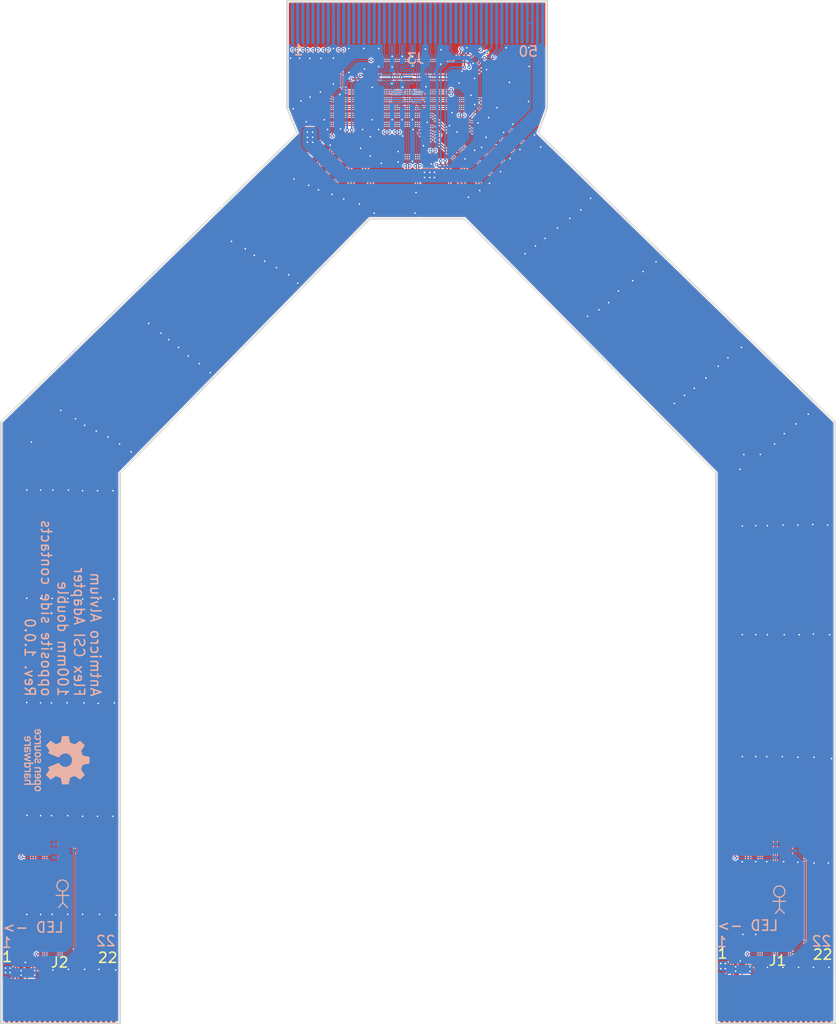
<source format=kicad_pcb>
(kicad_pcb (version 20171130) (host pcbnew 5.1.5+dfsg1-2~bpo10+1)
  (layers (0 F.Cu signal hide) (31 B.Cu signal hide) (34 B.Paste user) (35 F.Paste user) (36 B.SilkS user) (37 F.SilkS user) (38 B.Mask user) (39 F.Mask user) (44 Edge.Cuts user))
  (net 0 "")
  (net 1 /F1_GND)
  (net 2 /F1_C1_CSI0_D0_P)
  (net 3 /F1_C1_CSI0_D0_N)
  (net 4 /F1_C1_CSI0_D1_P)
  (net 5 /F1_C1_CSI0_D1_N)
  (net 6 /F1_C1_CSI0_CLK_P)
  (net 7 /F1_C1_CSI0_CLK_N)
  (net 8 /F1_C1_CSI1_D0_P)
  (net 9 /F1_C1_CSI1_D0_N)
  (net 10 /F1_C1_CSI1_D1_P)
  (net 11 /F1_C1_CSI1_D1_N)
  (net 12 /F1_5V)
  (net 13 /F1_C1_SDA)
  (net 14 /F1_C1_SCL)
  (net 15 /F1_C2_CSI0_D0_P)
  (net 16 /F1_C2_CSI0_D0_N)
  (net 17 /F1_C2_CSI0_D1_P)
  (net 18 /F1_C2_CSI0_D1_N)
  (net 19 /F1_C2_CSI0_CLK_P)
  (net 20 /F1_C2_CSI0_CLK_N)
  (net 21 /F1_C2_CSI1_D0_P)
  (net 22 /F1_C2_CSI1_D0_N)
  (net 23 /F1_C2_CSI1_D1_P)
  (net 24 /F1_C2_CSI1_D1_N)
  (net 25 /F1_C2_SDA)
  (net 26 /F1_C2_SCL)
  (net 27 /F1_3.3V)
  (net 28 /F1_C1_GPIO2)
  (net 29 /F1_C2_GPIO2)
  (net 30 /F1_C2_VSYNC)
  (net 31 /F1_C1_VSYNC)
  (net 32 /F1_C1_GPIO3)
  (net 33 /F1_C2_GPIO3)
  (net 34 "Net-(J3-Pad46)")
  (net 35 "Net-(J3-Pad45)")
  (net 36 "Net-(J3-Pad44)")
  (net 37 "Net-(J3-Pad43)")
  (net 38 "Net-(J3-Pad38)")
  (net 39 "Net-(J3-Pad37)")
  (net 40 "Net-(J3-Pad36)")
  (net 41 "Net-(J3-Pad35)")
  (net 42 "Net-(J3-Pad33)")
  (net 43 "Net-(J3-Pad31)")
  (net 44 "Net-(J3-Pad17)")
  (net 45 "Net-(J3-Pad16)")
  (net 46 "Net-(J3-Pad14)")
  (net 47 "Net-(J3-Pad13)")
  (module antmicro-alvium-flex-csi-adapter-footprints:SC70-3 (layer B.Cu) (at 88.4 102)
    (fp_text reference Q2 hide)
    (fp_text value BSS138APW hide)
    (pad 1 smd rect (at -0.95 0.65 270) (size 0.4 0.5) (layers B.Cu B.Paste B.Mask) (net 30 /F1_C2_VSYNC))
    (pad 2 smd rect (at -0.95 -0.65 270) (size 0.4 0.5) (layers B.Cu B.Paste B.Mask) (net 1 /F1_GND))
    (pad 3 smd rect (at 0.95 0 270) (size 0.4 0.5) (layers B.Cu B.Paste B.Mask) (net 29 /F1_C2_GPIO2))
  )
  (module antmicro-alvium-flex-csi-adapter-footprints:SC70-3 (layer B.Cu) (at 159.1 102)
    (fp_text reference Q1 hide)
    (fp_text value BSS138APW hide)
    (pad 3 smd rect (at 0.95 0 270) (size 0.4 0.5) (layers B.Cu B.Paste B.Mask) (net 28 /F1_C1_GPIO2))
    (pad 2 smd rect (at -0.95 -0.65 270) (size 0.4 0.5) (layers B.Cu B.Paste B.Mask) (net 1 /F1_GND))
    (pad 1 smd rect (at -0.95 0.65 270) (size 0.4 0.5) (layers B.Cu B.Paste B.Mask) (net 31 /F1_C1_VSYNC))
  )
  (module antmicro-alvium-flex-csi-adapter-footprints:oshw-logo (layer B.Cu) (at 87.71 93.12 90)
    (fp_text reference N1 hide)
    (fp_text value oshw_logo hide)
  )
  (module antmicro-alvium-flex-csi-adapter-footprints:WE_687650100002_FLEX (layer B.Cu) (at 123.063 20.955)
    (fp_text reference J3 (at -0.203 3.465) (layer B.SilkS) (effects (justify mirror)))
    (fp_text value WE_687650100002_FLEX)
    (pad 50 smd rect (at 12.25 0) (size 0.3 4) (layers B.Cu B.Paste B.Mask) (net 12 /F1_5V))
    (pad 49 smd rect (at 11.75 0) (size 0.3 4) (layers B.Cu B.Paste B.Mask) (net 12 /F1_5V))
    (pad 48 smd rect (at 11.25 0) (size 0.3 4) (layers B.Cu B.Paste B.Mask) (net 27 /F1_3.3V))
    (pad 47 smd rect (at 10.75 0) (size 0.3 4) (layers B.Cu B.Paste B.Mask) (net 27 /F1_3.3V))
    (pad 46 smd rect (at 10.25 0) (size 0.3 4) (layers B.Cu B.Paste B.Mask) (net 34 "Net-(J3-Pad46)"))
    (pad 45 smd rect (at 9.75 0) (size 0.3 4) (layers B.Cu B.Paste B.Mask) (net 35 "Net-(J3-Pad45)"))
    (pad 44 smd rect (at 9.25 0) (size 0.3 4) (layers B.Cu B.Paste B.Mask) (net 36 "Net-(J3-Pad44)"))
    (pad 43 smd rect (at 8.75 0) (size 0.3 4) (layers B.Cu B.Paste B.Mask) (net 37 "Net-(J3-Pad43)"))
    (pad 42 smd rect (at 8.25 0) (size 0.3 4) (layers B.Cu B.Paste B.Mask) (net 26 /F1_C2_SCL))
    (pad 41 smd rect (at 7.75 0) (size 0.3 4) (layers B.Cu B.Paste B.Mask) (net 25 /F1_C2_SDA))
    (pad 40 smd rect (at 7.25 0) (size 0.3 4) (layers B.Cu B.Paste B.Mask) (net 14 /F1_C1_SCL))
    (pad 39 smd rect (at 6.75 0) (size 0.3 4) (layers B.Cu B.Paste B.Mask) (net 13 /F1_C1_SDA))
    (pad 38 smd rect (at 6.25 0) (size 0.3 4) (layers B.Cu B.Paste B.Mask) (net 38 "Net-(J3-Pad38)"))
    (pad 37 smd rect (at 5.75 0) (size 0.3 4) (layers B.Cu B.Paste B.Mask) (net 39 "Net-(J3-Pad37)"))
    (pad 36 smd rect (at 5.25 0) (size 0.3 4) (layers B.Cu B.Paste B.Mask) (net 40 "Net-(J3-Pad36)"))
    (pad 35 smd rect (at 4.75 0) (size 0.3 4) (layers B.Cu B.Paste B.Mask) (net 41 "Net-(J3-Pad35)"))
    (pad 34 smd rect (at 4.25 0) (size 0.3 4) (layers B.Cu B.Paste B.Mask) (net 30 /F1_C2_VSYNC))
    (pad 33 smd rect (at 3.75 0) (size 0.3 4) (layers B.Cu B.Paste B.Mask) (net 42 "Net-(J3-Pad33)"))
    (pad 32 smd rect (at 3.25 0) (size 0.3 4) (layers B.Cu B.Paste B.Mask) (net 31 /F1_C1_VSYNC))
    (pad 31 smd rect (at 2.75 0) (size 0.3 4) (layers B.Cu B.Paste B.Mask) (net 43 "Net-(J3-Pad31)"))
    (pad 30 smd rect (at 2.25 0) (size 0.3 4) (layers B.Cu B.Paste B.Mask) (net 1 /F1_GND))
    (pad 29 smd rect (at 1.75 0) (size 0.3 4) (layers B.Cu B.Paste B.Mask) (net 19 /F1_C2_CSI0_CLK_P))
    (pad 28 smd rect (at 1.25 0) (size 0.3 4) (layers B.Cu B.Paste B.Mask) (net 20 /F1_C2_CSI0_CLK_N))
    (pad 27 smd rect (at 0.75 0) (size 0.3 4) (layers B.Cu B.Paste B.Mask) (net 1 /F1_GND))
    (pad 26 smd rect (at 0.25 0) (size 0.3 4) (layers B.Cu B.Paste B.Mask) (net 15 /F1_C2_CSI0_D0_P))
    (pad 25 smd rect (at -0.25 0) (size 0.3 4) (layers B.Cu B.Paste B.Mask) (net 16 /F1_C2_CSI0_D0_N))
    (pad 24 smd rect (at -0.75 0) (size 0.3 4) (layers B.Cu B.Paste B.Mask) (net 17 /F1_C2_CSI0_D1_P))
    (pad 23 smd rect (at -1.25 0) (size 0.3 4) (layers B.Cu B.Paste B.Mask) (net 18 /F1_C2_CSI0_D1_N))
    (pad 22 smd rect (at -1.75 0) (size 0.3 4) (layers B.Cu B.Paste B.Mask) (net 21 /F1_C2_CSI1_D0_P))
    (pad 21 smd rect (at -2.25 0) (size 0.3 4) (layers B.Cu B.Paste B.Mask) (net 22 /F1_C2_CSI1_D0_N))
    (pad 20 smd rect (at -2.75 0) (size 0.3 4) (layers B.Cu B.Paste B.Mask) (net 23 /F1_C2_CSI1_D1_P))
    (pad 19 smd rect (at -3.25 0) (size 0.3 4) (layers B.Cu B.Paste B.Mask) (net 24 /F1_C2_CSI1_D1_N))
    (pad 18 smd rect (at -3.75 0) (size 0.3 4) (layers B.Cu B.Paste B.Mask) (net 1 /F1_GND))
    (pad 17 smd rect (at -4.25 0) (size 0.3 4) (layers B.Cu B.Paste B.Mask) (net 44 "Net-(J3-Pad17)"))
    (pad 16 smd rect (at -4.75 0) (size 0.3 4) (layers B.Cu B.Paste B.Mask) (net 45 "Net-(J3-Pad16)"))
    (pad 15 smd rect (at -5.25 0) (size 0.3 4) (layers B.Cu B.Paste B.Mask) (net 1 /F1_GND))
    (pad 14 smd rect (at -5.75 0) (size 0.3 4) (layers B.Cu B.Paste B.Mask) (net 46 "Net-(J3-Pad14)"))
    (pad 13 smd rect (at -6.25 0) (size 0.3 4) (layers B.Cu B.Paste B.Mask) (net 47 "Net-(J3-Pad13)"))
    (pad 12 smd rect (at -6.75 0) (size 0.3 4) (layers B.Cu B.Paste B.Mask) (net 1 /F1_GND))
    (pad 11 smd rect (at -7.25 0) (size 0.3 4) (layers B.Cu B.Paste B.Mask) (net 6 /F1_C1_CSI0_CLK_P))
    (pad 10 smd rect (at -7.75 0) (size 0.3 4) (layers B.Cu B.Paste B.Mask) (net 7 /F1_C1_CSI0_CLK_N))
    (pad 9 smd rect (at -8.25 0) (size 0.3 4) (layers B.Cu B.Paste B.Mask) (net 1 /F1_GND))
    (pad 8 smd rect (at -8.75 0) (size 0.3 4) (layers B.Cu B.Paste B.Mask) (net 2 /F1_C1_CSI0_D0_P))
    (pad 7 smd rect (at -9.25 0) (size 0.3 4) (layers B.Cu B.Paste B.Mask) (net 3 /F1_C1_CSI0_D0_N))
    (pad 6 smd rect (at -9.75 0) (size 0.3 4) (layers B.Cu B.Paste B.Mask) (net 4 /F1_C1_CSI0_D1_P))
    (pad 5 smd rect (at -10.25 0) (size 0.3 4) (layers B.Cu B.Paste B.Mask) (net 5 /F1_C1_CSI0_D1_N))
    (pad 4 smd rect (at -10.75 0) (size 0.3 4) (layers B.Cu B.Paste B.Mask) (net 8 /F1_C1_CSI1_D0_P))
    (pad 3 smd rect (at -11.25 0) (size 0.3 4) (layers B.Cu B.Paste B.Mask) (net 9 /F1_C1_CSI1_D0_N))
    (pad 2 smd rect (at -11.75 0) (size 0.3 4) (layers B.Cu B.Paste B.Mask) (net 10 /F1_C1_CSI1_D1_P))
    (pad 1 smd rect (at -12.25 0) (size 0.3 4) (layers B.Cu B.Paste B.Mask) (net 11 /F1_C1_CSI1_D1_N))
  )
  (module antmicro-alvium-flex-csi-adapter-footprints:WE_687622100002_FLEX (layer F.Cu) (at 87.7824 116.8392)
    (fp_text reference J2 (at 0.1976 -3.9192) (layer F.SilkS))
    (fp_text value WE_687622100002_FLEX)
    (pad 22 smd rect (at 5.5 -0.05) (size 0.3 4) (layers F.Cu F.Paste F.Mask) (net 1 /F1_GND))
    (pad 21 smd rect (at 5 -0.05) (size 0.3 4) (layers F.Cu F.Paste F.Mask) (net 15 /F1_C2_CSI0_D0_P))
    (pad 20 smd rect (at 4.5 -0.05) (size 0.3 4) (layers F.Cu F.Paste F.Mask) (net 16 /F1_C2_CSI0_D0_N))
    (pad 19 smd rect (at 4 -0.05) (size 0.3 4) (layers F.Cu F.Paste F.Mask) (net 1 /F1_GND))
    (pad 18 smd rect (at 3.5 -0.05) (size 0.3 4) (layers F.Cu F.Paste F.Mask) (net 17 /F1_C2_CSI0_D1_P))
    (pad 17 smd rect (at 3 -0.05) (size 0.3 4) (layers F.Cu F.Paste F.Mask) (net 18 /F1_C2_CSI0_D1_N))
    (pad 16 smd rect (at 2.5 -0.05) (size 0.3 4) (layers F.Cu F.Paste F.Mask) (net 1 /F1_GND))
    (pad 15 smd rect (at 2 -0.05) (size 0.3 4) (layers F.Cu F.Paste F.Mask) (net 19 /F1_C2_CSI0_CLK_P))
    (pad 14 smd rect (at 1.5 -0.05) (size 0.3 4) (layers F.Cu F.Paste F.Mask) (net 20 /F1_C2_CSI0_CLK_N))
    (pad 13 smd rect (at 1 -0.05) (size 0.3 4) (layers F.Cu F.Paste F.Mask) (net 1 /F1_GND))
    (pad 12 smd rect (at 0.5 -0.05) (size 0.3 4) (layers F.Cu F.Paste F.Mask) (net 21 /F1_C2_CSI1_D0_P))
    (pad 11 smd rect (at 0 -0.05) (size 0.3 4) (layers F.Cu F.Paste F.Mask) (net 22 /F1_C2_CSI1_D0_N))
    (pad 10 smd rect (at -0.5 -0.05) (size 0.3 4) (layers F.Cu F.Paste F.Mask) (net 1 /F1_GND))
    (pad 9 smd rect (at -1 -0.05) (size 0.3 4) (layers F.Cu F.Paste F.Mask) (net 23 /F1_C2_CSI1_D1_P))
    (pad 8 smd rect (at -1.5 -0.05) (size 0.3 4) (layers F.Cu F.Paste F.Mask) (net 24 /F1_C2_CSI1_D1_N))
    (pad 7 smd rect (at -2 -0.05) (size 0.3 4) (layers F.Cu F.Paste F.Mask) (net 12 /F1_5V))
    (pad 6 smd rect (at -2.5 -0.05) (size 0.3 4) (layers F.Cu F.Paste F.Mask) (net 33 /F1_C2_GPIO3))
    (pad 5 smd rect (at -3 -0.05) (size 0.3 4) (layers F.Cu F.Paste F.Mask) (net 29 /F1_C2_GPIO2))
    (pad 4 smd rect (at -3.5 -0.05) (size 0.3 4) (layers F.Cu F.Paste F.Mask) (net 12 /F1_5V))
    (pad 3 smd rect (at -4 -0.05) (size 0.3 4) (layers F.Cu F.Paste F.Mask) (net 25 /F1_C2_SDA))
    (pad 2 smd rect (at -4.5 -0.05) (size 0.3 4) (layers F.Cu F.Paste F.Mask) (net 26 /F1_C2_SCL))
    (pad 1 smd rect (at -5 -0.05) (size 0.3 4) (layers F.Cu F.Paste F.Mask) (net 12 /F1_5V))
  )
  (module antmicro-alvium-flex-csi-adapter-footprints:WE_687622100002_FLEX (layer F.Cu) (at 157.8864 116.84)
    (fp_text reference J1 (at 0.4636 -4.1) (layer F.SilkS))
    (fp_text value WE_687622100002_FLEX)
    (pad 22 smd rect (at 5.5 -0.05) (size 0.3 4) (layers F.Cu F.Paste F.Mask) (net 1 /F1_GND))
    (pad 21 smd rect (at 5 -0.05) (size 0.3 4) (layers F.Cu F.Paste F.Mask) (net 2 /F1_C1_CSI0_D0_P))
    (pad 20 smd rect (at 4.5 -0.05) (size 0.3 4) (layers F.Cu F.Paste F.Mask) (net 3 /F1_C1_CSI0_D0_N))
    (pad 19 smd rect (at 4 -0.05) (size 0.3 4) (layers F.Cu F.Paste F.Mask) (net 1 /F1_GND))
    (pad 18 smd rect (at 3.5 -0.05) (size 0.3 4) (layers F.Cu F.Paste F.Mask) (net 4 /F1_C1_CSI0_D1_P))
    (pad 17 smd rect (at 3 -0.05) (size 0.3 4) (layers F.Cu F.Paste F.Mask) (net 5 /F1_C1_CSI0_D1_N))
    (pad 16 smd rect (at 2.5 -0.05) (size 0.3 4) (layers F.Cu F.Paste F.Mask) (net 1 /F1_GND))
    (pad 15 smd rect (at 2 -0.05) (size 0.3 4) (layers F.Cu F.Paste F.Mask) (net 6 /F1_C1_CSI0_CLK_P))
    (pad 14 smd rect (at 1.5 -0.05) (size 0.3 4) (layers F.Cu F.Paste F.Mask) (net 7 /F1_C1_CSI0_CLK_N))
    (pad 13 smd rect (at 1 -0.05) (size 0.3 4) (layers F.Cu F.Paste F.Mask) (net 1 /F1_GND))
    (pad 12 smd rect (at 0.5 -0.05) (size 0.3 4) (layers F.Cu F.Paste F.Mask) (net 8 /F1_C1_CSI1_D0_P))
    (pad 11 smd rect (at 0 -0.05) (size 0.3 4) (layers F.Cu F.Paste F.Mask) (net 9 /F1_C1_CSI1_D0_N))
    (pad 10 smd rect (at -0.5 -0.05) (size 0.3 4) (layers F.Cu F.Paste F.Mask) (net 1 /F1_GND))
    (pad 9 smd rect (at -1 -0.05) (size 0.3 4) (layers F.Cu F.Paste F.Mask) (net 10 /F1_C1_CSI1_D1_P))
    (pad 8 smd rect (at -1.5 -0.05) (size 0.3 4) (layers F.Cu F.Paste F.Mask) (net 11 /F1_C1_CSI1_D1_N))
    (pad 7 smd rect (at -2 -0.05) (size 0.3 4) (layers F.Cu F.Paste F.Mask) (net 12 /F1_5V))
    (pad 6 smd rect (at -2.5 -0.05) (size 0.3 4) (layers F.Cu F.Paste F.Mask) (net 32 /F1_C1_GPIO3))
    (pad 5 smd rect (at -3 -0.05) (size 0.3 4) (layers F.Cu F.Paste F.Mask) (net 28 /F1_C1_GPIO2))
    (pad 4 smd rect (at -3.5 -0.05) (size 0.3 4) (layers F.Cu F.Paste F.Mask) (net 12 /F1_5V))
    (pad 3 smd rect (at -4 -0.05) (size 0.3 4) (layers F.Cu F.Paste F.Mask) (net 13 /F1_C1_SDA))
    (pad 2 smd rect (at -4.5 -0.05) (size 0.3 4) (layers F.Cu F.Paste F.Mask) (net 14 /F1_C1_SCL))
    (pad 1 smd rect (at -5 -0.05) (size 0.3 4) (layers F.Cu F.Paste F.Mask) (net 12 /F1_5V))
  )
  (gr_text "LED ->" (at 158.5 109.31) (layer B.SilkS) (effects (font (size 1 1)) (justify left mirror)))
  (gr_text "LED ->" (at 88.46 109.49) (layer B.SilkS) (effects (font (size 1 1)) (justify left mirror)))
  (gr_line (start 88.87 106.36) (end 87.63 106.36) (layer B.SilkS) (width 0.12))
  (gr_line (start 88.28 107.07) (end 88.75 107.55) (layer B.SilkS) (width 0.12))
  (gr_line (start 88.28 107.07) (end 87.88 107.55) (layer B.SilkS) (width 0.12))
  (gr_line (start 88.28 105.97) (end 88.28 107.07) (layer B.SilkS) (width 0.12))
  (gr_circle (center 88.26 105.4) (end 87.92 105.83) (layer B.SilkS) (width 0.12))
  (gr_line (start 158.54 107.65) (end 158.14 108.13) (layer B.SilkS) (width 0.12))
  (gr_line (start 158.54 107.65) (end 159.01 108.13) (layer B.SilkS) (width 0.12))
  (gr_line (start 159.13 106.94) (end 157.89 106.94) (layer B.SilkS) (width 0.12))
  (gr_line (start 158.54 106.55) (end 158.54 107.65) (layer B.SilkS) (width 0.12))
  (gr_circle (center 158.52 105.98) (end 158.18 106.41) (layer B.SilkS) (width 0.12))
  (gr_text "Antmicro Alvium\nFlex CSI Adapter\n100mm double\nopposite side contacts\nRev. 1.0.0" (at 88.28 86.98 270) (layer B.SilkS) (effects (font (size 1 1)) (justify left mirror)))
  (gr_text 50 (at 133.91 23.73) (layer B.SilkS) (effects (font (size 1 1)) (justify mirror)))
  (gr_text 1 (at 111.39 23.6) (layer B.SilkS) (effects (font (size 1 1)) (justify mirror)))
  (gr_line (start 110.2614 29.2354) (end 110.2868 18.796) (layer F.SilkS) (width 0.12))
  (gr_line (start 110.2868 29.2862) (end 110.2614 29.2354) (layer F.SilkS) (width 0.12))
  (gr_line (start 111.252 31.6992) (end 110.2868 29.2862) (layer F.SilkS) (width 0.12))
  (gr_line (start 82.2198 60.0202) (end 111.252 31.6992) (layer F.SilkS) (width 0.12))
  (gr_line (start 82.2198 118.8466) (end 82.2198 60.0202) (layer F.SilkS) (width 0.12))
  (gr_line (start 82.2452 118.8466) (end 82.2198 118.8466) (layer F.SilkS) (width 0.12))
  (gr_line (start 93.9038 118.8466) (end 82.2452 118.8466) (layer F.SilkS) (width 0.12))
  (gr_line (start 93.9038 64.9986) (end 93.9038 118.8466) (layer F.SilkS) (width 0.12))
  (gr_line (start 118.3894 40.0812) (end 93.9038 64.9986) (layer F.SilkS) (width 0.12))
  (gr_line (start 118.4148 40.0812) (end 118.3894 40.0812) (layer F.SilkS) (width 0.12))
  (gr_line (start 127.6604 40.0812) (end 118.4148 40.0812) (layer F.SilkS) (width 0.12))
  (gr_line (start 152.3238 64.9986) (end 127.6604 40.0812) (layer F.SilkS) (width 0.12))
  (gr_line (start 152.3238 118.8466) (end 152.3238 64.9986) (layer F.SilkS) (width 0.12))
  (gr_line (start 164.0078 118.8466) (end 152.3238 118.8466) (layer F.SilkS) (width 0.12))
  (gr_line (start 164.0078 60.0202) (end 164.0078 118.8466) (layer F.SilkS) (width 0.12))
  (gr_line (start 134.874 31.6992) (end 164.0078 60.0202) (layer F.SilkS) (width 0.12))
  (gr_line (start 135.763 29.2862) (end 134.874 31.6992) (layer F.SilkS) (width 0.12))
  (gr_line (start 135.7376 18.7706) (end 135.763 29.2862) (layer F.SilkS) (width 0.12))
  (gr_line (start 110.2868 18.796) (end 135.7376 18.7706) (layer F.SilkS) (width 0.12))
  (gr_line (start 118.3894 40.1) (end 127.6604 40.1) (layer Edge.Cuts) (width 0.15))
  (gr_line (start 127.6604 40.1) (end 152.313 65) (layer Edge.Cuts) (width 0.15))
  (gr_line (start 93.905 65) (end 118.3894 40.1) (layer Edge.Cuts) (width 0.15))
  (gr_line (start 163.997 60) (end 134.874 31.6992) (layer Edge.Cuts) (width 0.15))
  (gr_line (start 82.221 60) (end 111.252 31.6992) (layer Edge.Cuts) (width 0.15))
  (gr_line (start 163.997 118.872) (end 163.997 60) (layer Edge.Cuts) (width 0.15))
  (gr_line (start 152.313 118.872) (end 152.313 65) (layer Edge.Cuts) (width 0.15))
  (gr_line (start 93.905 118.872) (end 93.905 65) (layer Edge.Cuts) (width 0.15))
  (gr_line (start 82.221 118.872) (end 82.221 60) (layer Edge.Cuts) (width 0.15))
  (gr_text 1 (at 152.89 110.92) (layer B.SilkS) (effects (font (size 1 1)) (justify mirror)))
  (gr_text 22 (at 162.65 110.85) (layer B.SilkS) (effects (font (size 1 1)) (justify mirror)))
  (gr_text 1 (at 152.9545 112.04) (layer F.SilkS) (effects (font (size 1 1))))
  (gr_text 22 (at 162.77 112.15) (layer F.SilkS) (effects (font (size 1 1))))
  (gr_text 1 (at 82.79 110.98) (layer B.SilkS) (effects (font (size 1 1)) (justify mirror)))
  (gr_text 22 (at 92.5 110.83) (layer B.SilkS) (effects (font (size 1 1)) (justify mirror)))
  (gr_text 1 (at 82.84 112.38) (layer F.SilkS) (effects (font (size 1 1))))
  (gr_text 22 (at 92.69 112.46) (layer F.SilkS) (effects (font (size 1 1))))
  (gr_line (start 152.313 118.872) (end 163.997 118.872) (layer Edge.Cuts) (width 0.15))
  (gr_line (start 82.221 118.872) (end 93.905 118.872) (layer Edge.Cuts) (width 0.15))
  (gr_line (start 134.874 31.6992) (end 135.763 29.276) (layer Edge.Cuts) (width 0.15))
  (gr_line (start 111.252 31.6992) (end 110.27 29.276) (layer Edge.Cuts) (width 0.15))
  (gr_line (start 135.763 18.762) (end 135.763 29.276) (layer Edge.Cuts) (width 0.15))
  (gr_line (start 110.27 18.762) (end 135.763 18.762) (layer Edge.Cuts) (width 0.15))
  (gr_line (start 110.27 18.762) (end 110.27 29.276) (layer Edge.Cuts) (width 0.15))
  (via (at 112.5 24.4) (size 0.35) (drill 0.15) (layers F.Cu B.Cu) (net 1))
  (via (at 113.6 24.4) (size 0.35) (drill 0.15) (layers F.Cu B.Cu) (net 1))
  (via (at 163.3855 113.411) (size 0.35) (drill 0.15) (layers F.Cu B.Cu) (net 1))
  (via (at 161.8615 113.411) (size 0.35) (drill 0.15) (layers F.Cu B.Cu) (net 1))
  (via (at 160.401 113.411) (size 0.35) (drill 0.15) (layers F.Cu B.Cu) (net 1))
  (via (at 158.877 113.411) (size 0.35) (drill 0.15) (layers F.Cu B.Cu) (net 1))
  (via (at 157.353 113.411) (size 0.35) (drill 0.15) (layers F.Cu B.Cu) (net 1))
  (via (at 122.809 39.5605) (size 0.35) (drill 0.15) (layers F.Cu B.Cu) (net 1))
  (via (at 118.8085 39.5605) (size 0.35) (drill 0.15) (layers F.Cu B.Cu) (net 1))
  (via (at 113.3475 37.2745) (size 0.35) (drill 0.15) (layers F.Cu B.Cu) (net 1))
  (via (at 114.681 37.719) (size 0.35) (drill 0.15) (layers F.Cu B.Cu) (net 1))
  (via (at 115.824 38.1635) (size 0.35) (drill 0.15) (layers F.Cu B.Cu) (net 1))
  (via (at 117.348 38.6715) (size 0.35) (drill 0.15) (layers F.Cu B.Cu) (net 1))
  (via (at 107.061 43.688) (size 0.35) (drill 0.15) (layers F.Cu B.Cu) (net 1))
  (via (at 108.077 44.2595) (size 0.35) (drill 0.15) (layers F.Cu B.Cu) (net 1))
  (via (at 109.22 44.8945) (size 0.35) (drill 0.15) (layers F.Cu B.Cu) (net 1))
  (via (at 110.4265 45.593) (size 0.35) (drill 0.15) (layers F.Cu B.Cu) (net 1))
  (via (at 111.3155 46.4185) (size 0.35) (drill 0.15) (layers F.Cu B.Cu) (net 1))
  (via (at 96.7105 50.3555) (size 0.35) (drill 0.15) (layers F.Cu B.Cu) (net 1))
  (via (at 97.917 51.308) (size 0.35) (drill 0.15) (layers F.Cu B.Cu) (net 1))
  (via (at 98.679 51.943) (size 0.35) (drill 0.15) (layers F.Cu B.Cu) (net 1))
  (via (at 99.6315 52.705) (size 0.35) (drill 0.15) (layers F.Cu B.Cu) (net 1))
  (via (at 100.584 53.5305) (size 0.35) (drill 0.15) (layers F.Cu B.Cu) (net 1))
  (via (at 101.6635 54.2925) (size 0.35) (drill 0.15) (layers F.Cu B.Cu) (net 1))
  (via (at 102.743 55.1815) (size 0.35) (drill 0.15) (layers F.Cu B.Cu) (net 1))
  (via (at 88.0872 58.8772) (size 0.35) (drill 0.15) (layers F.Cu B.Cu) (net 1))
  (via (at 89.535 59.69) (size 0.35) (drill 0.15) (layers F.Cu B.Cu) (net 1))
  (via (at 90.424 60.325) (size 0.35) (drill 0.15) (layers F.Cu B.Cu) (net 1))
  (via (at 91.567 60.8965) (size 0.35) (drill 0.15) (layers F.Cu B.Cu) (net 1))
  (via (at 92.71 61.468) (size 0.35) (drill 0.15) (layers F.Cu B.Cu) (net 1))
  (via (at 93.853 62.1665) (size 0.35) (drill 0.15) (layers F.Cu B.Cu) (net 1))
  (via (at 94.996 62.9285) (size 0.35) (drill 0.15) (layers F.Cu B.Cu) (net 1))
  (via (at 84.7598 66.675) (size 0.35) (drill 0.15) (layers F.Cu B.Cu) (net 1))
  (via (at 86.106 66.675) (size 0.35) (drill 0.15) (layers F.Cu B.Cu) (net 1))
  (via (at 87.3125 66.675) (size 0.35) (drill 0.15) (layers F.Cu B.Cu) (net 1))
  (via (at 88.8365 66.675) (size 0.35) (drill 0.15) (layers F.Cu B.Cu) (net 1))
  (via (at 90.2335 66.7385) (size 0.35) (drill 0.15) (layers F.Cu B.Cu) (net 1))
  (via (at 91.694 66.7385) (size 0.35) (drill 0.15) (layers F.Cu B.Cu) (net 1))
  (via (at 93.218 66.7385) (size 0.35) (drill 0.15) (layers F.Cu B.Cu) (net 1))
  (via (at 84.7598 77.2668) (size 0.35) (drill 0.15) (layers F.Cu B.Cu) (net 1))
  (via (at 86.106 77.2795) (size 0.35) (drill 0.15) (layers F.Cu B.Cu) (net 1))
  (via (at 87.249 77.2795) (size 0.35) (drill 0.15) (layers F.Cu B.Cu) (net 1))
  (via (at 88.773 77.2795) (size 0.35) (drill 0.15) (layers F.Cu B.Cu) (net 1))
  (via (at 90.2335 77.343) (size 0.35) (drill 0.15) (layers F.Cu B.Cu) (net 1))
  (via (at 91.7575 77.343) (size 0.35) (drill 0.15) (layers F.Cu B.Cu) (net 1))
  (via (at 93.2815 77.343) (size 0.35) (drill 0.15) (layers F.Cu B.Cu) (net 1))
  (via (at 84.7598 87.4776) (size 0.35) (drill 0.15) (layers F.Cu B.Cu) (net 1))
  (via (at 86.106 87.503) (size 0.35) (drill 0.15) (layers F.Cu B.Cu) (net 1))
  (via (at 87.1855 87.503) (size 0.35) (drill 0.15) (layers F.Cu B.Cu) (net 1))
  (via (at 88.7095 87.503) (size 0.35) (drill 0.15) (layers F.Cu B.Cu) (net 1))
  (via (at 90.3605 87.503) (size 0.35) (drill 0.15) (layers F.Cu B.Cu) (net 1))
  (via (at 91.7575 87.5665) (size 0.35) (drill 0.15) (layers F.Cu B.Cu) (net 1))
  (via (at 93.345 87.503) (size 0.35) (drill 0.15) (layers F.Cu B.Cu) (net 1))
  (via (at 84.7852 98.5266) (size 0.35) (drill 0.15) (layers F.Cu B.Cu) (net 1))
  (via (at 86.106 98.552) (size 0.35) (drill 0.15) (layers F.Cu B.Cu) (net 1))
  (via (at 87.1855 98.552) (size 0.35) (drill 0.15) (layers F.Cu B.Cu) (net 1))
  (via (at 88.773 98.552) (size 0.35) (drill 0.15) (layers F.Cu B.Cu) (net 1))
  (via (at 90.2335 98.6155) (size 0.35) (drill 0.15) (layers F.Cu B.Cu) (net 1))
  (via (at 91.694 98.6155) (size 0.35) (drill 0.15) (layers F.Cu B.Cu) (net 1))
  (via (at 93.218 98.6155) (size 0.35) (drill 0.15) (layers F.Cu B.Cu) (net 1))
  (via (at 84.7598 108.2294) (size 0.35) (drill 0.15) (layers F.Cu B.Cu) (net 1))
  (via (at 86.106 108.2294) (size 0.35) (drill 0.15) (layers F.Cu B.Cu) (net 1))
  (via (at 87.249 108.204) (size 0.35) (drill 0.15) (layers F.Cu B.Cu) (net 1))
  (via (at 88.773 108.204) (size 0.35) (drill 0.15) (layers F.Cu B.Cu) (net 1))
  (via (at 90.2335 108.204) (size 0.35) (drill 0.15) (layers F.Cu B.Cu) (net 1))
  (via (at 91.8845 108.204) (size 0.35) (drill 0.15) (layers F.Cu B.Cu) (net 1))
  (via (at 93.472 108.2675) (size 0.35) (drill 0.15) (layers F.Cu B.Cu) (net 1))
  (via (at 87.3125 113.665) (size 0.35) (drill 0.15) (layers F.Cu B.Cu) (net 1))
  (via (at 88.8365 113.6015) (size 0.35) (drill 0.15) (layers F.Cu B.Cu) (net 1))
  (via (at 90.424 113.6015) (size 0.35) (drill 0.15) (layers F.Cu B.Cu) (net 1))
  (via (at 91.821 113.6015) (size 0.35) (drill 0.15) (layers F.Cu B.Cu) (net 1))
  (via (at 93.472 113.665) (size 0.35) (drill 0.15) (layers F.Cu B.Cu) (net 1))
  (via (at 129.159 37.338) (size 0.35) (drill 0.15) (layers F.Cu B.Cu) (net 1))
  (via (at 130.1115 36.6395) (size 0.35) (drill 0.15) (layers F.Cu B.Cu) (net 1))
  (via (at 131.191 35.4965) (size 0.35) (drill 0.15) (layers F.Cu B.Cu) (net 1))
  (via (at 134.62 42.7736) (size 0.35) (drill 0.15) (layers F.Cu B.Cu) (net 1))
  (via (at 135.5725 42.037) (size 0.35) (drill 0.15) (layers F.Cu B.Cu) (net 1))
  (via (at 136.779 41.021) (size 0.35) (drill 0.15) (layers F.Cu B.Cu) (net 1))
  (via (at 137.9855 40.0685) (size 0.35) (drill 0.15) (layers F.Cu B.Cu) (net 1))
  (via (at 139.065 39.243) (size 0.35) (drill 0.15) (layers F.Cu B.Cu) (net 1))
  (via (at 140.0175 38.1) (size 0.35) (drill 0.15) (layers F.Cu B.Cu) (net 1))
  (via (at 140.843 49.022) (size 0.35) (drill 0.15) (layers F.Cu B.Cu) (net 1))
  (via (at 141.7955 48.3235) (size 0.35) (drill 0.15) (layers F.Cu B.Cu) (net 1))
  (via (at 142.748 47.1805) (size 0.35) (drill 0.15) (layers F.Cu B.Cu) (net 1))
  (via (at 144.145 46.1645) (size 0.35) (drill 0.15) (layers F.Cu B.Cu) (net 1))
  (via (at 145.161 45.2755) (size 0.35) (drill 0.15) (layers F.Cu B.Cu) (net 1))
  (via (at 146.431 44.323) (size 0.35) (drill 0.15) (layers F.Cu B.Cu) (net 1))
  (via (at 149.225 57.404) (size 0.35) (drill 0.15) (layers F.Cu B.Cu) (net 1))
  (via (at 150.1775 56.7055) (size 0.35) (drill 0.15) (layers F.Cu B.Cu) (net 1))
  (via (at 151.3205 55.6895) (size 0.35) (drill 0.15) (layers F.Cu B.Cu) (net 1))
  (via (at 152.527 54.5465) (size 0.35) (drill 0.15) (layers F.Cu B.Cu) (net 1))
  (via (at 153.4795 53.721) (size 0.35) (drill 0.15) (layers F.Cu B.Cu) (net 1))
  (via (at 154.813 52.705) (size 0.35) (drill 0.15) (layers F.Cu B.Cu) (net 1))
  (via (at 156.6545 63.1825) (size 0.35) (drill 0.15) (layers F.Cu B.Cu) (net 1))
  (via (at 158.0515 62.1665) (size 0.35) (drill 0.15) (layers F.Cu B.Cu) (net 1))
  (via (at 159.004 61.1505) (size 0.35) (drill 0.15) (layers F.Cu B.Cu) (net 1))
  (via (at 160.147 60.198) (size 0.35) (drill 0.15) (layers F.Cu B.Cu) (net 1))
  (via (at 161.3535 59.2455) (size 0.35) (drill 0.15) (layers F.Cu B.Cu) (net 1))
  (via (at 154.8892 70.2056) (size 0.35) (drill 0.15) (layers F.Cu B.Cu) (net 1))
  (via (at 156.21 70.1675) (size 0.35) (drill 0.15) (layers F.Cu B.Cu) (net 1))
  (via (at 157.353 70.1675) (size 0.35) (drill 0.15) (layers F.Cu B.Cu) (net 1))
  (via (at 158.877 70.104) (size 0.35) (drill 0.15) (layers F.Cu B.Cu) (net 1))
  (via (at 160.3375 70.104) (size 0.35) (drill 0.15) (layers F.Cu B.Cu) (net 1))
  (via (at 161.798 70.0405) (size 0.35) (drill 0.15) (layers F.Cu B.Cu) (net 1))
  (via (at 163.2585 70.104) (size 0.35) (drill 0.15) (layers F.Cu B.Cu) (net 1))
  (via (at 154.8892 80.8228) (size 0.35) (drill 0.15) (layers F.Cu B.Cu) (net 1))
  (via (at 156.21 80.8228) (size 0.35) (drill 0.15) (layers F.Cu B.Cu) (net 1))
  (via (at 157.353 80.8355) (size 0.35) (drill 0.15) (layers F.Cu B.Cu) (net 1))
  (via (at 159.004 80.8355) (size 0.35) (drill 0.15) (layers F.Cu B.Cu) (net 1))
  (via (at 160.4645 80.8355) (size 0.35) (drill 0.15) (layers F.Cu B.Cu) (net 1))
  (via (at 161.8615 80.772) (size 0.35) (drill 0.15) (layers F.Cu B.Cu) (net 1))
  (via (at 163.449 80.8355) (size 0.35) (drill 0.15) (layers F.Cu B.Cu) (net 1))
  (via (at 154.8892 92.7608) (size 0.35) (drill 0.15) (layers F.Cu B.Cu) (net 1))
  (via (at 156.21 92.7608) (size 0.35) (drill 0.15) (layers F.Cu B.Cu) (net 1))
  (via (at 157.2895 92.7735) (size 0.35) (drill 0.15) (layers F.Cu B.Cu) (net 1))
  (via (at 158.8135 92.7735) (size 0.35) (drill 0.15) (layers F.Cu B.Cu) (net 1))
  (via (at 160.3375 92.837) (size 0.35) (drill 0.15) (layers F.Cu B.Cu) (net 1))
  (via (at 161.925 92.837) (size 0.35) (drill 0.15) (layers F.Cu B.Cu) (net 1))
  (via (at 163.6395 92.964) (size 0.35) (drill 0.15) (layers F.Cu B.Cu) (net 1))
  (via (at 154.8892 103.0732) (size 0.35) (drill 0.15) (layers F.Cu B.Cu) (net 1))
  (via (at 156.21 103.0605) (size 0.35) (drill 0.15) (layers F.Cu B.Cu) (net 1))
  (via (at 157.2895 103.0605) (size 0.35) (drill 0.15) (layers F.Cu B.Cu) (net 1))
  (via (at 158.9405 103.0605) (size 0.35) (drill 0.15) (layers F.Cu B.Cu) (net 1))
  (via (at 160.3375 103.124) (size 0.35) (drill 0.15) (layers F.Cu B.Cu) (net 1))
  (via (at 161.925 103.1875) (size 0.35) (drill 0.15) (layers F.Cu B.Cu) (net 1))
  (via (at 163.322 103.1875) (size 0.35) (drill 0.15) (layers F.Cu B.Cu) (net 1))
  (via (at 135.128 33.0835) (size 0.35) (drill 0.15) (layers F.Cu B.Cu) (net 1))
  (via (at 84.6074 112.9284) (size 0.35) (drill 0.15) (layers F.Cu B.Cu) (net 1))
  (segment (start 84.6102 113.363) (end 84.6102 112.9312) (width 0.15) (layer F.Cu) (net 1))
  (segment (start 84.6102 112.9312) (end 84.6074 112.9284) (width 0.15) (layer F.Cu) (net 1))
  (via (at 112.395 36.83) (size 0.35) (drill 0.15) (layers F.Cu B.Cu) (net 1))
  (via (at 106.172 43.053) (size 0.35) (drill 0.15) (layers F.Cu B.Cu) (net 1))
  (via (at 104.8258 42.3164) (size 0.35) (drill 0.15) (layers F.Cu B.Cu) (net 1))
  (via (at 110.9472 36.2204) (size 0.35) (drill 0.15) (layers F.Cu B.Cu) (net 1))
  (via (at 85.217 61.976) (size 0.35) (drill 0.15) (layers F.Cu B.Cu) (net 1))
  (via (at 156.21 110.1852) (size 0.35) (drill 0.15) (layers F.Cu B.Cu) (net 1))
  (via (at 154.686 112.776) (size 0.35) (drill 0.15) (layers F.Cu B.Cu) (net 1))
  (segment (start 154.6888 113.236) (end 154.6888 112.7788) (width 0.15) (layer F.Cu) (net 1))
  (segment (start 154.6888 112.7788) (end 154.686 112.776) (width 0.15) (layer F.Cu) (net 1))
  (via (at 155.0416 63.1952) (size 0.35) (drill 0.15) (layers F.Cu B.Cu) (net 1))
  (via (at 154.94 110.1852) (size 0.35) (drill 0.15) (layers F.Cu B.Cu) (net 1))
  (via (at 154.6606 64.643) (size 0.35) (drill 0.15) (layers F.Cu B.Cu) (net 1))
  (via (at 148.2344 58.1914) (size 0.35) (drill 0.15) (layers F.Cu B.Cu) (net 1))
  (via (at 139.7254 49.657) (size 0.35) (drill 0.15) (layers F.Cu B.Cu) (net 1))
  (via (at 133.604 43.5356) (size 0.35) (drill 0.15) (layers F.Cu B.Cu) (net 1))
  (via (at 128.0414 37.9984) (size 0.35) (drill 0.15) (layers F.Cu B.Cu) (net 1))
  (via (at 114.808 23.4315) (size 0.35) (drill 0.15) (layers F.Cu B.Cu) (net 1))
  (via (at 116.332 23.4315) (size 0.35) (drill 0.15) (layers F.Cu B.Cu) (net 1))
  (via (at 110.617 24.384) (size 0.35) (drill 0.15) (layers F.Cu B.Cu) (net 1))
  (via (at 111.506 24.384) (size 0.35) (drill 0.15) (layers F.Cu B.Cu) (net 1))
  (via (at 114.808 24.384) (size 0.35) (drill 0.15) (layers F.Cu B.Cu) (net 1))
  (via (at 110.871 29.337) (size 0.35) (drill 0.15) (layers F.Cu B.Cu) (net 1))
  (via (at 112.141 30.607) (size 0.35) (drill 0.15) (layers F.Cu B.Cu) (net 1))
  (via (at 111.633 28.575) (size 0.35) (drill 0.15) (layers F.Cu B.Cu) (net 1))
  (via (at 113.919 30.4165) (size 0.35) (drill 0.15) (layers F.Cu B.Cu) (net 1))
  (via (at 112.522 28.194) (size 0.35) (drill 0.15) (layers F.Cu B.Cu) (net 1))
  (via (at 113.538 27.686) (size 0.35) (drill 0.15) (layers F.Cu B.Cu) (net 1))
  (via (at 114.808 26.924) (size 0.35) (drill 0.15) (layers F.Cu B.Cu) (net 1))
  (via (at 115.443 27.94) (size 0.35) (drill 0.15) (layers F.Cu B.Cu) (net 1))
  (via (at 114.2365 31.369) (size 0.35) (drill 0.15) (layers F.Cu B.Cu) (net 1))
  (via (at 114.4905 32.893) (size 0.35) (drill 0.15) (layers F.Cu B.Cu) (net 1))
  (via (at 115.5065 31.3055) (size 0.35) (drill 0.15) (layers F.Cu B.Cu) (net 1))
  (via (at 117.6655 31.369) (size 0.35) (drill 0.15) (layers F.Cu B.Cu) (net 1))
  (via (at 119.253 31.369) (size 0.35) (drill 0.15) (layers F.Cu B.Cu) (net 1))
  (via (at 118.4275 32.0675) (size 0.35) (drill 0.15) (layers F.Cu B.Cu) (net 1))
  (via (at 121.158 33.528) (size 0.35) (drill 0.15) (layers F.Cu B.Cu) (net 1))
  (via (at 117.475 33.2105) (size 0.35) (drill 0.15) (layers F.Cu B.Cu) (net 1))
  (via (at 118.4275 33.9725) (size 0.35) (drill 0.15) (layers F.Cu B.Cu) (net 1))
  (via (at 119.507 34.671) (size 0.35) (drill 0.15) (layers F.Cu B.Cu) (net 1))
  (via (at 121.158 34.544) (size 0.35) (drill 0.15) (layers F.Cu B.Cu) (net 1))
  (via (at 122.555 34.4805) (size 0.35) (drill 0.15) (layers F.Cu B.Cu) (net 1))
  (via (at 122.6185 31.369) (size 0.35) (drill 0.15) (layers F.Cu B.Cu) (net 1))
  (via (at 121.6025 32.004) (size 0.35) (drill 0.15) (layers F.Cu B.Cu) (net 1))
  (via (at 123.6345 32.9565) (size 0.35) (drill 0.15) (layers F.Cu B.Cu) (net 1))
  (via (at 124.3965 34.7345) (size 0.35) (drill 0.15) (layers F.Cu B.Cu) (net 1))
  (via (at 118.618 30.4165) (size 0.35) (drill 0.15) (layers F.Cu B.Cu) (net 1))
  (via (at 118.618 27.2415) (size 0.35) (drill 0.15) (layers F.Cu B.Cu) (net 1))
  (via (at 122.555 30.4165) (size 0.35) (drill 0.15) (layers F.Cu B.Cu) (net 1))
  (via (at 121.539 30.4165) (size 0.35) (drill 0.15) (layers F.Cu B.Cu) (net 1))
  (via (at 124.0155 30.6705) (size 0.35) (drill 0.15) (layers F.Cu B.Cu) (net 1))
  (via (at 126.9365 31.623) (size 0.35) (drill 0.15) (layers F.Cu B.Cu) (net 1))
  (via (at 126.4285 29.718) (size 0.35) (drill 0.15) (layers F.Cu B.Cu) (net 1))
  (via (at 123.8885 27.178) (size 0.35) (drill 0.15) (layers F.Cu B.Cu) (net 1))
  (via (at 117.7925 23.4315) (size 0.35) (drill 0.15) (layers F.Cu B.Cu) (net 1))
  (via (at 119.253 23.4315) (size 0.35) (drill 0.15) (layers F.Cu B.Cu) (net 1))
  (via (at 119.253 25.2095) (size 0.35) (drill 0.15) (layers F.Cu B.Cu) (net 1))
  (via (at 116.332 25.781) (size 0.35) (drill 0.15) (layers F.Cu B.Cu) (net 1))
  (via (at 120.5738 25.2476) (size 0.35) (drill 0.15) (layers F.Cu B.Cu) (net 1))
  (via (at 123.825 23.495) (size 0.35) (drill 0.15) (layers F.Cu B.Cu) (net 1))
  (via (at 125.349 23.5585) (size 0.35) (drill 0.15) (layers F.Cu B.Cu) (net 1))
  (via (at 127.889 23.368) (size 0.35) (drill 0.15) (layers F.Cu B.Cu) (net 1))
  (via (at 121.5644 24.2062) (size 0.35) (drill 0.15) (layers F.Cu B.Cu) (net 1))
  (via (at 120.5738 24.2062) (size 0.35) (drill 0.15) (layers F.Cu B.Cu) (net 1))
  (via (at 122.5804 24.2062) (size 0.35) (drill 0.15) (layers F.Cu B.Cu) (net 1))
  (via (at 127.4064 25.6794) (size 0.35) (drill 0.15) (layers F.Cu B.Cu) (net 1))
  (via (at 128.4986 24.892) (size 0.35) (drill 0.15) (layers F.Cu B.Cu) (net 1))
  (via (at 131.7498 23.368) (size 0.35) (drill 0.15) (layers F.Cu B.Cu) (net 1))
  (via (at 133.9596 23.3426) (size 0.35) (drill 0.15) (layers F.Cu B.Cu) (net 1))
  (via (at 129.8194 25.5016) (size 0.35) (drill 0.15) (layers F.Cu B.Cu) (net 1))
  (via (at 128.651 26.3652) (size 0.35) (drill 0.15) (layers F.Cu B.Cu) (net 1))
  (via (at 127.127 26.8224) (size 0.35) (drill 0.15) (layers F.Cu B.Cu) (net 1))
  (via (at 128.2954 28.0162) (size 0.35) (drill 0.15) (layers F.Cu B.Cu) (net 1))
  (via (at 128.651 28.9306) (size 0.35) (drill 0.15) (layers F.Cu B.Cu) (net 1))
  (via (at 130.0226 30.2006) (size 0.35) (drill 0.15) (layers F.Cu B.Cu) (net 1))
  (via (at 128.9812 30.734) (size 0.35) (drill 0.15) (layers F.Cu B.Cu) (net 1))
  (via (at 129.7686 32.131) (size 0.35) (drill 0.15) (layers F.Cu B.Cu) (net 1))
  (via (at 129.3368 33.1216) (size 0.35) (drill 0.15) (layers F.Cu B.Cu) (net 1))
  (via (at 128.651 33.401) (size 0.35) (drill 0.15) (layers F.Cu B.Cu) (net 1))
  (via (at 126.1872 30.988) (size 0.35) (drill 0.15) (layers F.Cu B.Cu) (net 1))
  (via (at 127.7112 34.2392) (size 0.35) (drill 0.15) (layers F.Cu B.Cu) (net 1))
  (via (at 132.1308 34.2138) (size 0.35) (drill 0.15) (layers F.Cu B.Cu) (net 1))
  (via (at 131.4958 31.6484) (size 0.35) (drill 0.15) (layers F.Cu B.Cu) (net 1))
  (via (at 133.096 33.3248) (size 0.35) (drill 0.15) (layers F.Cu B.Cu) (net 1))
  (via (at 132.4102 30.8356) (size 0.35) (drill 0.15) (layers F.Cu B.Cu) (net 1))
  (via (at 130.8608 29.2354) (size 0.35) (drill 0.15) (layers F.Cu B.Cu) (net 1))
  (via (at 132.0546 26.7462) (size 0.35) (drill 0.15) (layers F.Cu B.Cu) (net 1))
  (via (at 134.0104 25.1968) (size 0.35) (drill 0.15) (layers F.Cu B.Cu) (net 1))
  (via (at 133.9342 28.6258) (size 0.35) (drill 0.15) (layers F.Cu B.Cu) (net 1))
  (via (at 134.5184 31.9024) (size 0.35) (drill 0.15) (layers F.Cu B.Cu) (net 1))
  (via (at 117.856 25.4508) (size 0.35) (drill 0.15) (layers F.Cu B.Cu) (net 1))
  (via (at 125.3236 24.9682) (size 0.35) (drill 0.15) (layers F.Cu B.Cu) (net 1))
  (via (at 121.5898 27.2288) (size 0.35) (drill 0.15) (layers F.Cu B.Cu) (net 1))
  (via (at 122.5804 25.1206) (size 0.35) (drill 0.15) (layers F.Cu B.Cu) (net 1))
  (via (at 120.5484 26.8732) (size 0.35) (drill 0.15) (layers F.Cu B.Cu) (net 1))
  (via (at 120.5738 30.4038) (size 0.35) (drill 0.15) (layers F.Cu B.Cu) (net 1))
  (via (at 122.9106 37.5412) (size 0.35) (drill 0.15) (layers F.Cu B.Cu) (net 1))
  (segment (start 154.686 112.164) (end 154.686 112.776) (width 0.15) (layer F.Cu) (net 1))
  (segment (start 154.7 112.15) (end 154.686 112.164) (width 0.15) (layer F.Cu) (net 1))
  (segment (start 87.2824 114.689198) (end 87.29 114.681598) (width 0.3) (layer F.Cu) (net 1))
  (segment (start 87.2824 116.7892) (end 87.2824 114.689198) (width 0.3) (layer F.Cu) (net 1))
  (segment (start 88.7824 114.4892) (end 88.71 114.4168) (width 0.3) (layer F.Cu) (net 1))
  (segment (start 88.7824 116.7892) (end 88.7824 114.4892) (width 0.3) (layer F.Cu) (net 1))
  (segment (start 90.2824 116.7892) (end 90.2824 114.2724) (width 0.3) (layer F.Cu) (net 1))
  (segment (start 91.7824 114.4892) (end 91.7 114.4068) (width 0.3) (layer F.Cu) (net 1))
  (segment (start 91.7824 116.7892) (end 91.7824 114.4892) (width 0.3) (layer F.Cu) (net 1))
  (segment (start 93.2824 116.7892) (end 93.2824 114.2176) (width 0.3) (layer F.Cu) (net 1))
  (segment (start 157.3864 116.79) (end 157.3864 114.3464) (width 0.3) (layer F.Cu) (net 1))
  (segment (start 158.8864 114.49) (end 158.9 114.4764) (width 0.3) (layer F.Cu) (net 1))
  (segment (start 158.8864 116.79) (end 158.8864 114.49) (width 0.3) (layer F.Cu) (net 1))
  (segment (start 160.3864 114.49) (end 160.45 114.4264) (width 0.3) (layer F.Cu) (net 1))
  (segment (start 160.3864 116.79) (end 160.3864 114.49) (width 0.3) (layer F.Cu) (net 1))
  (segment (start 161.8864 116.79) (end 161.8864 114.1164) (width 0.3) (layer F.Cu) (net 1))
  (segment (start 163.3864 114.49) (end 163.57 114.3064) (width 0.3) (layer F.Cu) (net 1))
  (segment (start 163.3864 116.79) (end 163.3864 114.49) (width 0.3) (layer F.Cu) (net 1))
  (segment (start 123.813 23.483) (end 123.825 23.495) (width 0.3) (layer B.Cu) (net 1))
  (segment (start 123.813 20.955) (end 123.813 23.483) (width 0.3) (layer B.Cu) (net 1))
  (segment (start 125.313 23.5225) (end 125.349 23.5585) (width 0.3) (layer B.Cu) (net 1))
  (segment (start 125.313 20.955) (end 125.313 23.5225) (width 0.3) (layer B.Cu) (net 1))
  (segment (start 119.313 20.955) (end 119.313 23.633) (width 0.3) (layer B.Cu) (net 1))
  (segment (start 117.813 23.411) (end 117.7925 23.4315) (width 0.3) (layer B.Cu) (net 1))
  (segment (start 117.813 20.955) (end 117.813 23.411) (width 0.3) (layer B.Cu) (net 1))
  (segment (start 116.313 23.4125) (end 116.332 23.4315) (width 0.3) (layer B.Cu) (net 1))
  (segment (start 116.313 20.955) (end 116.313 23.4125) (width 0.3) (layer B.Cu) (net 1))
  (segment (start 114.813 20.955) (end 114.813 23.707) (width 0.3) (layer B.Cu) (net 1))
  (segment (start 162.8864 116.79) (end 162.8864 113.78959) (width 0.1) (layer F.Cu) (net 2))
  (segment (start 129.255204 29.157372) (end 129.255204 29.129381) (width 0.1) (layer F.Cu) (net 2))
  (segment (start 129.273577 29.20988) (end 129.261432 29.184661) (width 0.1) (layer F.Cu) (net 2))
  (segment (start 129.395389 28.950629) (end 129.438143 28.897018) (width 0.1) (layer F.Cu) (net 2))
  (segment (start 129.625775 29.08465) (end 129.572164 29.127404) (width 0.1) (layer F.Cu) (net 2))
  (segment (start 129.365421 29.267589) (end 129.338132 29.261361) (width 0.1) (layer F.Cu) (net 2))
  (segment (start 129.467805 29.231764) (end 129.445921 29.249216) (width 0.1) (layer F.Cu) (net 2))
  (segment (start 129.273577 29.076872) (end 129.291029 29.054988) (width 0.1) (layer F.Cu) (net 2))
  (segment (start 129.420702 29.261361) (end 129.393412 29.267589) (width 0.1) (layer F.Cu) (net 2))
  (segment (start 129.572164 29.127404) (end 129.467805 29.231764) (width 0.1) (layer F.Cu) (net 2))
  (segment (start 162.736809 113.639999) (end 162.7364 113.639999) (width 0.1) (layer F.Cu) (net 2))
  (segment (start 129.261432 29.184661) (end 129.255204 29.157372) (width 0.1) (layer F.Cu) (net 2))
  (segment (start 162.8864 113.78959) (end 162.736809 113.639999) (width 0.1) (layer F.Cu) (net 2))
  (segment (start 129.82298 29.03964) (end 129.754409 29.03964) (width 0.1) (layer F.Cu) (net 2))
  (segment (start 129.291029 29.231764) (end 129.273577 29.20988) (width 0.1) (layer F.Cu) (net 2))
  (segment (start 129.754409 29.03964) (end 129.687556 29.054898) (width 0.1) (layer F.Cu) (net 2))
  (segment (start 129.951614 29.08465) (end 129.889833 29.054898) (width 0.1) (layer F.Cu) (net 2))
  (segment (start 162.7364 113.639999) (end 162.7364 61.858578) (width 0.1) (layer F.Cu) (net 2))
  (segment (start 129.889833 29.054898) (end 129.82298 29.03964) (width 0.1) (layer F.Cu) (net 2))
  (segment (start 129.393412 29.267589) (end 129.365421 29.267589) (width 0.1) (layer F.Cu) (net 2))
  (segment (start 129.261432 29.102091) (end 129.273577 29.076872) (width 0.1) (layer F.Cu) (net 2))
  (segment (start 130.005225 29.127404) (end 129.951614 29.08465) (width 0.1) (layer F.Cu) (net 2))
  (segment (start 129.438143 28.897018) (end 129.467895 28.835237) (width 0.1) (layer F.Cu) (net 2))
  (segment (start 129.687556 29.054898) (end 129.625775 29.08465) (width 0.1) (layer F.Cu) (net 2))
  (segment (start 129.467895 28.835237) (end 129.483154 28.768384) (width 0.1) (layer F.Cu) (net 2))
  (segment (start 129.467895 28.63296) (end 129.438143 28.571179) (width 0.1) (layer F.Cu) (net 2))
  (segment (start 129.483154 28.768384) (end 129.483154 28.699813) (width 0.1) (layer F.Cu) (net 2))
  (segment (start 129.438143 28.571179) (end 129.395389 28.517568) (width 0.1) (layer F.Cu) (net 2))
  (segment (start 162.7364 61.858578) (end 130.005225 29.127404) (width 0.1) (layer F.Cu) (net 2))
  (segment (start 129.395389 28.517568) (end 129.225822 28.348) (width 0.1) (layer F.Cu) (net 2))
  (segment (start 129.445921 29.249216) (end 129.420702 29.261361) (width 0.1) (layer F.Cu) (net 2))
  (via (at 114.288 23.559231) (size 0.35) (drill 0.15) (layers F.Cu B.Cu) (net 2))
  (segment (start 129.291029 29.054988) (end 129.395389 28.950629) (width 0.1) (layer F.Cu) (net 2))
  (segment (start 129.225822 28.348) (end 114.722422 28.348) (width 0.1) (layer F.Cu) (net 2))
  (segment (start 129.255204 29.129381) (end 129.261432 29.102091) (width 0.1) (layer F.Cu) (net 2))
  (segment (start 114.163 23.684231) (end 114.288 23.559231) (width 0.1) (layer F.Cu) (net 2))
  (segment (start 114.722422 28.348) (end 114.163 27.788578) (width 0.1) (layer F.Cu) (net 2))
  (segment (start 114.163 27.788578) (end 114.163 23.684231) (width 0.1) (layer F.Cu) (net 2))
  (segment (start 129.338132 29.261361) (end 129.312913 29.249216) (width 0.1) (layer F.Cu) (net 2))
  (segment (start 129.483154 28.699813) (end 129.467895 28.63296) (width 0.1) (layer F.Cu) (net 2))
  (segment (start 129.312913 29.249216) (end 129.291029 29.231764) (width 0.1) (layer F.Cu) (net 2))
  (segment (start 114.313 22.95) (end 114.313 20.955) (width 0.1) (layer B.Cu) (net 2))
  (segment (start 114.163 23.1) (end 114.313 22.95) (width 0.1) (layer B.Cu) (net 2))
  (segment (start 114.163 23.434231) (end 114.163 23.1) (width 0.1) (layer B.Cu) (net 2))
  (segment (start 114.288 23.559231) (end 114.163 23.434231) (width 0.1) (layer B.Cu) (net 2))
  (segment (start 113.963 23.684231) (end 113.838 23.559231) (width 0.1) (layer F.Cu) (net 3))
  (segment (start 113.963 27.871422) (end 113.963 23.684231) (width 0.1) (layer F.Cu) (net 3))
  (segment (start 129.270286 28.692814) (end 129.258141 28.667595) (width 0.1) (layer F.Cu) (net 3))
  (segment (start 129.276515 28.748094) (end 129.276515 28.720103) (width 0.1) (layer F.Cu) (net 3))
  (segment (start 129.240689 28.822487) (end 129.258141 28.800603) (width 0.1) (layer F.Cu) (net 3))
  (segment (start 129.136329 28.926846) (end 129.240689 28.822487) (width 0.1) (layer F.Cu) (net 3))
  (segment (start 129.093575 28.980457) (end 129.136329 28.926846) (width 0.1) (layer F.Cu) (net 3))
  (segment (start 129.276515 28.720103) (end 129.270286 28.692814) (width 0.1) (layer F.Cu) (net 3))
  (segment (start 129.063823 29.042238) (end 129.093575 28.980457) (width 0.1) (layer F.Cu) (net 3))
  (segment (start 129.048565 29.109091) (end 129.063823 29.042238) (width 0.1) (layer F.Cu) (net 3))
  (segment (start 129.048565 29.177662) (end 129.048565 29.109091) (width 0.1) (layer F.Cu) (net 3))
  (segment (start 129.063823 29.244515) (end 129.048565 29.177662) (width 0.1) (layer F.Cu) (net 3))
  (segment (start 129.093575 29.306296) (end 129.063823 29.244515) (width 0.1) (layer F.Cu) (net 3))
  (segment (start 129.136329 29.359907) (end 129.093575 29.306296) (width 0.1) (layer F.Cu) (net 3))
  (segment (start 129.162887 29.386465) (end 129.136329 29.359907) (width 0.1) (layer F.Cu) (net 3))
  (segment (start 129.278279 29.45897) (end 129.216498 29.429218) (width 0.1) (layer F.Cu) (net 3))
  (segment (start 129.258141 28.667595) (end 129.240689 28.64571) (width 0.1) (layer F.Cu) (net 3))
  (segment (start 129.877085 29.282106) (end 129.855199 29.264653) (width 0.1) (layer F.Cu) (net 3))
  (segment (start 129.270286 28.775383) (end 129.276515 28.748094) (width 0.1) (layer F.Cu) (net 3))
  (segment (start 114.639578 28.548) (end 113.963 27.871422) (width 0.1) (layer F.Cu) (net 3))
  (segment (start 129.240689 28.64571) (end 129.142978 28.548) (width 0.1) (layer F.Cu) (net 3))
  (segment (start 162.3864 116.79) (end 162.3864 113.789999) (width 0.1) (layer F.Cu) (net 3))
  (segment (start 129.82998 29.252508) (end 129.802691 29.24628) (width 0.1) (layer F.Cu) (net 3))
  (segment (start 129.855199 29.264653) (end 129.82998 29.252508) (width 0.1) (layer F.Cu) (net 3))
  (segment (start 129.258141 28.800603) (end 129.270286 28.775383) (width 0.1) (layer F.Cu) (net 3))
  (segment (start 162.3864 113.789999) (end 162.5364 113.639999) (width 0.1) (layer F.Cu) (net 3))
  (segment (start 162.5364 113.639999) (end 162.5364 61.941422) (width 0.1) (layer F.Cu) (net 3))
  (segment (start 162.5364 61.941422) (end 129.877085 29.282106) (width 0.1) (layer F.Cu) (net 3))
  (segment (start 129.802691 29.24628) (end 129.7747 29.24628) (width 0.1) (layer F.Cu) (net 3))
  (segment (start 129.7747 29.24628) (end 129.74741 29.252508) (width 0.1) (layer F.Cu) (net 3))
  (segment (start 129.74741 29.252508) (end 129.722191 29.264653) (width 0.1) (layer F.Cu) (net 3))
  (segment (start 129.216498 29.429218) (end 129.162887 29.386465) (width 0.1) (layer F.Cu) (net 3))
  (segment (start 129.413703 29.474229) (end 129.345131 29.474229) (width 0.1) (layer F.Cu) (net 3))
  (segment (start 129.722191 29.264653) (end 129.700307 29.282105) (width 0.1) (layer F.Cu) (net 3))
  (segment (start 129.142978 28.548) (end 114.639578 28.548) (width 0.1) (layer F.Cu) (net 3))
  (segment (start 129.595948 29.386465) (end 129.542336 29.429218) (width 0.1) (layer F.Cu) (net 3))
  (segment (start 129.700307 29.282105) (end 129.595948 29.386465) (width 0.1) (layer F.Cu) (net 3))
  (segment (start 129.542336 29.429218) (end 129.480555 29.45897) (width 0.1) (layer F.Cu) (net 3))
  (segment (start 129.480555 29.45897) (end 129.413703 29.474229) (width 0.1) (layer F.Cu) (net 3))
  (via (at 113.838 23.559231) (size 0.35) (drill 0.15) (layers F.Cu B.Cu) (net 3))
  (segment (start 129.345131 29.474229) (end 129.278279 29.45897) (width 0.1) (layer F.Cu) (net 3))
  (segment (start 113.813 23.011) (end 113.813 20.955) (width 0.1) (layer B.Cu) (net 3))
  (segment (start 113.963 23.434231) (end 113.963 23.161) (width 0.1) (layer B.Cu) (net 3))
  (segment (start 113.963 23.161) (end 113.813 23.011) (width 0.1) (layer B.Cu) (net 3))
  (segment (start 113.838 23.559231) (end 113.963 23.434231) (width 0.1) (layer B.Cu) (net 3))
  (segment (start 161.3864 116.759457) (end 161.3864 116.79) (width 0.1) (layer F.Cu) (net 4))
  (segment (start 128.21426 30.259224) (end 128.220489 30.231935) (width 0.1) (layer F.Cu) (net 4))
  (segment (start 128.21426 30.287215) (end 128.21426 30.259224) (width 0.1) (layer F.Cu) (net 4))
  (segment (start 128.250086 30.184831) (end 128.538139 29.896779) (width 0.1) (layer F.Cu) (net 4))
  (segment (start 128.232633 30.339724) (end 128.220489 30.314505) (width 0.1) (layer F.Cu) (net 4))
  (segment (start 128.379759 30.391205) (end 128.352469 30.397433) (width 0.1) (layer F.Cu) (net 4))
  (segment (start 113.163 28.058578) (end 113.163 23.681471) (width 0.1) (layer F.Cu) (net 4))
  (segment (start 128.220489 30.314505) (end 128.21426 30.287215) (width 0.1) (layer F.Cu) (net 4))
  (segment (start 128.830307 30.001049) (end 128.768526 30.030801) (width 0.1) (layer F.Cu) (net 4))
  (segment (start 128.250086 30.361608) (end 128.232633 30.339724) (width 0.1) (layer F.Cu) (net 4))
  (segment (start 128.27197 30.37906) (end 128.250086 30.361608) (width 0.1) (layer F.Cu) (net 4))
  (segment (start 128.965731 29.98579) (end 128.897159 29.98579) (width 0.1) (layer F.Cu) (net 4))
  (segment (start 128.220489 30.231935) (end 128.232633 30.206716) (width 0.1) (layer F.Cu) (net 4))
  (segment (start 129.094364 30.030801) (end 129.032583 30.001049) (width 0.1) (layer F.Cu) (net 4))
  (segment (start 161.2364 62.161978) (end 129.147976 30.073554) (width 0.1) (layer F.Cu) (net 4))
  (segment (start 128.625904 29.645963) (end 128.610645 29.57911) (width 0.1) (layer F.Cu) (net 4))
  (segment (start 161.3864 116.79) (end 161.3864 113.789999) (width 0.1) (layer F.Cu) (net 4))
  (segment (start 128.297189 30.391205) (end 128.27197 30.37906) (width 0.1) (layer F.Cu) (net 4))
  (segment (start 128.897159 29.98579) (end 128.830307 30.001049) (width 0.1) (layer F.Cu) (net 4))
  (segment (start 161.2364 113.639999) (end 161.2364 62.161978) (width 0.1) (layer F.Cu) (net 4))
  (segment (start 128.538139 29.463718) (end 128.184422 29.11) (width 0.1) (layer F.Cu) (net 4))
  (segment (start 113.163 23.681471) (end 113.288 23.556471) (width 0.1) (layer F.Cu) (net 4))
  (segment (start 128.232633 30.206716) (end 128.250086 30.184831) (width 0.1) (layer F.Cu) (net 4))
  (segment (start 128.714915 30.073554) (end 128.426862 30.361608) (width 0.1) (layer F.Cu) (net 4))
  (segment (start 128.404978 30.37906) (end 128.379759 30.391205) (width 0.1) (layer F.Cu) (net 4))
  (via (at 113.288 23.556471) (size 0.35) (drill 0.15) (layers F.Cu B.Cu) (net 4))
  (segment (start 129.147976 30.073554) (end 129.094364 30.030801) (width 0.1) (layer F.Cu) (net 4))
  (segment (start 128.538139 29.896779) (end 128.580893 29.843168) (width 0.1) (layer F.Cu) (net 4))
  (segment (start 128.426862 30.361608) (end 128.404978 30.37906) (width 0.1) (layer F.Cu) (net 4))
  (segment (start 114.214422 29.11) (end 113.163 28.058578) (width 0.1) (layer F.Cu) (net 4))
  (segment (start 161.3864 113.789999) (end 161.2364 113.639999) (width 0.1) (layer F.Cu) (net 4))
  (segment (start 128.768526 30.030801) (end 128.714915 30.073554) (width 0.1) (layer F.Cu) (net 4))
  (segment (start 128.580893 29.517329) (end 128.538139 29.463718) (width 0.1) (layer F.Cu) (net 4))
  (segment (start 129.032583 30.001049) (end 128.965731 29.98579) (width 0.1) (layer F.Cu) (net 4))
  (segment (start 128.324478 30.397433) (end 128.297189 30.391205) (width 0.1) (layer F.Cu) (net 4))
  (segment (start 128.352469 30.397433) (end 128.324478 30.397433) (width 0.1) (layer F.Cu) (net 4))
  (segment (start 128.580893 29.843168) (end 128.610645 29.781387) (width 0.1) (layer F.Cu) (net 4))
  (segment (start 128.610645 29.781387) (end 128.625904 29.714534) (width 0.1) (layer F.Cu) (net 4))
  (segment (start 128.625904 29.714534) (end 128.625904 29.645963) (width 0.1) (layer F.Cu) (net 4))
  (segment (start 128.610645 29.57911) (end 128.580893 29.517329) (width 0.1) (layer F.Cu) (net 4))
  (segment (start 128.184422 29.11) (end 114.214422 29.11) (width 0.1) (layer F.Cu) (net 4))
  (segment (start 113.313 22.896) (end 113.313 20.955) (width 0.1) (layer B.Cu) (net 4))
  (segment (start 113.163 23.046) (end 113.313 22.896) (width 0.1) (layer B.Cu) (net 4))
  (segment (start 113.163 23.431471) (end 113.163 23.046) (width 0.1) (layer B.Cu) (net 4))
  (segment (start 113.288 23.556471) (end 113.163 23.431471) (width 0.1) (layer B.Cu) (net 4))
  (segment (start 128.101578 29.31) (end 114.131578 29.31) (width 0.1) (layer F.Cu) (net 5))
  (segment (start 128.383439 29.59186) (end 128.101578 29.31) (width 0.1) (layer F.Cu) (net 5))
  (segment (start 128.400891 29.613745) (end 128.383439 29.59186) (width 0.1) (layer F.Cu) (net 5))
  (segment (start 128.413036 29.638964) (end 128.400891 29.613745) (width 0.1) (layer F.Cu) (net 5))
  (segment (start 128.419265 29.666253) (end 128.413036 29.638964) (width 0.1) (layer F.Cu) (net 5))
  (segment (start 128.413036 29.721533) (end 128.419265 29.694244) (width 0.1) (layer F.Cu) (net 5))
  (segment (start 128.419265 29.694244) (end 128.419265 29.666253) (width 0.1) (layer F.Cu) (net 5))
  (segment (start 128.400891 29.746753) (end 128.413036 29.721533) (width 0.1) (layer F.Cu) (net 5))
  (segment (start 128.052632 30.110301) (end 128.095385 30.05669) (width 0.1) (layer F.Cu) (net 5))
  (segment (start 128.007621 30.238934) (end 128.02288 30.172082) (width 0.1) (layer F.Cu) (net 5))
  (segment (start 128.007621 30.307506) (end 128.007621 30.238934) (width 0.1) (layer F.Cu) (net 5))
  (segment (start 128.052632 30.436139) (end 128.02288 30.374358) (width 0.1) (layer F.Cu) (net 5))
  (segment (start 128.02288 30.374358) (end 128.007621 30.307506) (width 0.1) (layer F.Cu) (net 5))
  (segment (start 128.095385 30.489751) (end 128.052632 30.436139) (width 0.1) (layer F.Cu) (net 5))
  (segment (start 128.121944 30.516309) (end 128.095385 30.489751) (width 0.1) (layer F.Cu) (net 5))
  (segment (start 128.175555 30.559062) (end 128.121944 30.516309) (width 0.1) (layer F.Cu) (net 5))
  (segment (start 128.99795 30.210803) (end 128.972731 30.198659) (width 0.1) (layer F.Cu) (net 5))
  (segment (start 128.095385 30.05669) (end 128.383439 29.768637) (width 0.1) (layer F.Cu) (net 5))
  (segment (start 128.555005 30.516309) (end 128.501393 30.559062) (width 0.1) (layer F.Cu) (net 5))
  (via (at 112.838 23.556471) (size 0.35) (drill 0.15) (layers F.Cu B.Cu) (net 5))
  (segment (start 112.963 28.141422) (end 112.963 23.681471) (width 0.1) (layer F.Cu) (net 5))
  (segment (start 128.304188 30.604073) (end 128.237336 30.588814) (width 0.1) (layer F.Cu) (net 5))
  (segment (start 128.02288 30.172082) (end 128.052632 30.110301) (width 0.1) (layer F.Cu) (net 5))
  (segment (start 128.945441 30.19243) (end 128.91745 30.19243) (width 0.1) (layer F.Cu) (net 5))
  (segment (start 128.383439 29.768637) (end 128.400891 29.746753) (width 0.1) (layer F.Cu) (net 5))
  (segment (start 129.019835 30.228256) (end 128.99795 30.210803) (width 0.1) (layer F.Cu) (net 5))
  (segment (start 112.963 23.681471) (end 112.838 23.556471) (width 0.1) (layer F.Cu) (net 5))
  (segment (start 128.237336 30.588814) (end 128.175555 30.559062) (width 0.1) (layer F.Cu) (net 5))
  (segment (start 128.91745 30.19243) (end 128.890161 30.198659) (width 0.1) (layer F.Cu) (net 5))
  (segment (start 160.8864 116.79) (end 160.8864 113.789999) (width 0.1) (layer F.Cu) (net 5))
  (segment (start 128.439612 30.588814) (end 128.37276 30.604073) (width 0.1) (layer F.Cu) (net 5))
  (segment (start 160.8864 113.789999) (end 161.0364 113.639999) (width 0.1) (layer F.Cu) (net 5))
  (segment (start 161.0364 113.639999) (end 161.0364 62.244822) (width 0.1) (layer F.Cu) (net 5))
  (segment (start 114.131578 29.31) (end 112.963 28.141422) (width 0.1) (layer F.Cu) (net 5))
  (segment (start 161.0364 62.244822) (end 129.019835 30.228256) (width 0.1) (layer F.Cu) (net 5))
  (segment (start 128.972731 30.198659) (end 128.945441 30.19243) (width 0.1) (layer F.Cu) (net 5))
  (segment (start 128.890161 30.198659) (end 128.864942 30.210803) (width 0.1) (layer F.Cu) (net 5))
  (segment (start 128.864942 30.210803) (end 128.843057 30.228256) (width 0.1) (layer F.Cu) (net 5))
  (segment (start 128.843057 30.228256) (end 128.555005 30.516309) (width 0.1) (layer F.Cu) (net 5))
  (segment (start 128.501393 30.559062) (end 128.439612 30.588814) (width 0.1) (layer F.Cu) (net 5))
  (segment (start 128.37276 30.604073) (end 128.304188 30.604073) (width 0.1) (layer F.Cu) (net 5))
  (segment (start 112.813 22.909) (end 112.813 20.955) (width 0.1) (layer B.Cu) (net 5))
  (segment (start 112.963 23.059) (end 112.813 22.909) (width 0.1) (layer B.Cu) (net 5))
  (segment (start 112.963 23.431471) (end 112.963 23.059) (width 0.1) (layer B.Cu) (net 5))
  (segment (start 112.838 23.556471) (end 112.963 23.431471) (width 0.1) (layer B.Cu) (net 5))
  (via (at 126.365 27.461) (size 0.35) (drill 0.15) (layers F.Cu B.Cu) (net 6))
  (via (at 127.606 29.972) (size 0.35) (drill 0.15) (layers F.Cu B.Cu) (net 6))
  (segment (start 127.606 29.972) (end 127.481 29.847) (width 0.1) (layer B.Cu) (net 6))
  (segment (start 127.481 29.847) (end 127.481 28.025578) (width 0.1) (layer B.Cu) (net 6))
  (segment (start 126.49 27.586) (end 126.365 27.461) (width 0.1) (layer B.Cu) (net 6))
  (segment (start 127.481 28.025578) (end 127.041422 27.586) (width 0.1) (layer B.Cu) (net 6))
  (segment (start 127.041422 27.586) (end 126.49 27.586) (width 0.1) (layer B.Cu) (net 6))
  (segment (start 130.239556 33.055713) (end 130.410723 32.884546) (width 0.1) (layer F.Cu) (net 6))
  (segment (start 130.098134 33.197134) (end 130.239556 33.055713) (width 0.1) (layer F.Cu) (net 6))
  (segment (start 129.769143 33.556979) (end 129.774126 33.535148) (width 0.1) (layer F.Cu) (net 6))
  (segment (start 129.797805 33.638888) (end 129.783843 33.62138) (width 0.1) (layer F.Cu) (net 6))
  (segment (start 129.879711 33.667547) (end 129.857319 33.667548) (width 0.1) (layer F.Cu) (net 6))
  (segment (start 129.901542 33.662564) (end 129.879711 33.667547) (width 0.1) (layer F.Cu) (net 6))
  (segment (start 129.921718 33.652849) (end 129.901542 33.662564) (width 0.1) (layer F.Cu) (net 6))
  (segment (start 130.845378 32.959039) (end 130.783668 32.944954) (width 0.1) (layer F.Cu) (net 6))
  (segment (start 131.057423 33.282007) (end 131.057423 33.21871) (width 0.1) (layer F.Cu) (net 6))
  (segment (start 130.902406 32.986503) (end 130.845378 32.959039) (width 0.1) (layer F.Cu) (net 6))
  (segment (start 131.542097 33.616171) (end 131.517581 33.591655) (width 0.1) (layer F.Cu) (net 6))
  (segment (start 129.783843 33.514974) (end 129.797805 33.497466) (width 0.1) (layer F.Cu) (net 6))
  (segment (start 131.015875 33.099971) (end 130.97641 33.050484) (width 0.1) (layer F.Cu) (net 6))
  (segment (start 129.774126 33.535148) (end 129.783843 33.514974) (width 0.1) (layer F.Cu) (net 6))
  (segment (start 130.401173 34.228251) (end 130.380999 34.218536) (width 0.1) (layer F.Cu) (net 6))
  (segment (start 129.733383 32.660109) (end 129.711551 32.655126) (width 0.1) (layer F.Cu) (net 6))
  (segment (start 129.783843 33.62138) (end 129.774126 33.601204) (width 0.1) (layer F.Cu) (net 6))
  (segment (start 131.043338 33.343717) (end 131.057423 33.282007) (width 0.1) (layer F.Cu) (net 6))
  (segment (start 130.734532 33.692111) (end 130.97641 33.450233) (width 0.1) (layer F.Cu) (net 6))
  (segment (start 130.380999 34.218536) (end 130.363492 34.204575) (width 0.1) (layer F.Cu) (net 6))
  (segment (start 130.33483 34.122666) (end 130.339813 34.100835) (width 0.1) (layer F.Cu) (net 6))
  (segment (start 131.015875 33.400745) (end 131.043338 33.343717) (width 0.1) (layer F.Cu) (net 6))
  (segment (start 130.34953 34.187067) (end 130.339813 34.166891) (width 0.1) (layer F.Cu) (net 6))
  (segment (start 159.7364 62.693978) (end 131.37093 34.328509) (width 0.1) (layer F.Cu) (net 6))
  (segment (start 130.423006 34.233235) (end 130.401173 34.228251) (width 0.1) (layer F.Cu) (net 6))
  (segment (start 130.97641 33.050484) (end 130.951894 33.025968) (width 0.1) (layer F.Cu) (net 6))
  (segment (start 130.601633 32.986503) (end 130.552145 33.025968) (width 0.1) (layer F.Cu) (net 6))
  (segment (start 131.16732 33.55219) (end 131.117832 33.591655) (width 0.1) (layer F.Cu) (net 6))
  (segment (start 130.336719 32.420816) (end 130.279691 32.393352) (width 0.1) (layer F.Cu) (net 6))
  (segment (start 130.97641 33.450233) (end 131.015875 33.400745) (width 0.1) (layer F.Cu) (net 6))
  (segment (start 131.542097 34.015919) (end 131.581562 33.966432) (width 0.1) (layer F.Cu) (net 6))
  (segment (start 130.092974 32.393352) (end 130.035946 32.420816) (width 0.1) (layer F.Cu) (net 6))
  (segment (start 129.815312 33.652849) (end 129.797805 33.638888) (width 0.1) (layer F.Cu) (net 6))
  (segment (start 131.347253 34.22477) (end 131.356968 34.204595) (width 0.1) (layer F.Cu) (net 6))
  (segment (start 130.951894 33.025968) (end 130.902406 32.986503) (width 0.1) (layer F.Cu) (net 6))
  (segment (start 131.043338 33.157) (end 131.015875 33.099971) (width 0.1) (layer F.Cu) (net 6))
  (segment (start 159.7364 113.639999) (end 159.7364 62.693978) (width 0.1) (layer F.Cu) (net 6))
  (segment (start 130.34953 34.080661) (end 130.363492 34.063153) (width 0.1) (layer F.Cu) (net 6))
  (segment (start 131.347253 34.290826) (end 131.34227 34.268995) (width 0.1) (layer F.Cu) (net 6))
  (segment (start 130.720371 32.944954) (end 130.658661 32.959039) (width 0.1) (layer F.Cu) (net 6))
  (segment (start 130.487405 34.218536) (end 130.467229 34.228251) (width 0.1) (layer F.Cu) (net 6))
  (segment (start 159.8864 116.79) (end 159.8864 113.789999) (width 0.1) (layer F.Cu) (net 6))
  (segment (start 131.37093 34.187087) (end 131.542097 34.015919) (width 0.1) (layer F.Cu) (net 6))
  (segment (start 131.581562 33.665658) (end 131.542097 33.616171) (width 0.1) (layer F.Cu) (net 6))
  (segment (start 131.224348 33.524726) (end 131.16732 33.55219) (width 0.1) (layer F.Cu) (net 6))
  (segment (start 131.37093 34.328509) (end 131.356968 34.311001) (width 0.1) (layer F.Cu) (net 6))
  (segment (start 131.349355 33.510641) (end 131.286058 33.510641) (width 0.1) (layer F.Cu) (net 6))
  (segment (start 131.62311 33.784397) (end 131.609025 33.722687) (width 0.1) (layer F.Cu) (net 6))
  (segment (start 130.386207 32.460281) (end 130.336719 32.420816) (width 0.1) (layer F.Cu) (net 6))
  (segment (start 130.035946 32.420816) (end 129.986458 32.460281) (width 0.1) (layer F.Cu) (net 6))
  (segment (start 130.504912 34.204574) (end 130.487405 34.218536) (width 0.1) (layer F.Cu) (net 6))
  (segment (start 131.517581 33.591655) (end 131.468093 33.55219) (width 0.1) (layer F.Cu) (net 6))
  (segment (start 131.117832 33.591655) (end 130.504912 34.204574) (width 0.1) (layer F.Cu) (net 6))
  (segment (start 130.467229 34.228251) (end 130.445398 34.233234) (width 0.1) (layer F.Cu) (net 6))
  (segment (start 131.286058 33.510641) (end 131.224348 33.524726) (width 0.1) (layer F.Cu) (net 6))
  (segment (start 131.609025 33.909403) (end 131.62311 33.847693) (width 0.1) (layer F.Cu) (net 6))
  (segment (start 131.34227 34.268995) (end 131.34227 34.246602) (width 0.1) (layer F.Cu) (net 6))
  (segment (start 130.339813 34.100835) (end 130.34953 34.080661) (width 0.1) (layer F.Cu) (net 6))
  (segment (start 130.363492 34.204575) (end 130.34953 34.187067) (width 0.1) (layer F.Cu) (net 6))
  (segment (start 130.410723 32.884546) (end 130.450188 32.835058) (width 0.1) (layer F.Cu) (net 6))
  (segment (start 130.450188 32.835058) (end 130.477651 32.77803) (width 0.1) (layer F.Cu) (net 6))
  (segment (start 131.34227 34.246602) (end 131.347253 34.22477) (width 0.1) (layer F.Cu) (net 6))
  (segment (start 130.477651 32.77803) (end 130.491736 32.71632) (width 0.1) (layer F.Cu) (net 6))
  (segment (start 131.356968 34.311001) (end 131.347253 34.290826) (width 0.1) (layer F.Cu) (net 6))
  (segment (start 130.339813 34.166891) (end 130.334831 34.14506) (width 0.1) (layer F.Cu) (net 6))
  (segment (start 130.491736 32.71632) (end 130.491736 32.653023) (width 0.1) (layer F.Cu) (net 6))
  (segment (start 129.857319 33.667548) (end 129.835486 33.662564) (width 0.1) (layer F.Cu) (net 6))
  (segment (start 130.491736 32.653023) (end 130.477651 32.591313) (width 0.1) (layer F.Cu) (net 6))
  (segment (start 130.477651 32.591313) (end 130.450188 32.534284) (width 0.1) (layer F.Cu) (net 6))
  (segment (start 130.450188 32.534284) (end 130.410723 32.484797) (width 0.1) (layer F.Cu) (net 6))
  (segment (start 130.410723 32.484797) (end 130.386207 32.460281) (width 0.1) (layer F.Cu) (net 6))
  (segment (start 130.279691 32.393352) (end 130.217981 32.379267) (width 0.1) (layer F.Cu) (net 6))
  (segment (start 130.217981 32.379267) (end 130.154684 32.379267) (width 0.1) (layer F.Cu) (net 6))
  (segment (start 130.154684 32.379267) (end 130.092974 32.393352) (width 0.1) (layer F.Cu) (net 6))
  (segment (start 129.691376 32.64541) (end 129.673869 32.631448) (width 0.1) (layer F.Cu) (net 6))
  (segment (start 129.986458 32.460281) (end 129.81529 32.631448) (width 0.1) (layer F.Cu) (net 6))
  (segment (start 129.81529 32.631448) (end 129.797783 32.64541) (width 0.1) (layer F.Cu) (net 6))
  (segment (start 131.411065 33.524726) (end 131.349355 33.510641) (width 0.1) (layer F.Cu) (net 6))
  (segment (start 129.711551 32.655126) (end 129.691376 32.64541) (width 0.1) (layer F.Cu) (net 6))
  (segment (start 129.797783 32.64541) (end 129.777607 32.655126) (width 0.1) (layer F.Cu) (net 6))
  (segment (start 129.777607 32.655126) (end 129.755776 32.660109) (width 0.1) (layer F.Cu) (net 6))
  (segment (start 129.755776 32.660109) (end 129.733383 32.660109) (width 0.1) (layer F.Cu) (net 6))
  (segment (start 129.673869 32.631448) (end 127.481 30.438578) (width 0.1) (layer F.Cu) (net 6))
  (segment (start 129.797805 33.497466) (end 130.098134 33.197134) (width 0.1) (layer F.Cu) (net 6))
  (segment (start 127.481 30.438578) (end 127.481 30.097) (width 0.1) (layer F.Cu) (net 6))
  (segment (start 127.481 30.097) (end 127.606 29.972) (width 0.1) (layer F.Cu) (net 6))
  (segment (start 131.581562 33.966432) (end 131.609025 33.909403) (width 0.1) (layer F.Cu) (net 6))
  (segment (start 159.8864 113.789999) (end 159.7364 113.639999) (width 0.1) (layer F.Cu) (net 6))
  (segment (start 130.552145 33.025968) (end 129.939225 33.638887) (width 0.1) (layer F.Cu) (net 6))
  (segment (start 130.783668 32.944954) (end 130.720371 32.944954) (width 0.1) (layer F.Cu) (net 6))
  (segment (start 130.658661 32.959039) (end 130.601633 32.986503) (width 0.1) (layer F.Cu) (net 6))
  (segment (start 129.939225 33.638887) (end 129.921718 33.652849) (width 0.1) (layer F.Cu) (net 6))
  (segment (start 130.334831 34.14506) (end 130.33483 34.122666) (width 0.1) (layer F.Cu) (net 6))
  (segment (start 131.62311 33.847693) (end 131.62311 33.784397) (width 0.1) (layer F.Cu) (net 6))
  (segment (start 129.774126 33.601204) (end 129.769144 33.579373) (width 0.1) (layer F.Cu) (net 6))
  (segment (start 129.835486 33.662564) (end 129.815312 33.652849) (width 0.1) (layer F.Cu) (net 6))
  (segment (start 130.363492 34.063153) (end 130.663821 33.762821) (width 0.1) (layer F.Cu) (net 6))
  (segment (start 129.769144 33.579373) (end 129.769143 33.556979) (width 0.1) (layer F.Cu) (net 6))
  (segment (start 131.468093 33.55219) (end 131.411065 33.524726) (width 0.1) (layer F.Cu) (net 6))
  (segment (start 130.663821 33.762821) (end 130.734532 33.692111) (width 0.1) (layer F.Cu) (net 6))
  (segment (start 130.445398 34.233234) (end 130.423006 34.233235) (width 0.1) (layer F.Cu) (net 6))
  (segment (start 131.356968 34.204595) (end 131.37093 34.187087) (width 0.1) (layer F.Cu) (net 6))
  (segment (start 131.057423 33.21871) (end 131.043338 33.157) (width 0.1) (layer F.Cu) (net 6))
  (segment (start 131.609025 33.722687) (end 131.581562 33.665658) (width 0.1) (layer F.Cu) (net 6))
  (segment (start 115.663 23.680068) (end 115.788 23.555068) (width 0.1) (layer F.Cu) (net 6))
  (segment (start 115.663 27.002578) (end 115.663 23.680068) (width 0.1) (layer F.Cu) (net 6))
  (segment (start 126.24 27.586) (end 116.246422 27.586) (width 0.1) (layer F.Cu) (net 6))
  (segment (start 126.365 27.461) (end 126.24 27.586) (width 0.1) (layer F.Cu) (net 6))
  (segment (start 116.246422 27.586) (end 115.663 27.002578) (width 0.1) (layer F.Cu) (net 6))
  (via (at 115.788 23.555068) (size 0.35) (drill 0.15) (layers F.Cu B.Cu) (net 6))
  (segment (start 115.663 23.430068) (end 115.788 23.555068) (width 0.1) (layer B.Cu) (net 6))
  (segment (start 115.663 23.1) (end 115.663 23.430068) (width 0.1) (layer B.Cu) (net 6))
  (segment (start 115.813 22.95) (end 115.663 23.1) (width 0.1) (layer B.Cu) (net 6))
  (segment (start 115.813 20.955) (end 115.813 22.95) (width 0.1) (layer B.Cu) (net 6))
  (via (at 126.365 27.911) (size 0.35) (drill 0.15) (layers F.Cu B.Cu) (net 7))
  (via (at 127.156 29.972) (size 0.35) (drill 0.15) (layers F.Cu B.Cu) (net 7))
  (segment (start 127.281 29.847) (end 127.281 28.108422) (width 0.1) (layer B.Cu) (net 7))
  (segment (start 127.156 29.972) (end 127.281 29.847) (width 0.1) (layer B.Cu) (net 7))
  (segment (start 126.49 27.786) (end 126.365 27.911) (width 0.1) (layer B.Cu) (net 7))
  (segment (start 126.958578 27.786) (end 126.49 27.786) (width 0.1) (layer B.Cu) (net 7))
  (segment (start 127.281 28.108422) (end 126.958578 27.786) (width 0.1) (layer B.Cu) (net 7))
  (segment (start 127.281 30.521422) (end 127.281 30.097) (width 0.1) (layer F.Cu) (net 7))
  (segment (start 129.712932 32.866141) (end 129.651222 32.852056) (width 0.1) (layer F.Cu) (net 7))
  (segment (start 129.944454 32.785128) (end 129.894967 32.824593) (width 0.1) (layer F.Cu) (net 7))
  (segment (start 127.281 30.097) (end 127.156 29.972) (width 0.1) (layer F.Cu) (net 7))
  (segment (start 130.153305 32.590283) (end 130.13313 32.599999) (width 0.1) (layer F.Cu) (net 7))
  (segment (start 130.219361 32.590283) (end 130.197529 32.5853) (width 0.1) (layer F.Cu) (net 7))
  (segment (start 130.257044 32.613961) (end 130.239536 32.599999) (width 0.1) (layer F.Cu) (net 7))
  (segment (start 130.271005 32.631468) (end 130.257044 32.613961) (width 0.1) (layer F.Cu) (net 7))
  (segment (start 130.285704 32.695868) (end 130.285704 32.673475) (width 0.1) (layer F.Cu) (net 7))
  (segment (start 130.280721 32.717699) (end 130.285704 32.695868) (width 0.1) (layer F.Cu) (net 7))
  (segment (start 130.257044 32.755382) (end 130.271005 32.737874) (width 0.1) (layer F.Cu) (net 7))
  (segment (start 129.956713 33.055713) (end 130.257044 32.755382) (width 0.1) (layer F.Cu) (net 7))
  (segment (start 129.956712 33.055712) (end 129.956713 33.055713) (width 0.1) (layer F.Cu) (net 7))
  (segment (start 129.656383 33.356044) (end 129.956712 33.055712) (width 0.1) (layer F.Cu) (net 7))
  (segment (start 129.644125 33.368302) (end 129.656383 33.356044) (width 0.1) (layer F.Cu) (net 7))
  (segment (start 129.604659 33.417789) (end 129.644125 33.368302) (width 0.1) (layer F.Cu) (net 7))
  (segment (start 129.563111 33.536528) (end 129.577195 33.474817) (width 0.1) (layer F.Cu) (net 7))
  (segment (start 129.56311 33.599824) (end 129.563111 33.536528) (width 0.1) (layer F.Cu) (net 7))
  (segment (start 129.60466 33.718563) (end 129.577196 33.661535) (width 0.1) (layer F.Cu) (net 7))
  (segment (start 129.66864 33.792566) (end 129.644124 33.76805) (width 0.1) (layer F.Cu) (net 7))
  (segment (start 129.775156 33.859494) (end 129.718127 33.832031) (width 0.1) (layer F.Cu) (net 7))
  (segment (start 129.836867 33.87358) (end 129.775156 33.859494) (width 0.1) (layer F.Cu) (net 7))
  (segment (start 129.900163 33.873579) (end 129.836867 33.87358) (width 0.1) (layer F.Cu) (net 7))
  (segment (start 129.961872 33.859493) (end 129.900163 33.873579) (width 0.1) (layer F.Cu) (net 7))
  (segment (start 130.018901 33.832031) (end 129.961872 33.859493) (width 0.1) (layer F.Cu) (net 7))
  (segment (start 130.46585 34.439266) (end 130.402554 34.439267) (width 0.1) (layer F.Cu) (net 7))
  (segment (start 130.584588 34.397718) (end 130.527559 34.42518) (width 0.1) (layer F.Cu) (net 7))
  (segment (start 130.822731 33.179648) (end 130.805223 33.165686) (width 0.1) (layer F.Cu) (net 7))
  (segment (start 129.837938 32.852056) (end 129.776228 32.866141) (width 0.1) (layer F.Cu) (net 7))
  (segment (start 130.846408 33.21733) (end 130.836692 33.197155) (width 0.1) (layer F.Cu) (net 7))
  (segment (start 129.651222 32.852056) (end 129.594193 32.824593) (width 0.1) (layer F.Cu) (net 7))
  (segment (start 130.197529 32.5853) (end 130.175136 32.5853) (width 0.1) (layer F.Cu) (net 7))
  (segment (start 131.284679 33.721657) (end 131.264504 33.731373) (width 0.1) (layer F.Cu) (net 7))
  (segment (start 131.388418 33.886756) (end 131.40238 33.869249) (width 0.1) (layer F.Cu) (net 7))
  (segment (start 159.3864 113.789999) (end 159.5364 113.639999) (width 0.1) (layer F.Cu) (net 7))
  (segment (start 130.285704 32.673475) (end 130.280721 32.651643) (width 0.1) (layer F.Cu) (net 7))
  (segment (start 130.142883 34.227222) (end 130.128797 34.165511) (width 0.1) (layer F.Cu) (net 7))
  (segment (start 131.417079 33.804849) (end 131.412096 33.783017) (width 0.1) (layer F.Cu) (net 7))
  (segment (start 131.412096 33.783017) (end 131.40238 33.762842) (width 0.1) (layer F.Cu) (net 7))
  (segment (start 130.402554 34.439267) (end 130.340843 34.425181) (width 0.1) (layer F.Cu) (net 7))
  (segment (start 129.644124 33.76805) (end 129.60466 33.718563) (width 0.1) (layer F.Cu) (net 7))
  (segment (start 159.5364 62.776822) (end 131.217251 34.457672) (width 0.1) (layer F.Cu) (net 7))
  (segment (start 131.40238 33.869249) (end 131.412096 33.849073) (width 0.1) (layer F.Cu) (net 7))
  (segment (start 130.851391 33.239162) (end 130.846408 33.21733) (width 0.1) (layer F.Cu) (net 7))
  (segment (start 129.577195 33.474817) (end 129.604659 33.417789) (width 0.1) (layer F.Cu) (net 7))
  (segment (start 131.328903 33.716674) (end 131.30651 33.716674) (width 0.1) (layer F.Cu) (net 7))
  (segment (start 129.776228 32.866141) (end 129.712932 32.866141) (width 0.1) (layer F.Cu) (net 7))
  (segment (start 130.115622 32.613961) (end 129.944454 32.785128) (width 0.1) (layer F.Cu) (net 7))
  (segment (start 130.175136 32.5853) (end 130.153305 32.590283) (width 0.1) (layer F.Cu) (net 7))
  (segment (start 131.217251 34.457672) (end 131.177786 34.408185) (width 0.1) (layer F.Cu) (net 7))
  (segment (start 131.30651 33.716674) (end 131.284679 33.721657) (width 0.1) (layer F.Cu) (net 7))
  (segment (start 130.128798 34.102215) (end 130.142882 34.040504) (width 0.1) (layer F.Cu) (net 7))
  (segment (start 130.634075 34.358252) (end 130.584588 34.397718) (width 0.1) (layer F.Cu) (net 7))
  (segment (start 131.412096 33.849073) (end 131.417079 33.827242) (width 0.1) (layer F.Cu) (net 7))
  (segment (start 130.142882 34.040504) (end 130.170346 33.983476) (width 0.1) (layer F.Cu) (net 7))
  (segment (start 131.417079 33.827242) (end 131.417079 33.804849) (width 0.1) (layer F.Cu) (net 7))
  (segment (start 130.280721 32.651643) (end 130.271005 32.631468) (width 0.1) (layer F.Cu) (net 7))
  (segment (start 130.128797 34.165511) (end 130.128798 34.102215) (width 0.1) (layer F.Cu) (net 7))
  (segment (start 130.209811 34.333737) (end 130.170347 34.28425) (width 0.1) (layer F.Cu) (net 7))
  (segment (start 130.209812 33.933989) (end 130.22207 33.921731) (width 0.1) (layer F.Cu) (net 7))
  (segment (start 130.239536 32.599999) (end 130.219361 32.590283) (width 0.1) (layer F.Cu) (net 7))
  (segment (start 130.340843 34.425181) (end 130.283814 34.397718) (width 0.1) (layer F.Cu) (net 7))
  (segment (start 131.388418 33.745335) (end 131.37091 33.731373) (width 0.1) (layer F.Cu) (net 7))
  (segment (start 130.170347 34.28425) (end 130.142883 34.227222) (width 0.1) (layer F.Cu) (net 7))
  (segment (start 159.3864 116.79) (end 159.3864 113.789999) (width 0.1) (layer F.Cu) (net 7))
  (segment (start 130.5224 33.6214) (end 130.822731 33.321069) (width 0.1) (layer F.Cu) (net 7))
  (segment (start 159.5364 113.639999) (end 159.5364 62.776822) (width 0.1) (layer F.Cu) (net 7))
  (segment (start 131.136238 34.289447) (end 131.136238 34.22615) (width 0.1) (layer F.Cu) (net 7))
  (segment (start 131.136238 34.22615) (end 131.150323 34.16444) (width 0.1) (layer F.Cu) (net 7))
  (segment (start 131.150323 34.16444) (end 131.177786 34.107411) (width 0.1) (layer F.Cu) (net 7))
  (segment (start 130.271005 32.737874) (end 130.280721 32.717699) (width 0.1) (layer F.Cu) (net 7))
  (segment (start 130.836692 33.303561) (end 130.846408 33.283386) (width 0.1) (layer F.Cu) (net 7))
  (segment (start 131.177786 34.107411) (end 131.217251 34.057924) (width 0.1) (layer F.Cu) (net 7))
  (segment (start 131.217251 34.057924) (end 131.388418 33.886756) (width 0.1) (layer F.Cu) (net 7))
  (segment (start 131.177786 34.408185) (end 131.150323 34.351156) (width 0.1) (layer F.Cu) (net 7))
  (segment (start 130.22207 33.921731) (end 130.522399 33.621399) (width 0.1) (layer F.Cu) (net 7))
  (segment (start 131.40238 33.762842) (end 131.388418 33.745335) (width 0.1) (layer F.Cu) (net 7))
  (segment (start 129.577196 33.661535) (end 129.56311 33.599824) (width 0.1) (layer F.Cu) (net 7))
  (segment (start 131.37091 33.731373) (end 131.350735 33.721657) (width 0.1) (layer F.Cu) (net 7))
  (segment (start 130.13313 32.599999) (end 130.115622 32.613961) (width 0.1) (layer F.Cu) (net 7))
  (segment (start 131.350735 33.721657) (end 131.328903 33.716674) (width 0.1) (layer F.Cu) (net 7))
  (segment (start 131.264504 33.731373) (end 131.246996 33.745335) (width 0.1) (layer F.Cu) (net 7))
  (segment (start 131.246996 33.745335) (end 130.634075 34.358252) (width 0.1) (layer F.Cu) (net 7))
  (segment (start 130.527559 34.42518) (end 130.46585 34.439266) (width 0.1) (layer F.Cu) (net 7))
  (segment (start 130.170346 33.983476) (end 130.209812 33.933989) (width 0.1) (layer F.Cu) (net 7))
  (segment (start 130.283814 34.397718) (end 130.234327 34.358253) (width 0.1) (layer F.Cu) (net 7))
  (segment (start 130.234327 34.358253) (end 130.209811 34.333737) (width 0.1) (layer F.Cu) (net 7))
  (segment (start 131.150323 34.351156) (end 131.136238 34.289447) (width 0.1) (layer F.Cu) (net 7))
  (segment (start 130.522399 33.621399) (end 130.5224 33.6214) (width 0.1) (layer F.Cu) (net 7))
  (segment (start 130.822731 33.321069) (end 130.836692 33.303561) (width 0.1) (layer F.Cu) (net 7))
  (segment (start 130.846408 33.283386) (end 130.851391 33.261555) (width 0.1) (layer F.Cu) (net 7))
  (segment (start 130.851391 33.261555) (end 130.851391 33.239162) (width 0.1) (layer F.Cu) (net 7))
  (segment (start 130.836692 33.197155) (end 130.822731 33.179648) (width 0.1) (layer F.Cu) (net 7))
  (segment (start 130.805223 33.165686) (end 130.785048 33.15597) (width 0.1) (layer F.Cu) (net 7))
  (segment (start 130.785048 33.15597) (end 130.763216 33.150987) (width 0.1) (layer F.Cu) (net 7))
  (segment (start 129.894967 32.824593) (end 129.837938 32.852056) (width 0.1) (layer F.Cu) (net 7))
  (segment (start 130.763216 33.150987) (end 130.740823 33.150987) (width 0.1) (layer F.Cu) (net 7))
  (segment (start 129.718127 33.832031) (end 129.66864 33.792566) (width 0.1) (layer F.Cu) (net 7))
  (segment (start 130.740823 33.150987) (end 130.718992 33.15597) (width 0.1) (layer F.Cu) (net 7))
  (segment (start 129.594193 32.824593) (end 129.544706 32.785128) (width 0.1) (layer F.Cu) (net 7))
  (segment (start 130.718992 33.15597) (end 130.698817 33.165686) (width 0.1) (layer F.Cu) (net 7))
  (segment (start 130.698817 33.165686) (end 130.681309 33.179648) (width 0.1) (layer F.Cu) (net 7))
  (segment (start 129.544706 32.785128) (end 127.281 30.521422) (width 0.1) (layer F.Cu) (net 7))
  (segment (start 130.681309 33.179648) (end 130.068388 33.792565) (width 0.1) (layer F.Cu) (net 7))
  (segment (start 130.068388 33.792565) (end 130.018901 33.832031) (width 0.1) (layer F.Cu) (net 7))
  (segment (start 115.463 23.680068) (end 115.338 23.555068) (width 0.1) (layer F.Cu) (net 7))
  (segment (start 115.463 27.085422) (end 115.463 23.680068) (width 0.1) (layer F.Cu) (net 7))
  (segment (start 126.24 27.786) (end 116.163578 27.786) (width 0.1) (layer F.Cu) (net 7))
  (segment (start 126.365 27.911) (end 126.24 27.786) (width 0.1) (layer F.Cu) (net 7))
  (via (at 115.338 23.555068) (size 0.35) (drill 0.15) (layers F.Cu B.Cu) (net 7))
  (segment (start 116.163578 27.786) (end 115.463 27.085422) (width 0.1) (layer F.Cu) (net 7))
  (segment (start 115.463 23.430068) (end 115.338 23.555068) (width 0.1) (layer B.Cu) (net 7))
  (segment (start 115.463 23.1) (end 115.463 23.430068) (width 0.1) (layer B.Cu) (net 7))
  (segment (start 115.313 22.95) (end 115.463 23.1) (width 0.1) (layer B.Cu) (net 7))
  (segment (start 115.313 20.955) (end 115.313 22.95) (width 0.1) (layer B.Cu) (net 7))
  (via (at 112.288 23.555001) (size 0.35) (drill 0.15) (layers F.Cu B.Cu) (net 8))
  (segment (start 112.313 22.95) (end 112.313 20.955) (width 0.1) (layer B.Cu) (net 8))
  (segment (start 112.163 23.1) (end 112.313 22.95) (width 0.1) (layer B.Cu) (net 8))
  (segment (start 112.163 23.430001) (end 112.163 23.1) (width 0.1) (layer B.Cu) (net 8))
  (segment (start 112.288 23.555001) (end 112.163 23.430001) (width 0.1) (layer B.Cu) (net 8))
  (segment (start 126.952214 33.333049) (end 126.974607 33.333049) (width 0.1) (layer F.Cu) (net 8))
  (segment (start 126.864039 33.244875) (end 126.869022 33.266706) (width 0.1) (layer F.Cu) (net 8))
  (segment (start 126.657984 32.179078) (end 126.643898 32.24079) (width 0.1) (layer F.Cu) (net 8))
  (segment (start 127.73393 32.32174) (end 126.8927 33.162968) (width 0.1) (layer F.Cu) (net 8))
  (segment (start 127.80086 32.21522) (end 127.773396 32.27225) (width 0.1) (layer F.Cu) (net 8))
  (segment (start 127.814945 32.090208) (end 127.814946 32.153508) (width 0.1) (layer F.Cu) (net 8))
  (segment (start 126.576968 32.347309) (end 126.327004 32.597272) (width 0.1) (layer F.Cu) (net 8))
  (segment (start 127.659924 31.857995) (end 127.709414 31.897462) (width 0.1) (layer F.Cu) (net 8))
  (segment (start 127.477884 31.816446) (end 127.541182 31.816445) (width 0.1) (layer F.Cu) (net 8))
  (segment (start 127.814946 32.153508) (end 127.80086 32.21522) (width 0.1) (layer F.Cu) (net 8))
  (segment (start 127.359142 31.857997) (end 127.416172 31.830532) (width 0.1) (layer F.Cu) (net 8))
  (segment (start 158.2364 63.606979) (end 158.2364 113.639999) (width 0.1) (layer F.Cu) (net 8))
  (segment (start 127.309652 31.897462) (end 127.359142 31.857997) (width 0.1) (layer F.Cu) (net 8))
  (segment (start 113.579422 29.872) (end 124.501421 29.872) (width 0.1) (layer F.Cu) (net 8))
  (segment (start 126.657984 32.115779) (end 126.657984 32.179078) (width 0.1) (layer F.Cu) (net 8))
  (segment (start 127.709414 31.897462) (end 127.73393 31.921978) (width 0.1) (layer F.Cu) (net 8))
  (segment (start 126.616434 31.997037) (end 126.643898 32.054067) (width 0.1) (layer F.Cu) (net 8))
  (segment (start 126.878738 33.286882) (end 126.8927 33.304389) (width 0.1) (layer F.Cu) (net 8))
  (segment (start 126.576968 31.947547) (end 126.616434 31.997037) (width 0.1) (layer F.Cu) (net 8))
  (segment (start 124.501421 29.872) (end 126.576968 31.947547) (width 0.1) (layer F.Cu) (net 8))
  (segment (start 126.450917 32.752654) (end 126.468425 32.738693) (width 0.1) (layer F.Cu) (net 8))
  (segment (start 126.364686 32.76237) (end 126.386518 32.767353) (width 0.1) (layer F.Cu) (net 8))
  (segment (start 126.327004 32.597272) (end 126.313042 32.614779) (width 0.1) (layer F.Cu) (net 8))
  (segment (start 126.298344 32.679179) (end 126.303327 32.70101) (width 0.1) (layer F.Cu) (net 8))
  (segment (start 127.577326 32.987494) (end 127.634357 33.014959) (width 0.1) (layer F.Cu) (net 8))
  (segment (start 127.773395 31.971466) (end 127.800859 32.028496) (width 0.1) (layer F.Cu) (net 8))
  (segment (start 126.468425 32.738693) (end 127.309652 31.897462) (width 0.1) (layer F.Cu) (net 8))
  (segment (start 126.298344 32.656786) (end 126.298344 32.679179) (width 0.1) (layer F.Cu) (net 8))
  (segment (start 126.408911 32.767353) (end 126.430742 32.76237) (width 0.1) (layer F.Cu) (net 8))
  (segment (start 126.303327 32.70101) (end 126.313042 32.721186) (width 0.1) (layer F.Cu) (net 8))
  (segment (start 126.643898 32.054067) (end 126.657984 32.115779) (width 0.1) (layer F.Cu) (net 8))
  (segment (start 126.430742 32.76237) (end 126.450917 32.752654) (width 0.1) (layer F.Cu) (net 8))
  (segment (start 126.344511 32.752654) (end 126.364686 32.76237) (width 0.1) (layer F.Cu) (net 8))
  (segment (start 126.386518 32.767353) (end 126.408911 32.767353) (width 0.1) (layer F.Cu) (net 8))
  (segment (start 126.313042 32.721186) (end 126.327004 32.738693) (width 0.1) (layer F.Cu) (net 8))
  (segment (start 127.541182 31.816445) (end 127.602894 31.830531) (width 0.1) (layer F.Cu) (net 8))
  (segment (start 126.869022 33.266706) (end 126.878738 33.286882) (width 0.1) (layer F.Cu) (net 8))
  (segment (start 127.416172 31.830532) (end 127.477884 31.816446) (width 0.1) (layer F.Cu) (net 8))
  (segment (start 126.930382 33.328066) (end 126.952214 33.333049) (width 0.1) (layer F.Cu) (net 8))
  (segment (start 126.869022 33.200651) (end 126.864039 33.222482) (width 0.1) (layer F.Cu) (net 8))
  (segment (start 126.616434 32.29782) (end 126.576968 32.347309) (width 0.1) (layer F.Cu) (net 8))
  (segment (start 126.910207 33.31835) (end 126.930382 33.328066) (width 0.1) (layer F.Cu) (net 8))
  (segment (start 127.800859 32.028496) (end 127.814945 32.090208) (width 0.1) (layer F.Cu) (net 8))
  (segment (start 127.602894 31.830531) (end 127.659924 31.857995) (width 0.1) (layer F.Cu) (net 8))
  (segment (start 126.313042 32.614779) (end 126.303327 32.634955) (width 0.1) (layer F.Cu) (net 8))
  (segment (start 112.163 28.455578) (end 113.579422 29.872) (width 0.1) (layer F.Cu) (net 8))
  (segment (start 127.73393 31.921978) (end 127.773395 31.971466) (width 0.1) (layer F.Cu) (net 8))
  (segment (start 126.303327 32.634955) (end 126.298344 32.656786) (width 0.1) (layer F.Cu) (net 8))
  (segment (start 126.327004 32.738693) (end 126.344511 32.752654) (width 0.1) (layer F.Cu) (net 8))
  (segment (start 126.878738 33.180475) (end 126.869022 33.200651) (width 0.1) (layer F.Cu) (net 8))
  (segment (start 126.974607 33.333049) (end 126.996438 33.328066) (width 0.1) (layer F.Cu) (net 8))
  (segment (start 126.864039 33.222482) (end 126.864039 33.244875) (width 0.1) (layer F.Cu) (net 8))
  (segment (start 126.996438 33.328066) (end 127.016613 33.31835) (width 0.1) (layer F.Cu) (net 8))
  (segment (start 127.016613 33.31835) (end 127.034121 33.304389) (width 0.1) (layer F.Cu) (net 8))
  (segment (start 127.034121 33.304389) (end 127.284084 33.054425) (width 0.1) (layer F.Cu) (net 8))
  (segment (start 127.390603 32.987494) (end 127.452315 32.973409) (width 0.1) (layer F.Cu) (net 8))
  (segment (start 127.284084 33.054425) (end 127.333573 33.014959) (width 0.1) (layer F.Cu) (net 8))
  (segment (start 127.333573 33.014959) (end 127.390603 32.987494) (width 0.1) (layer F.Cu) (net 8))
  (segment (start 127.515614 32.973409) (end 127.577326 32.987494) (width 0.1) (layer F.Cu) (net 8))
  (segment (start 127.634357 33.014959) (end 127.683846 33.054425) (width 0.1) (layer F.Cu) (net 8))
  (segment (start 127.683846 33.054425) (end 158.2364 63.606979) (width 0.1) (layer F.Cu) (net 8))
  (segment (start 158.2364 113.639999) (end 158.3864 113.789999) (width 0.1) (layer F.Cu) (net 8))
  (segment (start 127.773396 32.27225) (end 127.73393 32.32174) (width 0.1) (layer F.Cu) (net 8))
  (segment (start 158.3864 113.789999) (end 158.3864 116.79) (width 0.1) (layer F.Cu) (net 8))
  (segment (start 126.643898 32.24079) (end 126.616434 32.29782) (width 0.1) (layer F.Cu) (net 8))
  (segment (start 127.452315 32.973409) (end 127.515614 32.973409) (width 0.1) (layer F.Cu) (net 8))
  (segment (start 112.163 23.680001) (end 112.163 28.455578) (width 0.1) (layer F.Cu) (net 8))
  (segment (start 126.8927 33.304389) (end 126.910207 33.31835) (width 0.1) (layer F.Cu) (net 8))
  (segment (start 126.8927 33.162968) (end 126.878738 33.180475) (width 0.1) (layer F.Cu) (net 8))
  (segment (start 112.288 23.555001) (end 112.163 23.680001) (width 0.1) (layer F.Cu) (net 8))
  (via (at 111.838 23.555001) (size 0.35) (drill 0.15) (layers F.Cu B.Cu) (net 9))
  (segment (start 111.813 22.95) (end 111.813 20.955) (width 0.1) (layer B.Cu) (net 9))
  (segment (start 111.963 23.1) (end 111.813 22.95) (width 0.1) (layer B.Cu) (net 9))
  (segment (start 111.963 23.430001) (end 111.963 23.1) (width 0.1) (layer B.Cu) (net 9))
  (segment (start 111.838 23.555001) (end 111.963 23.430001) (width 0.1) (layer B.Cu) (net 9))
  (segment (start 157.8864 113.789999) (end 157.8864 116.79) (width 0.1) (layer F.Cu) (net 9))
  (segment (start 158.0364 113.639999) (end 157.8864 113.789999) (width 0.1) (layer F.Cu) (net 9))
  (segment (start 158.0364 63.689837) (end 158.0364 113.639999) (width 0.1) (layer F.Cu) (net 9))
  (segment (start 127.537168 33.19415) (end 127.554675 33.208112) (width 0.1) (layer F.Cu) (net 9))
  (segment (start 127.516992 33.184435) (end 127.537168 33.19415) (width 0.1) (layer F.Cu) (net 9))
  (segment (start 127.495161 33.179452) (end 127.516992 33.184435) (width 0.1) (layer F.Cu) (net 9))
  (segment (start 127.113801 33.497542) (end 127.163291 33.458076) (width 0.1) (layer F.Cu) (net 9))
  (segment (start 127.056771 33.525006) (end 127.113801 33.497542) (width 0.1) (layer F.Cu) (net 9))
  (segment (start 126.657997 33.202029) (end 126.657997 33.265328) (width 0.1) (layer F.Cu) (net 9))
  (segment (start 124.418574 30.072011) (end 126.423281 32.076718) (width 0.1) (layer F.Cu) (net 9))
  (segment (start 127.594204 32.068655) (end 127.603921 32.088831) (width 0.1) (layer F.Cu) (net 9))
  (segment (start 127.476505 32.027471) (end 127.498336 32.022487) (width 0.1) (layer F.Cu) (net 9))
  (segment (start 126.106386 32.761344) (end 126.133851 32.818375) (width 0.1) (layer F.Cu) (net 9))
  (segment (start 127.52073 32.022488) (end 127.542561 32.027471) (width 0.1) (layer F.Cu) (net 9))
  (segment (start 127.608904 32.133056) (end 127.603921 32.154887) (width 0.1) (layer F.Cu) (net 9))
  (segment (start 127.554675 33.208112) (end 158.0364 63.689837) (width 0.1) (layer F.Cu) (net 9))
  (segment (start 127.430761 33.19415) (end 127.450937 33.184435) (width 0.1) (layer F.Cu) (net 9))
  (segment (start 126.423281 32.218139) (end 126.173317 32.468102) (width 0.1) (layer F.Cu) (net 9))
  (segment (start 126.995059 33.539092) (end 127.056771 33.525006) (width 0.1) (layer F.Cu) (net 9))
  (segment (start 126.133851 32.818375) (end 126.173317 32.867864) (width 0.1) (layer F.Cu) (net 9))
  (segment (start 127.456329 32.037186) (end 127.476505 32.027471) (width 0.1) (layer F.Cu) (net 9))
  (segment (start 126.106386 32.574621) (end 126.092301 32.636333) (width 0.1) (layer F.Cu) (net 9))
  (segment (start 127.562735 32.037186) (end 127.580243 32.051148) (width 0.1) (layer F.Cu) (net 9))
  (segment (start 127.450937 33.184435) (end 127.472768 33.179452) (width 0.1) (layer F.Cu) (net 9))
  (segment (start 126.429363 32.973396) (end 126.491075 32.95931) (width 0.1) (layer F.Cu) (net 9))
  (segment (start 127.472768 33.179452) (end 127.495161 33.179452) (width 0.1) (layer F.Cu) (net 9))
  (segment (start 126.451942 32.136232) (end 126.451942 32.158625) (width 0.1) (layer F.Cu) (net 9))
  (segment (start 111.838 23.555001) (end 111.962989 23.67999) (width 0.1) (layer F.Cu) (net 9))
  (segment (start 111.962989 23.67999) (end 111.962989 28.538425) (width 0.1) (layer F.Cu) (net 9))
  (segment (start 126.93176 33.539092) (end 126.995059 33.539092) (width 0.1) (layer F.Cu) (net 9))
  (segment (start 111.962989 28.538425) (end 113.496574 30.07201) (width 0.1) (layer F.Cu) (net 9))
  (segment (start 113.496574 30.07201) (end 124.418574 30.072011) (width 0.1) (layer F.Cu) (net 9))
  (segment (start 126.423281 32.076718) (end 126.437243 32.094225) (width 0.1) (layer F.Cu) (net 9))
  (segment (start 126.437243 32.094225) (end 126.446959 32.1144) (width 0.1) (layer F.Cu) (net 9))
  (segment (start 126.446959 32.1144) (end 126.451942 32.136232) (width 0.1) (layer F.Cu) (net 9))
  (segment (start 126.446959 32.180456) (end 126.437243 32.200632) (width 0.1) (layer F.Cu) (net 9))
  (segment (start 126.437243 32.200632) (end 126.423281 32.218139) (width 0.1) (layer F.Cu) (net 9))
  (segment (start 126.173317 32.468102) (end 126.133851 32.517591) (width 0.1) (layer F.Cu) (net 9))
  (segment (start 127.542561 32.027471) (end 127.562735 32.037186) (width 0.1) (layer F.Cu) (net 9))
  (segment (start 127.594204 32.175061) (end 127.580244 32.19257) (width 0.1) (layer F.Cu) (net 9))
  (segment (start 126.247322 32.931846) (end 126.304352 32.95931) (width 0.1) (layer F.Cu) (net 9))
  (segment (start 126.699547 33.38407) (end 126.739013 33.43356) (width 0.1) (layer F.Cu) (net 9))
  (segment (start 127.603921 32.154887) (end 127.594204 32.175061) (width 0.1) (layer F.Cu) (net 9))
  (segment (start 127.608903 32.110662) (end 127.608904 32.133056) (width 0.1) (layer F.Cu) (net 9))
  (segment (start 126.092301 32.636333) (end 126.092301 32.699632) (width 0.1) (layer F.Cu) (net 9))
  (segment (start 127.438823 32.051149) (end 127.456329 32.037186) (width 0.1) (layer F.Cu) (net 9))
  (segment (start 127.163291 33.458076) (end 127.413254 33.208112) (width 0.1) (layer F.Cu) (net 9))
  (segment (start 126.092301 32.699632) (end 126.106386 32.761344) (width 0.1) (layer F.Cu) (net 9))
  (segment (start 126.197833 32.89238) (end 126.247322 32.931846) (width 0.1) (layer F.Cu) (net 9))
  (segment (start 126.304352 32.95931) (end 126.366064 32.973396) (width 0.1) (layer F.Cu) (net 9))
  (segment (start 126.366064 32.973396) (end 126.429363 32.973396) (width 0.1) (layer F.Cu) (net 9))
  (segment (start 126.451942 32.158625) (end 126.446959 32.180456) (width 0.1) (layer F.Cu) (net 9))
  (segment (start 126.491075 32.95931) (end 126.548105 32.931846) (width 0.1) (layer F.Cu) (net 9))
  (segment (start 126.657997 33.265328) (end 126.672082 33.32704) (width 0.1) (layer F.Cu) (net 9))
  (segment (start 126.548105 32.931846) (end 126.597595 32.89238) (width 0.1) (layer F.Cu) (net 9))
  (segment (start 127.498336 32.022487) (end 127.52073 32.022488) (width 0.1) (layer F.Cu) (net 9))
  (segment (start 127.580243 32.051148) (end 127.594204 32.068655) (width 0.1) (layer F.Cu) (net 9))
  (segment (start 126.173317 32.867864) (end 126.197833 32.89238) (width 0.1) (layer F.Cu) (net 9))
  (segment (start 127.603921 32.088831) (end 127.608903 32.110662) (width 0.1) (layer F.Cu) (net 9))
  (segment (start 126.133851 32.517591) (end 126.106386 32.574621) (width 0.1) (layer F.Cu) (net 9))
  (segment (start 127.580244 32.19257) (end 126.739013 33.033798) (width 0.1) (layer F.Cu) (net 9))
  (segment (start 126.739013 33.033798) (end 126.699547 33.083287) (width 0.1) (layer F.Cu) (net 9))
  (segment (start 126.699547 33.083287) (end 126.672082 33.140317) (width 0.1) (layer F.Cu) (net 9))
  (segment (start 126.672082 33.140317) (end 126.657997 33.202029) (width 0.1) (layer F.Cu) (net 9))
  (segment (start 126.597595 32.89238) (end 127.438823 32.051149) (width 0.1) (layer F.Cu) (net 9))
  (segment (start 126.672082 33.32704) (end 126.699547 33.38407) (width 0.1) (layer F.Cu) (net 9))
  (segment (start 126.739013 33.43356) (end 126.763529 33.458076) (width 0.1) (layer F.Cu) (net 9))
  (segment (start 126.763529 33.458076) (end 126.813018 33.497542) (width 0.1) (layer F.Cu) (net 9))
  (segment (start 127.413254 33.208112) (end 127.430761 33.19415) (width 0.1) (layer F.Cu) (net 9))
  (segment (start 126.813018 33.497542) (end 126.870048 33.525006) (width 0.1) (layer F.Cu) (net 9))
  (segment (start 126.870048 33.525006) (end 126.93176 33.539092) (width 0.1) (layer F.Cu) (net 9))
  (segment (start 156.8864 115.212367) (end 156.8864 116.79) (width 0.1) (layer F.Cu) (net 10))
  (segment (start 124.558622 31.046356) (end 124.496912 31.032271) (width 0.1) (layer F.Cu) (net 10))
  (segment (start 124.665138 31.113285) (end 124.61565 31.07382) (width 0.1) (layer F.Cu) (net 10))
  (segment (start 125.294805 31.752975) (end 125.25534 31.703487) (width 0.1) (layer F.Cu) (net 10))
  (segment (start 124.689653 31.1378) (end 124.665138 31.113285) (width 0.1) (layer F.Cu) (net 10))
  (segment (start 124.496912 31.032271) (end 124.433615 31.032271) (width 0.1) (layer F.Cu) (net 10))
  (segment (start 124.770667 31.306026) (end 124.756582 31.244316) (width 0.1) (layer F.Cu) (net 10))
  (segment (start 124.999302 31.597957) (end 124.937592 31.612042) (width 0.1) (layer F.Cu) (net 10))
  (segment (start 123.98213 32.325135) (end 123.977146 32.303302) (width 0.1) (layer F.Cu) (net 10))
  (segment (start 125.25534 31.703487) (end 125.230825 31.678971) (width 0.1) (layer F.Cu) (net 10))
  (segment (start 124.023315 32.376779) (end 124.005807 32.362817) (width 0.1) (layer F.Cu) (net 10))
  (segment (start 125.230825 31.678971) (end 125.181337 31.639506) (width 0.1) (layer F.Cu) (net 10))
  (segment (start 124.087714 32.391478) (end 124.065322 32.391479) (width 0.1) (layer F.Cu) (net 10))
  (segment (start 124.729118 31.488062) (end 124.756582 31.431033) (width 0.1) (layer F.Cu) (net 10))
  (segment (start 124.109547 32.386496) (end 124.087714 32.391478) (width 0.1) (layer F.Cu) (net 10))
  (segment (start 124.129721 32.376779) (end 124.109547 32.386496) (width 0.1) (layer F.Cu) (net 10))
  (segment (start 124.831076 31.678971) (end 124.147229 32.362818) (width 0.1) (layer F.Cu) (net 10))
  (segment (start 125.336354 31.93501) (end 125.336354 31.871713) (width 0.1) (layer F.Cu) (net 10))
  (segment (start 124.880564 31.639506) (end 124.831076 31.678971) (width 0.1) (layer F.Cu) (net 10))
  (segment (start 123.977147 32.28091) (end 123.98213 32.259079) (width 0.1) (layer F.Cu) (net 10))
  (segment (start 124.937592 31.612042) (end 124.880564 31.639506) (width 0.1) (layer F.Cu) (net 10))
  (segment (start 124.005807 32.362817) (end 123.991845 32.345309) (width 0.1) (layer F.Cu) (net 10))
  (segment (start 125.034748 32.327375) (end 125.04871 32.309867) (width 0.1) (layer F.Cu) (net 10))
  (segment (start 124.065322 32.391479) (end 124.043491 32.386496) (width 0.1) (layer F.Cu) (net 10))
  (segment (start 123.634494 31.037071) (end 123.358422 30.761) (width 0.1) (layer F.Cu) (net 10))
  (segment (start 125.034748 32.433781) (end 125.025033 32.413606) (width 0.1) (layer F.Cu) (net 10))
  (segment (start 156.8864 113.789999) (end 156.7364 113.639999) (width 0.1) (layer F.Cu) (net 10))
  (segment (start 123.977146 32.303302) (end 123.977147 32.28091) (width 0.1) (layer F.Cu) (net 10))
  (segment (start 124.147229 32.362818) (end 124.129721 32.376779) (width 0.1) (layer F.Cu) (net 10))
  (segment (start 123.991845 32.345309) (end 123.98213 32.325135) (width 0.1) (layer F.Cu) (net 10))
  (segment (start 123.477804 31.820809) (end 123.457628 31.811092) (width 0.1) (layer F.Cu) (net 10))
  (segment (start 156.7364 64.138978) (end 125.04871 32.451289) (width 0.1) (layer F.Cu) (net 10))
  (segment (start 123.41146 31.715223) (end 123.416443 31.693392) (width 0.1) (layer F.Cu) (net 10))
  (segment (start 124.756582 31.431033) (end 124.770667 31.369323) (width 0.1) (layer F.Cu) (net 10))
  (segment (start 156.7364 113.639999) (end 156.7364 64.138978) (width 0.1) (layer F.Cu) (net 10))
  (segment (start 124.005807 32.221395) (end 124.689653 31.537549) (width 0.1) (layer F.Cu) (net 10))
  (segment (start 124.689653 31.537549) (end 124.729118 31.488062) (width 0.1) (layer F.Cu) (net 10))
  (segment (start 125.04871 32.309867) (end 125.25534 32.103236) (width 0.1) (layer F.Cu) (net 10))
  (segment (start 124.043491 32.386496) (end 124.023315 32.376779) (width 0.1) (layer F.Cu) (net 10))
  (segment (start 125.04871 32.451289) (end 125.034748 32.433781) (width 0.1) (layer F.Cu) (net 10))
  (segment (start 123.426158 31.673216) (end 123.44012 31.655708) (width 0.1) (layer F.Cu) (net 10))
  (segment (start 125.02005 32.391775) (end 125.02005 32.369382) (width 0.1) (layer F.Cu) (net 10))
  (segment (start 125.025033 32.413606) (end 125.02005 32.391775) (width 0.1) (layer F.Cu) (net 10))
  (segment (start 124.756582 31.244316) (end 124.729118 31.187288) (width 0.1) (layer F.Cu) (net 10))
  (segment (start 123.44012 31.655708) (end 123.646751 31.449078) (width 0.1) (layer F.Cu) (net 10))
  (segment (start 125.336354 31.871713) (end 125.322269 31.810003) (width 0.1) (layer F.Cu) (net 10))
  (segment (start 124.729118 31.187288) (end 124.689653 31.1378) (width 0.1) (layer F.Cu) (net 10))
  (segment (start 156.8864 116.79) (end 156.8864 113.789999) (width 0.1) (layer F.Cu) (net 10))
  (via (at 111.288 23.555668) (size 0.35) (drill 0.15) (layers F.Cu B.Cu) (net 10))
  (segment (start 125.294805 32.053748) (end 125.322269 31.99672) (width 0.1) (layer F.Cu) (net 10))
  (segment (start 125.181337 31.639506) (end 125.124309 31.612042) (width 0.1) (layer F.Cu) (net 10))
  (segment (start 125.322269 31.99672) (end 125.336354 31.93501) (width 0.1) (layer F.Cu) (net 10))
  (segment (start 125.322269 31.810003) (end 125.294805 31.752975) (width 0.1) (layer F.Cu) (net 10))
  (segment (start 125.124309 31.612042) (end 125.062599 31.597957) (width 0.1) (layer F.Cu) (net 10))
  (segment (start 123.991845 32.238903) (end 124.005807 32.221395) (width 0.1) (layer F.Cu) (net 10))
  (segment (start 124.61565 31.07382) (end 124.558622 31.046356) (width 0.1) (layer F.Cu) (net 10))
  (segment (start 124.433615 31.032271) (end 124.371905 31.046356) (width 0.1) (layer F.Cu) (net 10))
  (segment (start 124.371905 31.046356) (end 124.314877 31.07382) (width 0.1) (layer F.Cu) (net 10))
  (segment (start 124.314877 31.07382) (end 124.265389 31.113285) (width 0.1) (layer F.Cu) (net 10))
  (segment (start 123.499635 31.825792) (end 123.477804 31.820809) (width 0.1) (layer F.Cu) (net 10))
  (segment (start 123.98213 32.259079) (end 123.991845 32.238903) (width 0.1) (layer F.Cu) (net 10))
  (segment (start 124.265389 31.113285) (end 123.581542 31.797131) (width 0.1) (layer F.Cu) (net 10))
  (segment (start 123.581542 31.797131) (end 123.564034 31.811092) (width 0.1) (layer F.Cu) (net 10))
  (segment (start 123.564034 31.811092) (end 123.54386 31.820809) (width 0.1) (layer F.Cu) (net 10))
  (segment (start 123.54386 31.820809) (end 123.522027 31.825791) (width 0.1) (layer F.Cu) (net 10))
  (segment (start 123.457628 31.811092) (end 123.44012 31.79713) (width 0.1) (layer F.Cu) (net 10))
  (segment (start 111.163 28.725578) (end 111.163 23.680668) (width 0.1) (layer F.Cu) (net 10))
  (segment (start 123.44012 31.79713) (end 123.426158 31.779622) (width 0.1) (layer F.Cu) (net 10))
  (segment (start 123.426158 31.779622) (end 123.416443 31.759448) (width 0.1) (layer F.Cu) (net 10))
  (segment (start 123.411459 31.737615) (end 123.41146 31.715223) (width 0.1) (layer F.Cu) (net 10))
  (segment (start 123.416443 31.693392) (end 123.426158 31.673216) (width 0.1) (layer F.Cu) (net 10))
  (segment (start 123.646751 31.449078) (end 123.686215 31.399589) (width 0.1) (layer F.Cu) (net 10))
  (segment (start 125.02005 32.369382) (end 125.025033 32.34755) (width 0.1) (layer F.Cu) (net 10))
  (segment (start 123.713679 31.342561) (end 123.727765 31.280852) (width 0.1) (layer F.Cu) (net 10))
  (segment (start 123.727765 31.280852) (end 123.727764 31.217554) (width 0.1) (layer F.Cu) (net 10))
  (segment (start 123.686216 31.098817) (end 123.64675 31.049328) (width 0.1) (layer F.Cu) (net 10))
  (segment (start 123.64675 31.049328) (end 123.634494 31.037071) (width 0.1) (layer F.Cu) (net 10))
  (segment (start 123.358422 30.761) (end 113.198422 30.761) (width 0.1) (layer F.Cu) (net 10))
  (segment (start 111.163 23.680668) (end 111.288 23.555668) (width 0.1) (layer F.Cu) (net 10))
  (segment (start 123.727764 31.217554) (end 123.71368 31.155845) (width 0.1) (layer F.Cu) (net 10))
  (segment (start 123.522027 31.825791) (end 123.499635 31.825792) (width 0.1) (layer F.Cu) (net 10))
  (segment (start 123.686215 31.399589) (end 123.713679 31.342561) (width 0.1) (layer F.Cu) (net 10))
  (segment (start 123.416443 31.759448) (end 123.411459 31.737615) (width 0.1) (layer F.Cu) (net 10))
  (segment (start 125.25534 32.103236) (end 125.294805 32.053748) (width 0.1) (layer F.Cu) (net 10))
  (segment (start 125.062599 31.597957) (end 124.999302 31.597957) (width 0.1) (layer F.Cu) (net 10))
  (segment (start 124.770667 31.369323) (end 124.770667 31.306026) (width 0.1) (layer F.Cu) (net 10))
  (segment (start 123.71368 31.155845) (end 123.686216 31.098817) (width 0.1) (layer F.Cu) (net 10))
  (segment (start 125.025033 32.34755) (end 125.034748 32.327375) (width 0.1) (layer F.Cu) (net 10))
  (segment (start 113.198422 30.761) (end 111.163 28.725578) (width 0.1) (layer F.Cu) (net 10))
  (segment (start 111.163 23.430668) (end 111.288 23.555668) (width 0.1) (layer B.Cu) (net 10))
  (segment (start 111.163 23.1) (end 111.163 23.430668) (width 0.1) (layer B.Cu) (net 10))
  (segment (start 111.313 22.95) (end 111.163 23.1) (width 0.1) (layer B.Cu) (net 10))
  (segment (start 111.313 20.955) (end 111.313 22.95) (width 0.1) (layer B.Cu) (net 10))
  (segment (start 110.963 23.680668) (end 110.838 23.555668) (width 0.1) (layer F.Cu) (net 11))
  (segment (start 110.963 28.808422) (end 110.963 23.680668) (width 0.1) (layer F.Cu) (net 11))
  (segment (start 123.275578 30.961) (end 113.115578 30.961) (width 0.1) (layer F.Cu) (net 11))
  (segment (start 123.521733 31.2604) (end 123.521732 31.238006) (width 0.1) (layer F.Cu) (net 11))
  (segment (start 123.516749 31.282231) (end 123.521733 31.2604) (width 0.1) (layer F.Cu) (net 11))
  (segment (start 123.507034 31.302407) (end 123.516749 31.282231) (width 0.1) (layer F.Cu) (net 11))
  (segment (start 123.219513 31.633062) (end 123.246977 31.576034) (width 0.1) (layer F.Cu) (net 11))
  (segment (start 123.205428 31.758069) (end 123.205427 31.694771) (width 0.1) (layer F.Cu) (net 11))
  (segment (start 123.219512 31.819778) (end 123.205428 31.758069) (width 0.1) (layer F.Cu) (net 11))
  (segment (start 123.246976 31.876806) (end 123.219512 31.819778) (width 0.1) (layer F.Cu) (net 11))
  (segment (start 123.360444 31.990274) (end 123.310957 31.95081) (width 0.1) (layer F.Cu) (net 11))
  (segment (start 123.417472 32.017738) (end 123.360444 31.990274) (width 0.1) (layer F.Cu) (net 11))
  (segment (start 123.479183 32.031824) (end 123.417472 32.017738) (width 0.1) (layer F.Cu) (net 11))
  (segment (start 123.542479 32.031823) (end 123.479183 32.031824) (width 0.1) (layer F.Cu) (net 11))
  (segment (start 123.604188 32.017737) (end 123.542479 32.031823) (width 0.1) (layer F.Cu) (net 11))
  (segment (start 123.710705 31.950809) (end 123.661218 31.990274) (width 0.1) (layer F.Cu) (net 11))
  (segment (start 124.394552 31.266964) (end 123.710705 31.950809) (width 0.1) (layer F.Cu) (net 11))
  (segment (start 124.41206 31.253002) (end 124.394552 31.266964) (width 0.1) (layer F.Cu) (net 11))
  (segment (start 124.432235 31.243286) (end 124.41206 31.253002) (width 0.1) (layer F.Cu) (net 11))
  (segment (start 124.476459 31.238303) (end 124.454066 31.238303) (width 0.1) (layer F.Cu) (net 11))
  (segment (start 124.498291 31.243286) (end 124.476459 31.238303) (width 0.1) (layer F.Cu) (net 11))
  (segment (start 124.518466 31.253002) (end 124.498291 31.243286) (width 0.1) (layer F.Cu) (net 11))
  (segment (start 124.549936 31.284472) (end 124.535974 31.266964) (width 0.1) (layer F.Cu) (net 11))
  (segment (start 124.559652 31.304647) (end 124.549936 31.284472) (width 0.1) (layer F.Cu) (net 11))
  (segment (start 124.564635 31.326478) (end 124.559652 31.304647) (width 0.1) (layer F.Cu) (net 11))
  (segment (start 124.559652 31.370703) (end 124.564635 31.348871) (width 0.1) (layer F.Cu) (net 11))
  (segment (start 124.535974 31.408385) (end 124.549936 31.390878) (width 0.1) (layer F.Cu) (net 11))
  (segment (start 123.852128 32.092232) (end 124.535974 31.408385) (width 0.1) (layer F.Cu) (net 11))
  (segment (start 123.812664 32.141721) (end 123.852128 32.092232) (width 0.1) (layer F.Cu) (net 11))
  (segment (start 123.7852 32.198749) (end 123.812664 32.141721) (width 0.1) (layer F.Cu) (net 11))
  (segment (start 123.771114 32.260458) (end 123.7852 32.198749) (width 0.1) (layer F.Cu) (net 11))
  (segment (start 123.771115 32.323756) (end 123.771114 32.260458) (width 0.1) (layer F.Cu) (net 11))
  (segment (start 123.852129 32.491982) (end 123.812663 32.442493) (width 0.1) (layer F.Cu) (net 11))
  (segment (start 124.169875 32.583424) (end 124.108166 32.59751) (width 0.1) (layer F.Cu) (net 11))
  (segment (start 123.521732 31.238006) (end 123.516749 31.216175) (width 0.1) (layer F.Cu) (net 11))
  (segment (start 125.125339 31.870334) (end 125.115623 31.850159) (width 0.1) (layer F.Cu) (net 11))
  (segment (start 123.876644 32.516497) (end 123.852129 32.491982) (width 0.1) (layer F.Cu) (net 11))
  (segment (start 124.454066 31.238303) (end 124.432235 31.243286) (width 0.1) (layer F.Cu) (net 11))
  (segment (start 124.535974 31.266964) (end 124.518466 31.253002) (width 0.1) (layer F.Cu) (net 11))
  (segment (start 124.549936 31.390878) (end 124.559652 31.370703) (width 0.1) (layer F.Cu) (net 11))
  (segment (start 123.516749 31.216175) (end 123.507034 31.196001) (width 0.1) (layer F.Cu) (net 11))
  (segment (start 113.115578 30.961) (end 110.963 28.808422) (width 0.1) (layer F.Cu) (net 11))
  (segment (start 125.115623 31.850159) (end 125.101662 31.832651) (width 0.1) (layer F.Cu) (net 11))
  (segment (start 123.926131 32.555961) (end 123.876644 32.516497) (width 0.1) (layer F.Cu) (net 11))
  (segment (start 124.96024 31.832651) (end 124.276392 32.516496) (width 0.1) (layer F.Cu) (net 11))
  (segment (start 123.493072 31.178492) (end 123.275578 30.961) (width 0.1) (layer F.Cu) (net 11))
  (via (at 110.838 23.555668) (size 0.35) (drill 0.15) (layers F.Cu B.Cu) (net 11))
  (segment (start 123.205427 31.694771) (end 123.219513 31.633062) (width 0.1) (layer F.Cu) (net 11))
  (segment (start 124.814018 32.412227) (end 124.814018 32.34893) (width 0.1) (layer F.Cu) (net 11))
  (segment (start 124.276392 32.516496) (end 124.226905 32.555961) (width 0.1) (layer F.Cu) (net 11))
  (segment (start 123.286441 31.526545) (end 123.493073 31.319914) (width 0.1) (layer F.Cu) (net 11))
  (segment (start 125.130322 31.914558) (end 125.130322 31.892165) (width 0.1) (layer F.Cu) (net 11))
  (segment (start 124.564635 31.348871) (end 124.564635 31.326478) (width 0.1) (layer F.Cu) (net 11))
  (segment (start 125.101662 31.974072) (end 125.115623 31.956565) (width 0.1) (layer F.Cu) (net 11))
  (segment (start 156.5364 64.221822) (end 124.895031 32.580452) (width 0.1) (layer F.Cu) (net 11))
  (segment (start 124.226905 32.555961) (end 124.169875 32.583424) (width 0.1) (layer F.Cu) (net 11))
  (segment (start 125.042147 31.80399) (end 125.019754 31.80399) (width 0.1) (layer F.Cu) (net 11))
  (segment (start 124.814018 32.34893) (end 124.828103 32.28722) (width 0.1) (layer F.Cu) (net 11))
  (segment (start 123.785199 32.385465) (end 123.771115 32.323756) (width 0.1) (layer F.Cu) (net 11))
  (segment (start 125.063979 31.808973) (end 125.042147 31.80399) (width 0.1) (layer F.Cu) (net 11))
  (segment (start 124.895031 32.180704) (end 125.101662 31.974072) (width 0.1) (layer F.Cu) (net 11))
  (segment (start 123.493073 31.319914) (end 123.507034 31.302407) (width 0.1) (layer F.Cu) (net 11))
  (segment (start 125.115623 31.956565) (end 125.125339 31.93639) (width 0.1) (layer F.Cu) (net 11))
  (segment (start 123.246977 31.576034) (end 123.286441 31.526545) (width 0.1) (layer F.Cu) (net 11))
  (segment (start 156.3864 116.79) (end 156.3864 113.789999) (width 0.1) (layer F.Cu) (net 11))
  (segment (start 123.507034 31.196001) (end 123.493072 31.178492) (width 0.1) (layer F.Cu) (net 11))
  (segment (start 123.286442 31.926295) (end 123.246976 31.876806) (width 0.1) (layer F.Cu) (net 11))
  (segment (start 124.895031 32.580452) (end 124.855566 32.530965) (width 0.1) (layer F.Cu) (net 11))
  (segment (start 156.3864 113.789999) (end 156.5364 113.639999) (width 0.1) (layer F.Cu) (net 11))
  (segment (start 125.125339 31.93639) (end 125.130322 31.914558) (width 0.1) (layer F.Cu) (net 11))
  (segment (start 125.101662 31.832651) (end 125.084154 31.818689) (width 0.1) (layer F.Cu) (net 11))
  (segment (start 124.997923 31.808973) (end 124.977748 31.818689) (width 0.1) (layer F.Cu) (net 11))
  (segment (start 156.5364 113.639999) (end 156.5364 64.221822) (width 0.1) (layer F.Cu) (net 11))
  (segment (start 124.855566 32.530965) (end 124.828103 32.473936) (width 0.1) (layer F.Cu) (net 11))
  (segment (start 124.828103 32.473936) (end 124.814018 32.412227) (width 0.1) (layer F.Cu) (net 11))
  (segment (start 124.828103 32.28722) (end 124.855566 32.230191) (width 0.1) (layer F.Cu) (net 11))
  (segment (start 124.855566 32.230191) (end 124.895031 32.180704) (width 0.1) (layer F.Cu) (net 11))
  (segment (start 125.130322 31.892165) (end 125.125339 31.870334) (width 0.1) (layer F.Cu) (net 11))
  (segment (start 125.084154 31.818689) (end 125.063979 31.808973) (width 0.1) (layer F.Cu) (net 11))
  (segment (start 123.661218 31.990274) (end 123.604188 32.017737) (width 0.1) (layer F.Cu) (net 11))
  (segment (start 125.019754 31.80399) (end 124.997923 31.808973) (width 0.1) (layer F.Cu) (net 11))
  (segment (start 123.310957 31.95081) (end 123.286442 31.926295) (width 0.1) (layer F.Cu) (net 11))
  (segment (start 124.977748 31.818689) (end 124.96024 31.832651) (width 0.1) (layer F.Cu) (net 11))
  (segment (start 124.108166 32.59751) (end 124.04487 32.597511) (width 0.1) (layer F.Cu) (net 11))
  (segment (start 124.04487 32.597511) (end 123.983159 32.583425) (width 0.1) (layer F.Cu) (net 11))
  (segment (start 123.983159 32.583425) (end 123.926131 32.555961) (width 0.1) (layer F.Cu) (net 11))
  (segment (start 123.812663 32.442493) (end 123.785199 32.385465) (width 0.1) (layer F.Cu) (net 11))
  (segment (start 110.954 23.439668) (end 110.838 23.555668) (width 0.1) (layer B.Cu) (net 11))
  (segment (start 110.954 23.1) (end 110.954 23.439668) (width 0.1) (layer B.Cu) (net 11))
  (segment (start 110.813 22.959) (end 110.954 23.1) (width 0.1) (layer B.Cu) (net 11))
  (segment (start 110.813 20.955) (end 110.813 22.959) (width 0.1) (layer B.Cu) (net 11))
  (via (at 112.268 32.6136) (size 0.35) (drill 0.15) (layers F.Cu B.Cu) (net 12))
  (via (at 112.776 32.6136) (size 0.35) (drill 0.15) (layers F.Cu B.Cu) (net 12))
  (segment (start 155.6385 113.792) (end 153.8605 113.792) (width 0.5) (layer B.Cu) (net 12))
  (segment (start 154.3864 114.5361) (end 154.3864 116.79) (width 0.3) (layer F.Cu) (net 12))
  (segment (start 85.7824 116.7892) (end 85.7824 114.5479) (width 0.3) (layer F.Cu) (net 12))
  (via (at 155.6385 113.792) (size 0.35) (drill 0.15) (layers F.Cu B.Cu) (net 12))
  (segment (start 155.8864 114.0399) (end 155.6385 113.792) (width 0.3) (layer F.Cu) (net 12))
  (segment (start 153.8605 113.792) (end 153.67 113.792) (width 0.5) (layer B.Cu) (net 12))
  (via (at 153.2255 113.03) (size 0.35) (drill 0.15) (layers F.Cu B.Cu) (net 12))
  (via (at 152.781 113.03) (size 0.35) (drill 0.15) (layers F.Cu B.Cu) (net 12))
  (via (at 152.781 113.538) (size 0.35) (drill 0.15) (layers F.Cu B.Cu) (net 12))
  (via (at 153.2255 113.538) (size 0.35) (drill 0.15) (layers F.Cu B.Cu) (net 12))
  (segment (start 153.8605 113.792) (end 153.543 113.792) (width 0.5) (layer B.Cu) (net 12))
  (segment (start 153.543 113.792) (end 152.781 113.03) (width 0.5) (layer B.Cu) (net 12))
  (segment (start 152.781 113.03) (end 153.162 113.03) (width 0.5) (layer B.Cu) (net 12))
  (segment (start 153.162 113.03) (end 153.162 113.538) (width 0.5) (layer B.Cu) (net 12))
  (segment (start 153.162 113.538) (end 152.781 113.538) (width 0.5) (layer B.Cu) (net 12))
  (segment (start 152.781 113.03) (end 152.781 113.538) (width 0.5) (layer B.Cu) (net 12))
  (segment (start 153.2255 113.03) (end 153.6065 113.411) (width 0.5) (layer B.Cu) (net 12))
  (segment (start 153.6065 113.411) (end 155.702 113.411) (width 0.5) (layer B.Cu) (net 12))
  (segment (start 155.702 113.7285) (end 155.6385 113.792) (width 0.5) (layer B.Cu) (net 12))
  (via (at 154.2415 113.3475) (size 0.35) (drill 0.15) (layers F.Cu B.Cu) (net 12))
  (segment (start 155.702 113.411) (end 155.702 113.7285) (width 0.5) (layer B.Cu) (net 12))
  (via (at 155.6385 113.3475) (size 0.35) (drill 0.15) (layers F.Cu B.Cu) (net 12))
  (segment (start 155.8864 114.4966) (end 155.8864 113.6589) (width 0.3) (layer F.Cu) (net 12))
  (segment (start 155.8864 113.6589) (end 155.6385 113.411) (width 0.3) (layer F.Cu) (net 12))
  (segment (start 155.8864 114.4966) (end 155.8864 114.0399) (width 0.3) (layer F.Cu) (net 12))
  (segment (start 155.8864 116.79) (end 155.8864 114.4966) (width 0.3) (layer F.Cu) (net 12))
  (segment (start 155.6385 113.411) (end 155.6385 113.792) (width 0.3) (layer F.Cu) (net 12))
  (segment (start 154.2415 113.958702) (end 154.2415 113.411) (width 0.3) (layer F.Cu) (net 12))
  (segment (start 154.3864 114.103602) (end 154.2415 113.958702) (width 0.3) (layer F.Cu) (net 12))
  (segment (start 154.3864 116.79) (end 154.3864 114.103602) (width 0.3) (layer F.Cu) (net 12))
  (segment (start 155.8864 113.5954) (end 155.8864 113.6589) (width 0.3) (layer F.Cu) (net 12))
  (segment (start 155.6385 113.3475) (end 155.8864 113.5954) (width 0.3) (layer F.Cu) (net 12))
  (via (at 83.1215 113.4745) (size 0.35) (drill 0.15) (layers F.Cu B.Cu) (net 12))
  (via (at 82.677 113.4745) (size 0.35) (drill 0.15) (layers F.Cu B.Cu) (net 12))
  (via (at 82.677 113.919) (size 0.35) (drill 0.15) (layers F.Cu B.Cu) (net 12))
  (via (at 83.1215 113.919) (size 0.35) (drill 0.15) (layers F.Cu B.Cu) (net 12))
  (segment (start 82.677 113.4745) (end 82.677 113.919) (width 0.5) (layer B.Cu) (net 12))
  (segment (start 82.677 113.4745) (end 83.1215 113.4745) (width 0.5) (layer B.Cu) (net 12))
  (segment (start 83.1215 113.4745) (end 83.1215 113.919) (width 0.5) (layer B.Cu) (net 12))
  (segment (start 83.1215 113.919) (end 82.677 113.919) (width 0.5) (layer B.Cu) (net 12))
  (segment (start 83.1215 113.919) (end 83.3755 114.173) (width 0.5) (layer B.Cu) (net 12))
  (segment (start 84.201 114.173) (end 85.344 114.173) (width 0.5) (layer B.Cu) (net 12))
  (via (at 84.201 114.173) (size 0.35) (drill 0.15) (layers F.Cu B.Cu) (net 12))
  (via (at 85.5345 114.173) (size 0.35) (drill 0.15) (layers F.Cu B.Cu) (net 12))
  (via (at 85.5345 113.7285) (size 0.35) (drill 0.15) (layers F.Cu B.Cu) (net 12))
  (via (at 84.201 113.7285) (size 0.35) (drill 0.15) (layers F.Cu B.Cu) (net 12))
  (segment (start 84.2824 116.7892) (end 84.2824 114.22099) (width 0.3) (layer F.Cu) (net 12))
  (segment (start 83.3755 113.7285) (end 83.1215 113.4745) (width 0.5) (layer B.Cu) (net 12))
  (segment (start 85.5345 113.7285) (end 83.3755 113.7285) (width 0.5) (layer B.Cu) (net 12))
  (segment (start 83.947 114.173) (end 85.5345 114.173) (width 0.5) (layer B.Cu) (net 12))
  (segment (start 83.947 114.173) (end 84.201 114.173) (width 0.5) (layer B.Cu) (net 12))
  (segment (start 83.3755 114.173) (end 83.947 114.173) (width 0.5) (layer B.Cu) (net 12))
  (segment (start 85.7824 113.9764) (end 85.5345 113.7285) (width 0.3) (layer F.Cu) (net 12))
  (segment (start 85.5345 114.173) (end 85.7824 114.4209) (width 0.3) (layer F.Cu) (net 12))
  (segment (start 85.7824 116.7892) (end 85.7824 114.8019) (width 0.3) (layer F.Cu) (net 12))
  (segment (start 85.7824 114.4209) (end 85.7824 114.8019) (width 0.3) (layer F.Cu) (net 12))
  (segment (start 85.7824 114.8019) (end 85.7824 113.9764) (width 0.3) (layer F.Cu) (net 12))
  (segment (start 85.5345 113.7285) (end 85.5345 114.173) (width 0.5) (layer B.Cu) (net 12))
  (via (at 112.268 31.623) (size 0.35) (drill 0.15) (layers F.Cu B.Cu) (net 12))
  (via (at 112.776 31.623) (size 0.35) (drill 0.15) (layers F.Cu B.Cu) (net 12))
  (via (at 112.268 32.131) (size 0.35) (drill 0.15) (layers F.Cu B.Cu) (net 12))
  (via (at 112.776 32.131) (size 0.35) (drill 0.15) (layers F.Cu B.Cu) (net 12))
  (via (at 124.2568 35.56) (size 0.35) (drill 0.15) (layers F.Cu B.Cu) (net 12))
  (via (at 124.2568 36.068) (size 0.35) (drill 0.15) (layers F.Cu B.Cu) (net 12))
  (via (at 124.714 35.56) (size 0.35) (drill 0.15) (layers F.Cu B.Cu) (net 12))
  (via (at 124.714 36.068) (size 0.35) (drill 0.15) (layers F.Cu B.Cu) (net 12))
  (segment (start 112.268 31.623) (end 112.776 31.623) (width 1) (layer B.Cu) (net 12))
  (segment (start 112.776 31.623) (end 112.776 32.131) (width 1) (layer B.Cu) (net 12))
  (segment (start 112.776 32.131) (end 112.268 32.131) (width 1) (layer B.Cu) (net 12))
  (segment (start 112.268 31.623) (end 112.268 32.131) (width 1) (layer B.Cu) (net 12))
  (segment (start 112.268 32.131) (end 112.268 32.8168) (width 1) (layer B.Cu) (net 12))
  (segment (start 115.5192 36.068) (end 123.7488 36.068) (width 1) (layer B.Cu) (net 12))
  (segment (start 112.268 32.8168) (end 115.5192 36.068) (width 1) (layer B.Cu) (net 12))
  (segment (start 135.3185 23.495) (end 135.3185 24.003) (width 0.5) (layer B.Cu) (net 12))
  (segment (start 134.8105 24.003) (end 135.3185 24.003) (width 0.5) (layer B.Cu) (net 12))
  (segment (start 135.3185 23.495) (end 134.8105 23.495) (width 0.5) (layer B.Cu) (net 12))
  (segment (start 134.8105 23.495) (end 134.8105 24.003) (width 0.5) (layer B.Cu) (net 12))
  (segment (start 129.0828 36.068) (end 126.9492 36.068) (width 1) (layer B.Cu) (net 12))
  (segment (start 134.562584 30.588216) (end 129.0828 36.068) (width 1) (layer B.Cu) (net 12))
  (segment (start 135.08799 29.156088) (end 134.562584 30.588216) (width 1) (layer B.Cu) (net 12))
  (segment (start 135.08799 24.003) (end 135.08799 29.156088) (width 1) (layer B.Cu) (net 12))
  (segment (start 126.9492 36.068) (end 124.714 36.068) (width 1) (layer B.Cu) (net 12))
  (segment (start 112.776 32.4612) (end 116.049799 35.734999) (width 1) (layer B.Cu) (net 12))
  (segment (start 134.8105 29.5783) (end 134.8105 24.28049) (width 1) (layer B.Cu) (net 12))
  (segment (start 112.776 31.623) (end 112.776 32.4612) (width 1) (layer B.Cu) (net 12))
  (segment (start 116.049799 35.734999) (end 128.653801 35.734999) (width 1) (layer B.Cu) (net 12))
  (segment (start 128.653801 35.734999) (end 134.8105 29.5783) (width 1) (layer B.Cu) (net 12))
  (segment (start 134.8105 23.495) (end 134.8105 24.28049) (width 1) (layer B.Cu) (net 12))
  (segment (start 134.8105 23.495) (end 135.08799 23.495) (width 1) (layer B.Cu) (net 12))
  (segment (start 123.7488 36.068) (end 124.714 36.068) (width 1) (layer B.Cu) (net 12))
  (via (at 123.7488 36.068) (size 0.35) (drill 0.15) (layers F.Cu B.Cu) (net 12))
  (via (at 123.7488 35.56) (size 0.35) (drill 0.15) (layers F.Cu B.Cu) (net 12))
  (via (at 154.236411 113.792) (size 0.35) (drill 0.15) (layers F.Cu B.Cu) (net 12))
  (segment (start 154.3864 113.941989) (end 154.236411 113.792) (width 0.3) (layer F.Cu) (net 12))
  (segment (start 154.3864 116.79) (end 154.3864 113.941989) (width 0.3) (layer F.Cu) (net 12))
  (segment (start 134.8105 24.28049) (end 135.08799 24.003) (width 1) (layer B.Cu) (net 12))
  (segment (start 134.813 23.4925) (end 134.8105 23.495) (width 0.3) (layer B.Cu) (net 12))
  (segment (start 134.813 20.955) (end 134.813 23.4925) (width 0.3) (layer B.Cu) (net 12))
  (segment (start 135.313 23.26999) (end 135.08799 23.495) (width 0.3) (layer B.Cu) (net 12))
  (segment (start 135.313 20.955) (end 135.313 23.26999) (width 0.3) (layer B.Cu) (net 12))
  (segment (start 82.7824 113.8136) (end 82.88 113.716) (width 0.2) (layer F.Cu) (net 12))
  (segment (start 82.7824 116.7892) (end 82.7824 113.8136) (width 0.3) (layer F.Cu) (net 12))
  (segment (start 152.8864 114.49) (end 152.88 114.4836) (width 0.3) (layer F.Cu) (net 12))
  (segment (start 152.8864 116.79) (end 152.8864 114.49) (width 0.3) (layer F.Cu) (net 12))
  (segment (start 155.6004 110.744) (end 155.6004 110.617) (width 0.15) (layer F.Cu) (net 13))
  (via (at 125.773603 34.4424) (size 0.35) (drill 0.15) (layers F.Cu B.Cu) (net 13))
  (segment (start 125.773603 34.83957) (end 125.773603 34.4424) (width 0.15) (layer F.Cu) (net 13))
  (segment (start 155.6004 110.617) (end 155.6004 64.666366) (width 0.15) (layer F.Cu) (net 13))
  (segment (start 155.6004 64.666366) (end 125.773603 34.83957) (width 0.15) (layer F.Cu) (net 13))
  (segment (start 129.296 23.622) (end 128.27 23.622) (width 0.15) (layer F.Cu) (net 13))
  (via (at 127.657269 25.27708) (size 0.35) (drill 0.15) (layers F.Cu B.Cu) (net 13))
  (segment (start 128.27 23.622) (end 127.657269 24.234731) (width 0.15) (layer F.Cu) (net 13))
  (segment (start 127.657269 24.234731) (end 127.657269 25.27708) (width 0.15) (layer F.Cu) (net 13))
  (segment (start 126.257054 25.27708) (end 127.657269 25.27708) (width 0.15) (layer B.Cu) (net 13))
  (segment (start 125.773603 25.760531) (end 126.257054 25.27708) (width 0.15) (layer B.Cu) (net 13))
  (segment (start 125.773603 34.4424) (end 125.773603 25.760531) (width 0.15) (layer B.Cu) (net 13))
  (segment (start 153.934999 111.4) (end 153.775 111.559999) (width 0.15) (layer F.Cu) (net 13))
  (segment (start 153.775 111.559999) (end 153.775 112.429491) (width 0.15) (layer F.Cu) (net 13))
  (segment (start 153.775 112.429491) (end 153.8864 112.540891) (width 0.15) (layer F.Cu) (net 13))
  (segment (start 155.274568 111.4) (end 153.934999 111.4) (width 0.15) (layer F.Cu) (net 13))
  (segment (start 153.8864 112.540891) (end 153.8864 114.64) (width 0.15) (layer F.Cu) (net 13))
  (segment (start 153.8864 114.64) (end 153.8864 116.79) (width 0.15) (layer F.Cu) (net 13))
  (segment (start 155.6004 111.074168) (end 155.274568 111.4) (width 0.15) (layer F.Cu) (net 13))
  (segment (start 155.6004 110.617) (end 155.6004 111.074168) (width 0.15) (layer F.Cu) (net 13))
  (segment (start 129.278 23.622) (end 129.275 23.625) (width 0.3) (layer F.Cu) (net 13))
  (via (at 129.275 23.625) (size 0.35) (drill 0.15) (layers F.Cu B.Cu) (net 13))
  (segment (start 129.296 23.622) (end 129.278 23.622) (width 0.3) (layer F.Cu) (net 13))
  (segment (start 129.813 23.087) (end 129.813 20.955) (width 0.15) (layer B.Cu) (net 13))
  (segment (start 129.275 23.625) (end 129.813 23.087) (width 0.15) (layer B.Cu) (net 13))
  (via (at 125.3236 34.4424) (size 0.35) (drill 0.15) (layers F.Cu B.Cu) (net 14))
  (segment (start 129.449351 24.003) (end 128.524 24.003) (width 0.15) (layer F.Cu) (net 14))
  (via (at 128.107242 25.271963) (size 0.35) (drill 0.15) (layers F.Cu B.Cu) (net 14))
  (segment (start 128.524 24.003) (end 128.107242 24.419758) (width 0.15) (layer F.Cu) (net 14))
  (segment (start 128.107242 24.419758) (end 128.107242 25.271963) (width 0.15) (layer F.Cu) (net 14))
  (segment (start 125.3236 34.4424) (end 125.3236 25.5524) (width 0.15) (layer B.Cu) (net 14))
  (segment (start 128.107242 25.024476) (end 127.847766 24.765) (width 0.15) (layer B.Cu) (net 14))
  (segment (start 128.107242 25.271963) (end 128.107242 25.024476) (width 0.15) (layer B.Cu) (net 14))
  (segment (start 126.111 24.765) (end 125.3236 25.5524) (width 0.15) (layer B.Cu) (net 14))
  (segment (start 127.847766 24.765) (end 126.111 24.765) (width 0.15) (layer B.Cu) (net 14))
  (segment (start 153.63639 113.80021) (end 153.3864 114.0502) (width 0.15) (layer F.Cu) (net 14))
  (segment (start 153.63639 112.644449) (end 153.63639 113.80021) (width 0.15) (layer F.Cu) (net 14))
  (segment (start 153.524989 111.456442) (end 153.524989 112.533048) (width 0.15) (layer F.Cu) (net 14))
  (segment (start 153.881431 111.1) (end 153.524989 111.456442) (width 0.15) (layer F.Cu) (net 14))
  (segment (start 153.524989 112.533048) (end 153.63639 112.644449) (width 0.15) (layer F.Cu) (net 14))
  (segment (start 125.3236 34.743133) (end 155.321 64.740533) (width 0.15) (layer F.Cu) (net 14))
  (segment (start 125.3236 34.4424) (end 125.3236 34.743133) (width 0.15) (layer F.Cu) (net 14))
  (segment (start 155.321 110.879) (end 155.1 111.1) (width 0.15) (layer F.Cu) (net 14))
  (segment (start 155.321 64.740533) (end 155.321 110.879) (width 0.15) (layer F.Cu) (net 14))
  (segment (start 153.3864 114.0502) (end 153.3864 116.79) (width 0.15) (layer F.Cu) (net 14))
  (segment (start 155.1 111.1) (end 153.881431 111.1) (width 0.15) (layer F.Cu) (net 14))
  (via (at 129.825 23.8) (size 0.35) (drill 0.15) (layers F.Cu B.Cu) (net 14))
  (segment (start 130.313 23.312) (end 130.313 20.955) (width 0.15) (layer B.Cu) (net 14))
  (segment (start 129.825 23.8) (end 130.313 23.312) (width 0.15) (layer B.Cu) (net 14))
  (segment (start 129.652351 23.8) (end 129.825 23.8) (width 0.15) (layer F.Cu) (net 14))
  (segment (start 129.449351 24.003) (end 129.652351 23.8) (width 0.15) (layer F.Cu) (net 14))
  (segment (start 92.7824 115.166062) (end 92.7824 116.7892) (width 0.1) (layer F.Cu) (net 15))
  (via (at 123.288 34.925) (size 0.35) (drill 0.15) (layers F.Cu B.Cu) (net 15))
  (segment (start 92.6324 64.354022) (end 119.802422 37.184) (width 0.1) (layer F.Cu) (net 15))
  (segment (start 119.802422 37.184) (end 122.723422 37.184) (width 0.1) (layer F.Cu) (net 15))
  (segment (start 123.163 35.05) (end 123.288 34.925) (width 0.1) (layer F.Cu) (net 15))
  (segment (start 122.723422 37.184) (end 123.163 36.744422) (width 0.1) (layer F.Cu) (net 15))
  (segment (start 123.163 36.744422) (end 123.163 35.05) (width 0.1) (layer F.Cu) (net 15))
  (segment (start 92.6324 113.639199) (end 92.6324 64.354022) (width 0.1) (layer F.Cu) (net 15))
  (segment (start 92.7824 113.789199) (end 92.6324 113.639199) (width 0.1) (layer F.Cu) (net 15))
  (segment (start 92.7824 116.7892) (end 92.7824 113.789199) (width 0.1) (layer F.Cu) (net 15))
  (segment (start 123.708362 27.966621) (end 123.674686 27.913026) (width 0.1) (layer B.Cu) (net 15))
  (segment (start 123.736354 28.089265) (end 123.729267 28.026366) (width 0.1) (layer B.Cu) (net 15))
  (segment (start 123.629928 28.668268) (end 123.576333 28.634592) (width 0.1) (layer B.Cu) (net 15))
  (segment (start 123.516588 28.399512) (end 123.576333 28.378607) (width 0.1) (layer B.Cu) (net 15))
  (segment (start 122.646257 28.596696) (end 122.627297 28.584783) (width 0.1) (layer B.Cu) (net 15))
  (segment (start 123.165508 29.284347) (end 123.172904 29.263211) (width 0.1) (layer B.Cu) (net 15))
  (segment (start 123.629928 27.868268) (end 123.576333 27.834592) (width 0.1) (layer B.Cu) (net 15))
  (segment (start 123.576333 27.834592) (end 123.516588 27.813687) (width 0.1) (layer B.Cu) (net 15))
  (segment (start 122.667393 28.409107) (end 122.689646 28.4066) (width 0.1) (layer B.Cu) (net 15))
  (segment (start 123.736354 28.123934) (end 123.736354 28.089265) (width 0.1) (layer B.Cu) (net 15))
  (segment (start 123.708362 28.766621) (end 123.674686 28.713026) (width 0.1) (layer B.Cu) (net 15))
  (segment (start 122.646257 28.416503) (end 122.667393 28.409107) (width 0.1) (layer B.Cu) (net 15))
  (segment (start 123.453689 28.4066) (end 123.516588 28.399512) (width 0.1) (layer B.Cu) (net 15))
  (segment (start 122.592153 28.528852) (end 122.589646 28.5066) (width 0.1) (layer B.Cu) (net 15))
  (segment (start 123.729267 28.026366) (end 123.708362 27.966621) (width 0.1) (layer B.Cu) (net 15))
  (segment (start 122.689646 28.6066) (end 122.667393 28.604092) (width 0.1) (layer B.Cu) (net 15))
  (segment (start 122.599549 28.549988) (end 122.592153 28.528852) (width 0.1) (layer B.Cu) (net 15))
  (segment (start 123.576333 28.378607) (end 123.629928 28.344931) (width 0.1) (layer B.Cu) (net 15))
  (segment (start 122.627297 28.584783) (end 122.611462 28.568948) (width 0.1) (layer B.Cu) (net 15))
  (segment (start 123.263 29.2066) (end 123.453689 29.2066) (width 0.1) (layer B.Cu) (net 15))
  (segment (start 122.627297 27.784783) (end 122.611462 27.768948) (width 0.1) (layer B.Cu) (net 15))
  (segment (start 123.516588 29.199512) (end 123.576333 29.178607) (width 0.1) (layer B.Cu) (net 15))
  (segment (start 122.611462 28.444251) (end 122.627297 28.428416) (width 0.1) (layer B.Cu) (net 15))
  (segment (start 123.219612 29.216503) (end 123.240748 29.209107) (width 0.1) (layer B.Cu) (net 15))
  (segment (start 123.708362 29.046578) (end 123.729267 28.986833) (width 0.1) (layer B.Cu) (net 15))
  (segment (start 123.736354 28.889265) (end 123.729267 28.826366) (width 0.1) (layer B.Cu) (net 15))
  (segment (start 123.172904 29.263211) (end 123.184817 29.244251) (width 0.1) (layer B.Cu) (net 15))
  (segment (start 123.163 29.3066) (end 123.165508 29.284347) (width 0.1) (layer B.Cu) (net 15))
  (segment (start 122.646257 27.796696) (end 122.627297 27.784783) (width 0.1) (layer B.Cu) (net 15))
  (segment (start 123.576333 28.634592) (end 123.516588 28.613687) (width 0.1) (layer B.Cu) (net 15))
  (segment (start 123.163 34.8) (end 123.163 29.3066) (width 0.1) (layer B.Cu) (net 15))
  (segment (start 123.288 34.925) (end 123.163 34.8) (width 0.1) (layer B.Cu) (net 15))
  (segment (start 123.200652 29.228416) (end 123.219612 29.216503) (width 0.1) (layer B.Cu) (net 15))
  (segment (start 123.184817 29.244251) (end 123.200652 29.228416) (width 0.1) (layer B.Cu) (net 15))
  (segment (start 123.453689 28.6066) (end 122.689646 28.6066) (width 0.1) (layer B.Cu) (net 15))
  (segment (start 123.736354 28.923934) (end 123.736354 28.889265) (width 0.1) (layer B.Cu) (net 15))
  (segment (start 123.629928 28.344931) (end 123.674686 28.300173) (width 0.1) (layer B.Cu) (net 15))
  (segment (start 122.943233 27.599512) (end 123.002978 27.578607) (width 0.1) (layer B.Cu) (net 15))
  (segment (start 123.453689 29.2066) (end 123.516588 29.199512) (width 0.1) (layer B.Cu) (net 15))
  (segment (start 123.729267 28.186833) (end 123.736354 28.123934) (width 0.1) (layer B.Cu) (net 15))
  (segment (start 123.674686 29.100173) (end 123.708362 29.046578) (width 0.1) (layer B.Cu) (net 15))
  (segment (start 122.589646 28.5066) (end 122.592153 28.484347) (width 0.1) (layer B.Cu) (net 15))
  (segment (start 122.592153 28.484347) (end 122.599549 28.463211) (width 0.1) (layer B.Cu) (net 15))
  (segment (start 123.729267 28.986833) (end 123.736354 28.923934) (width 0.1) (layer B.Cu) (net 15))
  (segment (start 122.599549 28.463211) (end 122.611462 28.444251) (width 0.1) (layer B.Cu) (net 15))
  (segment (start 122.689646 28.4066) (end 123.453689 28.4066) (width 0.1) (layer B.Cu) (net 15))
  (segment (start 123.674686 28.713026) (end 123.629928 28.668268) (width 0.1) (layer B.Cu) (net 15))
  (segment (start 122.627297 27.628416) (end 122.646257 27.616503) (width 0.1) (layer B.Cu) (net 15))
  (segment (start 123.516588 28.613687) (end 123.453689 28.6066) (width 0.1) (layer B.Cu) (net 15))
  (segment (start 123.453689 27.8066) (end 122.689646 27.8066) (width 0.1) (layer B.Cu) (net 15))
  (segment (start 122.880334 27.6066) (end 122.943233 27.599512) (width 0.1) (layer B.Cu) (net 15))
  (segment (start 123.163 27.323934) (end 123.163 24.105001) (width 0.1) (layer B.Cu) (net 15))
  (segment (start 122.689646 27.8066) (end 122.667393 27.804092) (width 0.1) (layer B.Cu) (net 15))
  (segment (start 122.627297 28.428416) (end 122.646257 28.416503) (width 0.1) (layer B.Cu) (net 15))
  (segment (start 122.592153 27.728852) (end 122.589646 27.7066) (width 0.1) (layer B.Cu) (net 15))
  (segment (start 122.667393 27.804092) (end 122.646257 27.796696) (width 0.1) (layer B.Cu) (net 15))
  (segment (start 122.589646 27.7066) (end 122.592153 27.684347) (width 0.1) (layer B.Cu) (net 15))
  (segment (start 122.599549 27.749988) (end 122.592153 27.728852) (width 0.1) (layer B.Cu) (net 15))
  (segment (start 122.592153 27.684347) (end 122.599549 27.663211) (width 0.1) (layer B.Cu) (net 15))
  (segment (start 123.674686 28.300173) (end 123.708362 28.246578) (width 0.1) (layer B.Cu) (net 15))
  (segment (start 122.599549 27.663211) (end 122.611462 27.644251) (width 0.1) (layer B.Cu) (net 15))
  (segment (start 122.611462 27.644251) (end 122.627297 27.628416) (width 0.1) (layer B.Cu) (net 15))
  (segment (start 123.629928 29.144931) (end 123.674686 29.100173) (width 0.1) (layer B.Cu) (net 15))
  (segment (start 123.576333 29.178607) (end 123.629928 29.144931) (width 0.1) (layer B.Cu) (net 15))
  (segment (start 122.646257 27.616503) (end 122.667393 27.609107) (width 0.1) (layer B.Cu) (net 15))
  (segment (start 122.667393 27.609107) (end 122.689646 27.6066) (width 0.1) (layer B.Cu) (net 15))
  (segment (start 123.002978 27.578607) (end 123.056573 27.544931) (width 0.1) (layer B.Cu) (net 15))
  (segment (start 123.708362 28.246578) (end 123.729267 28.186833) (width 0.1) (layer B.Cu) (net 15))
  (segment (start 123.056573 27.544931) (end 123.101331 27.500173) (width 0.1) (layer B.Cu) (net 15))
  (segment (start 123.101331 27.500173) (end 123.135007 27.446578) (width 0.1) (layer B.Cu) (net 15))
  (segment (start 123.155912 27.386833) (end 123.163 27.323934) (width 0.1) (layer B.Cu) (net 15))
  (segment (start 123.163 24.105001) (end 123.313 23.955001) (width 0.1) (layer B.Cu) (net 15))
  (segment (start 123.313 23.955001) (end 123.313 20.955) (width 0.1) (layer B.Cu) (net 15))
  (segment (start 122.667393 28.604092) (end 122.646257 28.596696) (width 0.1) (layer B.Cu) (net 15))
  (segment (start 123.516588 27.813687) (end 123.453689 27.8066) (width 0.1) (layer B.Cu) (net 15))
  (segment (start 123.135007 27.446578) (end 123.155912 27.386833) (width 0.1) (layer B.Cu) (net 15))
  (segment (start 123.729267 28.826366) (end 123.708362 28.766621) (width 0.1) (layer B.Cu) (net 15))
  (segment (start 122.611462 28.568948) (end 122.599549 28.549988) (width 0.1) (layer B.Cu) (net 15))
  (segment (start 123.674686 27.913026) (end 123.629928 27.868268) (width 0.1) (layer B.Cu) (net 15))
  (segment (start 122.689646 27.6066) (end 122.880334 27.6066) (width 0.1) (layer B.Cu) (net 15))
  (segment (start 123.240748 29.209107) (end 123.263 29.2066) (width 0.1) (layer B.Cu) (net 15))
  (segment (start 122.611462 27.768948) (end 122.599549 27.749988) (width 0.1) (layer B.Cu) (net 15))
  (segment (start 92.4324 113.639199) (end 92.2824 113.789199) (width 0.1) (layer F.Cu) (net 16))
  (segment (start 92.4324 64.271178) (end 92.4324 113.639199) (width 0.1) (layer F.Cu) (net 16))
  (segment (start 92.2824 113.789199) (end 92.2824 116.7892) (width 0.1) (layer F.Cu) (net 16))
  (via (at 122.838 34.925) (size 0.35) (drill 0.15) (layers F.Cu B.Cu) (net 16))
  (segment (start 92.4324 64.271178) (end 119.719578 36.984) (width 0.1) (layer F.Cu) (net 16))
  (segment (start 119.719578 36.984) (end 122.640578 36.984) (width 0.1) (layer F.Cu) (net 16))
  (segment (start 122.963 36.661578) (end 122.963 35.05) (width 0.1) (layer F.Cu) (net 16))
  (segment (start 122.640578 36.984) (end 122.963 36.661578) (width 0.1) (layer F.Cu) (net 16))
  (segment (start 122.963 35.05) (end 122.838 34.925) (width 0.1) (layer F.Cu) (net 16))
  (segment (start 122.963 24.105001) (end 122.813 23.955001) (width 0.1) (layer B.Cu) (net 16))
  (segment (start 122.953096 27.349988) (end 122.960492 27.328852) (width 0.1) (layer B.Cu) (net 16))
  (segment (start 122.925348 27.384783) (end 122.941183 27.368948) (width 0.1) (layer B.Cu) (net 16))
  (segment (start 122.906388 27.396696) (end 122.925348 27.384783) (width 0.1) (layer B.Cu) (net 16))
  (segment (start 122.885252 27.404092) (end 122.906388 27.396696) (width 0.1) (layer B.Cu) (net 16))
  (segment (start 122.863 27.4066) (end 122.885252 27.404092) (width 0.1) (layer B.Cu) (net 16))
  (segment (start 122.672311 27.4066) (end 122.863 27.4066) (width 0.1) (layer B.Cu) (net 16))
  (segment (start 122.609412 27.413687) (end 122.672311 27.4066) (width 0.1) (layer B.Cu) (net 16))
  (segment (start 122.496072 27.468268) (end 122.549667 27.434592) (width 0.1) (layer B.Cu) (net 16))
  (segment (start 122.417638 27.566621) (end 122.451314 27.513026) (width 0.1) (layer B.Cu) (net 16))
  (segment (start 122.396733 27.786833) (end 122.389646 27.723934) (width 0.1) (layer B.Cu) (net 16))
  (segment (start 122.496072 27.944931) (end 122.451314 27.900173) (width 0.1) (layer B.Cu) (net 16))
  (segment (start 122.609412 27.999512) (end 122.549667 27.978607) (width 0.1) (layer B.Cu) (net 16))
  (segment (start 122.672311 28.0066) (end 122.609412 27.999512) (width 0.1) (layer B.Cu) (net 16))
  (segment (start 123.436354 28.0066) (end 122.672311 28.0066) (width 0.1) (layer B.Cu) (net 16))
  (segment (start 122.389646 27.689265) (end 122.396733 27.626366) (width 0.1) (layer B.Cu) (net 16))
  (segment (start 123.458607 28.009107) (end 123.436354 28.0066) (width 0.1) (layer B.Cu) (net 16))
  (segment (start 123.479743 28.016503) (end 123.458607 28.009107) (width 0.1) (layer B.Cu) (net 16))
  (segment (start 123.498703 28.028416) (end 123.479743 28.016503) (width 0.1) (layer B.Cu) (net 16))
  (segment (start 123.514538 28.044251) (end 123.498703 28.028416) (width 0.1) (layer B.Cu) (net 16))
  (segment (start 123.526451 28.063211) (end 123.514538 28.044251) (width 0.1) (layer B.Cu) (net 16))
  (segment (start 123.533847 28.084347) (end 123.526451 28.063211) (width 0.1) (layer B.Cu) (net 16))
  (segment (start 123.536354 28.1066) (end 123.533847 28.084347) (width 0.1) (layer B.Cu) (net 16))
  (segment (start 123.526451 28.149988) (end 123.533847 28.128852) (width 0.1) (layer B.Cu) (net 16))
  (segment (start 123.514538 28.168948) (end 123.526451 28.149988) (width 0.1) (layer B.Cu) (net 16))
  (segment (start 123.536354 28.9066) (end 123.533847 28.884347) (width 0.1) (layer B.Cu) (net 16))
  (segment (start 123.533847 28.928852) (end 123.536354 28.9066) (width 0.1) (layer B.Cu) (net 16))
  (segment (start 122.963 27.3066) (end 122.963 24.105001) (width 0.1) (layer B.Cu) (net 16))
  (segment (start 123.069427 29.068268) (end 123.123022 29.034592) (width 0.1) (layer B.Cu) (net 16))
  (segment (start 123.458607 29.004092) (end 123.479743 28.996696) (width 0.1) (layer B.Cu) (net 16))
  (segment (start 123.436354 29.0066) (end 123.458607 29.004092) (width 0.1) (layer B.Cu) (net 16))
  (segment (start 123.479743 28.996696) (end 123.498703 28.984783) (width 0.1) (layer B.Cu) (net 16))
  (segment (start 122.960492 27.328852) (end 122.963 27.3066) (width 0.1) (layer B.Cu) (net 16))
  (segment (start 122.941183 27.368948) (end 122.953096 27.349988) (width 0.1) (layer B.Cu) (net 16))
  (segment (start 122.396733 27.626366) (end 122.417638 27.566621) (width 0.1) (layer B.Cu) (net 16))
  (segment (start 122.389646 28.523934) (end 122.389646 28.489265) (width 0.1) (layer B.Cu) (net 16))
  (segment (start 122.496072 28.744931) (end 122.451314 28.700173) (width 0.1) (layer B.Cu) (net 16))
  (segment (start 122.970088 29.226366) (end 122.990993 29.166621) (width 0.1) (layer B.Cu) (net 16))
  (segment (start 122.451314 27.513026) (end 122.496072 27.468268) (width 0.1) (layer B.Cu) (net 16))
  (segment (start 122.389646 27.723934) (end 122.389646 27.689265) (width 0.1) (layer B.Cu) (net 16))
  (segment (start 123.533847 28.128852) (end 123.536354 28.1066) (width 0.1) (layer B.Cu) (net 16))
  (segment (start 123.123022 29.034592) (end 123.182767 29.013687) (width 0.1) (layer B.Cu) (net 16))
  (segment (start 122.417638 27.846578) (end 122.396733 27.786833) (width 0.1) (layer B.Cu) (net 16))
  (segment (start 123.526451 28.949988) (end 123.533847 28.928852) (width 0.1) (layer B.Cu) (net 16))
  (segment (start 122.990993 29.166621) (end 123.024669 29.113026) (width 0.1) (layer B.Cu) (net 16))
  (segment (start 123.498703 28.984783) (end 123.514538 28.968948) (width 0.1) (layer B.Cu) (net 16))
  (segment (start 122.417638 28.366621) (end 122.451314 28.313026) (width 0.1) (layer B.Cu) (net 16))
  (segment (start 122.549667 27.978607) (end 122.496072 27.944931) (width 0.1) (layer B.Cu) (net 16))
  (segment (start 122.609412 28.213687) (end 122.672311 28.2066) (width 0.1) (layer B.Cu) (net 16))
  (segment (start 122.609412 28.799512) (end 122.549667 28.778607) (width 0.1) (layer B.Cu) (net 16))
  (segment (start 123.182767 29.013687) (end 123.245666 29.0066) (width 0.1) (layer B.Cu) (net 16))
  (segment (start 122.838 34.925) (end 122.963 34.8) (width 0.1) (layer B.Cu) (net 16))
  (segment (start 122.549667 27.434592) (end 122.609412 27.413687) (width 0.1) (layer B.Cu) (net 16))
  (segment (start 122.963 34.8) (end 122.963 29.289265) (width 0.1) (layer B.Cu) (net 16))
  (segment (start 123.024669 29.113026) (end 123.069427 29.068268) (width 0.1) (layer B.Cu) (net 16))
  (segment (start 123.514538 28.968948) (end 123.526451 28.949988) (width 0.1) (layer B.Cu) (net 16))
  (segment (start 123.533847 28.884347) (end 123.526451 28.863211) (width 0.1) (layer B.Cu) (net 16))
  (segment (start 122.549667 28.778607) (end 122.496072 28.744931) (width 0.1) (layer B.Cu) (net 16))
  (segment (start 123.526451 28.863211) (end 123.514538 28.844251) (width 0.1) (layer B.Cu) (net 16))
  (segment (start 122.963 29.289265) (end 122.970088 29.226366) (width 0.1) (layer B.Cu) (net 16))
  (segment (start 123.514538 28.844251) (end 123.498703 28.828416) (width 0.1) (layer B.Cu) (net 16))
  (segment (start 123.498703 28.828416) (end 123.479743 28.816503) (width 0.1) (layer B.Cu) (net 16))
  (segment (start 123.479743 28.816503) (end 123.458607 28.809107) (width 0.1) (layer B.Cu) (net 16))
  (segment (start 123.458607 28.809107) (end 123.436354 28.8066) (width 0.1) (layer B.Cu) (net 16))
  (segment (start 123.436354 28.8066) (end 122.672311 28.8066) (width 0.1) (layer B.Cu) (net 16))
  (segment (start 122.672311 28.8066) (end 122.609412 28.799512) (width 0.1) (layer B.Cu) (net 16))
  (segment (start 122.451314 28.700173) (end 122.417638 28.646578) (width 0.1) (layer B.Cu) (net 16))
  (segment (start 123.245666 29.0066) (end 123.436354 29.0066) (width 0.1) (layer B.Cu) (net 16))
  (segment (start 122.417638 28.646578) (end 122.396733 28.586833) (width 0.1) (layer B.Cu) (net 16))
  (segment (start 122.396733 28.586833) (end 122.389646 28.523934) (width 0.1) (layer B.Cu) (net 16))
  (segment (start 122.389646 28.489265) (end 122.396733 28.426366) (width 0.1) (layer B.Cu) (net 16))
  (segment (start 122.396733 28.426366) (end 122.417638 28.366621) (width 0.1) (layer B.Cu) (net 16))
  (segment (start 122.451314 28.313026) (end 122.496072 28.268268) (width 0.1) (layer B.Cu) (net 16))
  (segment (start 122.496072 28.268268) (end 122.549667 28.234592) (width 0.1) (layer B.Cu) (net 16))
  (segment (start 122.672311 28.2066) (end 123.436354 28.2066) (width 0.1) (layer B.Cu) (net 16))
  (segment (start 122.813 23.955001) (end 122.813 20.955) (width 0.1) (layer B.Cu) (net 16))
  (segment (start 122.451314 27.900173) (end 122.417638 27.846578) (width 0.1) (layer B.Cu) (net 16))
  (segment (start 123.479743 28.196696) (end 123.498703 28.184783) (width 0.1) (layer B.Cu) (net 16))
  (segment (start 122.549667 28.234592) (end 122.609412 28.213687) (width 0.1) (layer B.Cu) (net 16))
  (segment (start 123.436354 28.2066) (end 123.458607 28.204092) (width 0.1) (layer B.Cu) (net 16))
  (segment (start 123.458607 28.204092) (end 123.479743 28.196696) (width 0.1) (layer B.Cu) (net 16))
  (segment (start 123.498703 28.184783) (end 123.514538 28.168948) (width 0.1) (layer B.Cu) (net 16))
  (segment (start 91.2824 115.729528) (end 91.2824 116.7892) (width 0.1) (layer F.Cu) (net 17))
  (via (at 122.288 34.925) (size 0.35) (drill 0.15) (layers F.Cu B.Cu) (net 17))
  (segment (start 91.1324 64.076022) (end 119.294422 35.914) (width 0.1) (layer F.Cu) (net 17))
  (segment (start 91.1324 113.639199) (end 91.1324 64.076022) (width 0.1) (layer F.Cu) (net 17))
  (segment (start 91.2824 113.789199) (end 91.1324 113.639199) (width 0.1) (layer F.Cu) (net 17))
  (segment (start 119.294422 35.914) (end 121.834422 35.914) (width 0.1) (layer F.Cu) (net 17))
  (segment (start 122.163 35.05) (end 122.288 34.925) (width 0.1) (layer F.Cu) (net 17))
  (segment (start 121.834422 35.914) (end 122.163 35.585422) (width 0.1) (layer F.Cu) (net 17))
  (segment (start 122.163 35.585422) (end 122.163 35.05) (width 0.1) (layer F.Cu) (net 17))
  (segment (start 91.2824 113.789199) (end 91.2824 116.7892) (width 0.1) (layer F.Cu) (net 17))
  (segment (start 122.588019 25.523292) (end 122.528274 25.502387) (width 0.1) (layer B.Cu) (net 17))
  (segment (start 122.686372 25.601726) (end 122.641614 25.556968) (width 0.1) (layer B.Cu) (net 17))
  (segment (start 122.172904 26.951911) (end 122.184817 26.932951) (width 0.1) (layer B.Cu) (net 17))
  (segment (start 121.67796 25.4953) (end 121.655707 25.492792) (width 0.1) (layer B.Cu) (net 17))
  (segment (start 122.740953 25.715066) (end 122.720048 25.655321) (width 0.1) (layer B.Cu) (net 17))
  (segment (start 122.74804 25.812634) (end 122.74804 25.777965) (width 0.1) (layer B.Cu) (net 17))
  (segment (start 122.641614 26.033631) (end 122.686372 25.988873) (width 0.1) (layer B.Cu) (net 17))
  (segment (start 122.686372 25.988873) (end 122.720048 25.935278) (width 0.1) (layer B.Cu) (net 17))
  (segment (start 121.57796 25.3953) (end 121.580467 25.373047) (width 0.1) (layer B.Cu) (net 17))
  (segment (start 122.528274 26.088212) (end 122.588019 26.067307) (width 0.1) (layer B.Cu) (net 17))
  (segment (start 122.165508 26.973047) (end 122.172904 26.951911) (width 0.1) (layer B.Cu) (net 17))
  (segment (start 122.740953 26.515066) (end 122.720048 26.455321) (width 0.1) (layer B.Cu) (net 17))
  (segment (start 121.615611 26.117116) (end 121.634571 26.105203) (width 0.1) (layer B.Cu) (net 17))
  (segment (start 121.587863 26.151911) (end 121.599776 26.132951) (width 0.1) (layer B.Cu) (net 17))
  (segment (start 121.634571 25.485396) (end 121.615611 25.473483) (width 0.1) (layer B.Cu) (net 17))
  (segment (start 121.57796 26.1953) (end 121.580467 26.173047) (width 0.1) (layer B.Cu) (net 17))
  (segment (start 122.240748 26.897807) (end 122.263 26.8953) (width 0.1) (layer B.Cu) (net 17))
  (segment (start 121.599776 26.257648) (end 121.587863 26.238688) (width 0.1) (layer B.Cu) (net 17))
  (segment (start 122.588019 26.867307) (end 122.641614 26.833631) (width 0.1) (layer B.Cu) (net 17))
  (segment (start 121.880334 25.2953) (end 121.943233 25.288212) (width 0.1) (layer B.Cu) (net 17))
  (segment (start 121.655707 26.292792) (end 121.634571 26.285396) (width 0.1) (layer B.Cu) (net 17))
  (segment (start 122.200652 26.917116) (end 122.219612 26.905203) (width 0.1) (layer B.Cu) (net 17))
  (segment (start 122.641614 25.556968) (end 122.588019 25.523292) (width 0.1) (layer B.Cu) (net 17))
  (segment (start 122.528274 26.888212) (end 122.588019 26.867307) (width 0.1) (layer B.Cu) (net 17))
  (segment (start 121.655707 26.097807) (end 121.67796 26.0953) (width 0.1) (layer B.Cu) (net 17))
  (segment (start 121.587863 26.238688) (end 121.580467 26.217552) (width 0.1) (layer B.Cu) (net 17))
  (segment (start 121.634571 26.285396) (end 121.615611 26.273483) (width 0.1) (layer B.Cu) (net 17))
  (segment (start 121.599776 26.132951) (end 121.615611 26.117116) (width 0.1) (layer B.Cu) (net 17))
  (segment (start 122.740953 26.675533) (end 122.74804 26.612634) (width 0.1) (layer B.Cu) (net 17))
  (segment (start 122.686372 26.788873) (end 122.720048 26.735278) (width 0.1) (layer B.Cu) (net 17))
  (segment (start 121.655707 25.297807) (end 121.67796 25.2953) (width 0.1) (layer B.Cu) (net 17))
  (segment (start 121.580467 25.373047) (end 121.587863 25.351911) (width 0.1) (layer B.Cu) (net 17))
  (segment (start 122.219612 26.905203) (end 122.240748 26.897807) (width 0.1) (layer B.Cu) (net 17))
  (segment (start 122.588019 26.323292) (end 122.528274 26.302387) (width 0.1) (layer B.Cu) (net 17))
  (segment (start 122.74804 26.577965) (end 122.740953 26.515066) (width 0.1) (layer B.Cu) (net 17))
  (segment (start 122.288 34.925) (end 122.163 34.8) (width 0.1) (layer B.Cu) (net 17))
  (segment (start 122.720048 25.935278) (end 122.740953 25.875533) (width 0.1) (layer B.Cu) (net 17))
  (segment (start 121.615611 26.273483) (end 121.599776 26.257648) (width 0.1) (layer B.Cu) (net 17))
  (segment (start 122.002978 25.267307) (end 122.056573 25.233631) (width 0.1) (layer B.Cu) (net 17))
  (segment (start 122.686372 26.401726) (end 122.641614 26.356968) (width 0.1) (layer B.Cu) (net 17))
  (segment (start 121.67796 26.0953) (end 122.465375 26.0953) (width 0.1) (layer B.Cu) (net 17))
  (segment (start 121.599776 25.332951) (end 121.615611 25.317116) (width 0.1) (layer B.Cu) (net 17))
  (segment (start 122.720048 25.655321) (end 122.686372 25.601726) (width 0.1) (layer B.Cu) (net 17))
  (segment (start 122.465375 26.2953) (end 121.67796 26.2953) (width 0.1) (layer B.Cu) (net 17))
  (segment (start 122.641614 26.833631) (end 122.686372 26.788873) (width 0.1) (layer B.Cu) (net 17))
  (segment (start 121.580467 26.173047) (end 121.587863 26.151911) (width 0.1) (layer B.Cu) (net 17))
  (segment (start 122.74804 26.612634) (end 122.74804 26.577965) (width 0.1) (layer B.Cu) (net 17))
  (segment (start 122.74804 25.777965) (end 122.740953 25.715066) (width 0.1) (layer B.Cu) (net 17))
  (segment (start 122.528274 26.302387) (end 122.465375 26.2953) (width 0.1) (layer B.Cu) (net 17))
  (segment (start 122.588019 26.067307) (end 122.641614 26.033631) (width 0.1) (layer B.Cu) (net 17))
  (segment (start 121.634571 25.305203) (end 121.655707 25.297807) (width 0.1) (layer B.Cu) (net 17))
  (segment (start 122.740953 25.875533) (end 122.74804 25.812634) (width 0.1) (layer B.Cu) (net 17))
  (segment (start 122.720048 26.455321) (end 122.686372 26.401726) (width 0.1) (layer B.Cu) (net 17))
  (segment (start 122.163 34.8) (end 122.163 26.9953) (width 0.1) (layer B.Cu) (net 17))
  (segment (start 121.580467 25.417552) (end 121.57796 25.3953) (width 0.1) (layer B.Cu) (net 17))
  (segment (start 122.720048 26.735278) (end 122.740953 26.675533) (width 0.1) (layer B.Cu) (net 17))
  (segment (start 122.465375 25.4953) (end 121.67796 25.4953) (width 0.1) (layer B.Cu) (net 17))
  (segment (start 121.615611 25.473483) (end 121.599776 25.457648) (width 0.1) (layer B.Cu) (net 17))
  (segment (start 121.599776 25.457648) (end 121.587863 25.438688) (width 0.1) (layer B.Cu) (net 17))
  (segment (start 121.587863 25.438688) (end 121.580467 25.417552) (width 0.1) (layer B.Cu) (net 17))
  (segment (start 122.056573 25.233631) (end 122.101331 25.188873) (width 0.1) (layer B.Cu) (net 17))
  (segment (start 122.163 25.012634) (end 122.163 24.105001) (width 0.1) (layer B.Cu) (net 17))
  (segment (start 122.163 26.9953) (end 122.165508 26.973047) (width 0.1) (layer B.Cu) (net 17))
  (segment (start 122.465375 26.8953) (end 122.528274 26.888212) (width 0.1) (layer B.Cu) (net 17))
  (segment (start 121.587863 25.351911) (end 121.599776 25.332951) (width 0.1) (layer B.Cu) (net 17))
  (segment (start 122.184817 26.932951) (end 122.200652 26.917116) (width 0.1) (layer B.Cu) (net 17))
  (segment (start 121.943233 25.288212) (end 122.002978 25.267307) (width 0.1) (layer B.Cu) (net 17))
  (segment (start 122.135007 25.135278) (end 122.155912 25.075533) (width 0.1) (layer B.Cu) (net 17))
  (segment (start 122.313 23.955001) (end 122.313 20.955) (width 0.1) (layer B.Cu) (net 17))
  (segment (start 121.655707 25.492792) (end 121.634571 25.485396) (width 0.1) (layer B.Cu) (net 17))
  (segment (start 122.163 24.105001) (end 122.313 23.955001) (width 0.1) (layer B.Cu) (net 17))
  (segment (start 122.101331 25.188873) (end 122.135007 25.135278) (width 0.1) (layer B.Cu) (net 17))
  (segment (start 121.67796 26.2953) (end 121.655707 26.292792) (width 0.1) (layer B.Cu) (net 17))
  (segment (start 122.641614 26.356968) (end 122.588019 26.323292) (width 0.1) (layer B.Cu) (net 17))
  (segment (start 122.528274 25.502387) (end 122.465375 25.4953) (width 0.1) (layer B.Cu) (net 17))
  (segment (start 122.465375 26.0953) (end 122.528274 26.088212) (width 0.1) (layer B.Cu) (net 17))
  (segment (start 122.263 26.8953) (end 122.465375 26.8953) (width 0.1) (layer B.Cu) (net 17))
  (segment (start 121.67796 25.2953) (end 121.880334 25.2953) (width 0.1) (layer B.Cu) (net 17))
  (segment (start 121.634571 26.105203) (end 121.655707 26.097807) (width 0.1) (layer B.Cu) (net 17))
  (segment (start 121.615611 25.317116) (end 121.634571 25.305203) (width 0.1) (layer B.Cu) (net 17))
  (segment (start 121.580467 26.217552) (end 121.57796 26.1953) (width 0.1) (layer B.Cu) (net 17))
  (segment (start 122.155912 25.075533) (end 122.163 25.012634) (width 0.1) (layer B.Cu) (net 17))
  (via (at 121.838 34.925) (size 0.35) (drill 0.15) (layers F.Cu B.Cu) (net 18))
  (segment (start 121.963 35.05) (end 121.838 34.925) (width 0.1) (layer F.Cu) (net 18))
  (segment (start 90.7824 113.789199) (end 90.9324 113.639199) (width 0.1) (layer F.Cu) (net 18))
  (segment (start 90.7824 116.7892) (end 90.7824 113.789199) (width 0.1) (layer F.Cu) (net 18))
  (segment (start 90.9324 113.639199) (end 90.9324 63.993178) (width 0.1) (layer F.Cu) (net 18))
  (segment (start 90.9324 63.993178) (end 119.211578 35.714) (width 0.1) (layer F.Cu) (net 18))
  (segment (start 119.211578 35.714) (end 121.751578 35.714) (width 0.1) (layer F.Cu) (net 18))
  (segment (start 121.963 35.502578) (end 121.963 35.05) (width 0.1) (layer F.Cu) (net 18))
  (segment (start 121.751578 35.714) (end 121.963 35.502578) (width 0.1) (layer F.Cu) (net 18))
  (segment (start 121.813 23.955001) (end 121.813 20.955) (width 0.1) (layer B.Cu) (net 18))
  (segment (start 121.963 24.9953) (end 121.963 24.105001) (width 0.1) (layer B.Cu) (net 18))
  (segment (start 121.925348 25.073483) (end 121.941183 25.057648) (width 0.1) (layer B.Cu) (net 18))
  (segment (start 121.906388 25.085396) (end 121.925348 25.073483) (width 0.1) (layer B.Cu) (net 18))
  (segment (start 121.863 25.0953) (end 121.885252 25.092792) (width 0.1) (layer B.Cu) (net 18))
  (segment (start 121.660625 25.0953) (end 121.863 25.0953) (width 0.1) (layer B.Cu) (net 18))
  (segment (start 121.537981 25.123292) (end 121.597726 25.102387) (width 0.1) (layer B.Cu) (net 18))
  (segment (start 121.484386 25.156968) (end 121.537981 25.123292) (width 0.1) (layer B.Cu) (net 18))
  (segment (start 121.439628 25.201726) (end 121.484386 25.156968) (width 0.1) (layer B.Cu) (net 18))
  (segment (start 121.405952 25.255321) (end 121.439628 25.201726) (width 0.1) (layer B.Cu) (net 18))
  (segment (start 121.385047 25.315066) (end 121.405952 25.255321) (width 0.1) (layer B.Cu) (net 18))
  (segment (start 121.37796 25.377965) (end 121.385047 25.315066) (width 0.1) (layer B.Cu) (net 18))
  (segment (start 121.405952 25.535278) (end 121.385047 25.475533) (width 0.1) (layer B.Cu) (net 18))
  (segment (start 121.439628 25.588873) (end 121.405952 25.535278) (width 0.1) (layer B.Cu) (net 18))
  (segment (start 121.37796 25.412634) (end 121.37796 25.377965) (width 0.1) (layer B.Cu) (net 18))
  (segment (start 121.484386 25.633631) (end 121.439628 25.588873) (width 0.1) (layer B.Cu) (net 18))
  (segment (start 121.537981 25.667307) (end 121.484386 25.633631) (width 0.1) (layer B.Cu) (net 18))
  (segment (start 121.597726 25.688212) (end 121.537981 25.667307) (width 0.1) (layer B.Cu) (net 18))
  (segment (start 122.470293 25.697807) (end 122.44804 25.6953) (width 0.1) (layer B.Cu) (net 18))
  (segment (start 122.510389 25.717116) (end 122.491429 25.705203) (width 0.1) (layer B.Cu) (net 18))
  (segment (start 122.526224 25.732951) (end 122.510389 25.717116) (width 0.1) (layer B.Cu) (net 18))
  (segment (start 122.538137 25.751911) (end 122.526224 25.732951) (width 0.1) (layer B.Cu) (net 18))
  (segment (start 122.545533 25.773047) (end 122.538137 25.751911) (width 0.1) (layer B.Cu) (net 18))
  (segment (start 122.545533 25.817552) (end 122.54804 25.7953) (width 0.1) (layer B.Cu) (net 18))
  (segment (start 122.470293 25.892792) (end 122.491429 25.885396) (width 0.1) (layer B.Cu) (net 18))
  (segment (start 122.54804 25.7953) (end 122.545533 25.773047) (width 0.1) (layer B.Cu) (net 18))
  (segment (start 122.491429 25.705203) (end 122.470293 25.697807) (width 0.1) (layer B.Cu) (net 18))
  (segment (start 121.597726 25.902387) (end 121.660625 25.8953) (width 0.1) (layer B.Cu) (net 18))
  (segment (start 122.526224 26.532951) (end 122.510389 26.517116) (width 0.1) (layer B.Cu) (net 18))
  (segment (start 122.44804 26.6953) (end 122.470293 26.692792) (width 0.1) (layer B.Cu) (net 18))
  (segment (start 122.545533 26.617552) (end 122.54804 26.5953) (width 0.1) (layer B.Cu) (net 18))
  (segment (start 121.537981 26.467307) (end 121.484386 26.433631) (width 0.1) (layer B.Cu) (net 18))
  (segment (start 121.439628 26.388873) (end 121.405952 26.335278) (width 0.1) (layer B.Cu) (net 18))
  (segment (start 122.245666 26.6953) (end 122.44804 26.6953) (width 0.1) (layer B.Cu) (net 18))
  (segment (start 121.597726 25.102387) (end 121.660625 25.0953) (width 0.1) (layer B.Cu) (net 18))
  (segment (start 121.963 24.105001) (end 121.813 23.955001) (width 0.1) (layer B.Cu) (net 18))
  (segment (start 121.885252 25.092792) (end 121.906388 25.085396) (width 0.1) (layer B.Cu) (net 18))
  (segment (start 121.484386 25.956968) (end 121.537981 25.923292) (width 0.1) (layer B.Cu) (net 18))
  (segment (start 121.405952 26.335278) (end 121.385047 26.275533) (width 0.1) (layer B.Cu) (net 18))
  (segment (start 121.660625 25.6953) (end 121.597726 25.688212) (width 0.1) (layer B.Cu) (net 18))
  (segment (start 122.44804 25.6953) (end 121.660625 25.6953) (width 0.1) (layer B.Cu) (net 18))
  (segment (start 121.385047 25.475533) (end 121.37796 25.412634) (width 0.1) (layer B.Cu) (net 18))
  (segment (start 121.953096 25.038688) (end 121.960492 25.017552) (width 0.1) (layer B.Cu) (net 18))
  (segment (start 121.960492 25.017552) (end 121.963 24.9953) (width 0.1) (layer B.Cu) (net 18))
  (segment (start 121.941183 25.057648) (end 121.953096 25.038688) (width 0.1) (layer B.Cu) (net 18))
  (segment (start 122.538137 25.838688) (end 122.545533 25.817552) (width 0.1) (layer B.Cu) (net 18))
  (segment (start 121.838 34.925) (end 121.963 34.8) (width 0.1) (layer B.Cu) (net 18))
  (segment (start 121.37796 26.212634) (end 121.37796 26.177965) (width 0.1) (layer B.Cu) (net 18))
  (segment (start 122.510389 25.873483) (end 122.526224 25.857648) (width 0.1) (layer B.Cu) (net 18))
  (segment (start 121.963 26.977965) (end 121.970088 26.915066) (width 0.1) (layer B.Cu) (net 18))
  (segment (start 122.069427 26.756968) (end 122.123022 26.723292) (width 0.1) (layer B.Cu) (net 18))
  (segment (start 121.970088 26.915066) (end 121.990993 26.855321) (width 0.1) (layer B.Cu) (net 18))
  (segment (start 121.990993 26.855321) (end 122.024669 26.801726) (width 0.1) (layer B.Cu) (net 18))
  (segment (start 122.024669 26.801726) (end 122.069427 26.756968) (width 0.1) (layer B.Cu) (net 18))
  (segment (start 122.123022 26.723292) (end 122.182767 26.702387) (width 0.1) (layer B.Cu) (net 18))
  (segment (start 122.182767 26.702387) (end 122.245666 26.6953) (width 0.1) (layer B.Cu) (net 18))
  (segment (start 122.470293 26.692792) (end 122.491429 26.685396) (width 0.1) (layer B.Cu) (net 18))
  (segment (start 121.439628 26.001726) (end 121.484386 25.956968) (width 0.1) (layer B.Cu) (net 18))
  (segment (start 122.510389 26.673483) (end 122.526224 26.657648) (width 0.1) (layer B.Cu) (net 18))
  (segment (start 122.526224 26.657648) (end 122.538137 26.638688) (width 0.1) (layer B.Cu) (net 18))
  (segment (start 122.538137 26.638688) (end 122.545533 26.617552) (width 0.1) (layer B.Cu) (net 18))
  (segment (start 122.54804 26.5953) (end 122.545533 26.573047) (width 0.1) (layer B.Cu) (net 18))
  (segment (start 122.526224 25.857648) (end 122.538137 25.838688) (width 0.1) (layer B.Cu) (net 18))
  (segment (start 122.545533 26.573047) (end 122.538137 26.551911) (width 0.1) (layer B.Cu) (net 18))
  (segment (start 121.963 34.8) (end 121.963 26.977965) (width 0.1) (layer B.Cu) (net 18))
  (segment (start 122.44804 26.4953) (end 121.660625 26.4953) (width 0.1) (layer B.Cu) (net 18))
  (segment (start 122.510389 26.517116) (end 122.491429 26.505203) (width 0.1) (layer B.Cu) (net 18))
  (segment (start 122.491429 26.505203) (end 122.470293 26.497807) (width 0.1) (layer B.Cu) (net 18))
  (segment (start 122.470293 26.497807) (end 122.44804 26.4953) (width 0.1) (layer B.Cu) (net 18))
  (segment (start 121.660625 26.4953) (end 121.597726 26.488212) (width 0.1) (layer B.Cu) (net 18))
  (segment (start 121.597726 26.488212) (end 121.537981 26.467307) (width 0.1) (layer B.Cu) (net 18))
  (segment (start 121.484386 26.433631) (end 121.439628 26.388873) (width 0.1) (layer B.Cu) (net 18))
  (segment (start 121.385047 26.275533) (end 121.37796 26.212634) (width 0.1) (layer B.Cu) (net 18))
  (segment (start 122.538137 26.551911) (end 122.526224 26.532951) (width 0.1) (layer B.Cu) (net 18))
  (segment (start 121.37796 26.177965) (end 121.385047 26.115066) (width 0.1) (layer B.Cu) (net 18))
  (segment (start 121.385047 26.115066) (end 121.405952 26.055321) (width 0.1) (layer B.Cu) (net 18))
  (segment (start 122.491429 26.685396) (end 122.510389 26.673483) (width 0.1) (layer B.Cu) (net 18))
  (segment (start 121.405952 26.055321) (end 121.439628 26.001726) (width 0.1) (layer B.Cu) (net 18))
  (segment (start 122.44804 25.8953) (end 122.470293 25.892792) (width 0.1) (layer B.Cu) (net 18))
  (segment (start 121.537981 25.923292) (end 121.597726 25.902387) (width 0.1) (layer B.Cu) (net 18))
  (segment (start 121.660625 25.8953) (end 122.44804 25.8953) (width 0.1) (layer B.Cu) (net 18))
  (segment (start 122.491429 25.885396) (end 122.510389 25.873483) (width 0.1) (layer B.Cu) (net 18))
  (segment (start 89.7824 113.789199) (end 89.6324 113.639199) (width 0.1) (layer F.Cu) (net 19))
  (segment (start 89.6324 63.671022) (end 119.167422 34.136) (width 0.1) (layer F.Cu) (net 19))
  (segment (start 89.6324 113.639199) (end 89.6324 63.671022) (width 0.1) (layer F.Cu) (net 19))
  (segment (start 119.167422 34.136) (end 124.374422 34.136) (width 0.1) (layer F.Cu) (net 19))
  (via (at 124.788 33.427612) (size 0.35) (drill 0.15) (layers F.Cu B.Cu) (net 19))
  (segment (start 124.663 33.847422) (end 124.374422 34.136) (width 0.1) (layer F.Cu) (net 19))
  (segment (start 124.788 33.427612) (end 124.663 33.552612) (width 0.1) (layer F.Cu) (net 19))
  (segment (start 124.663 33.552612) (end 124.663 33.847422) (width 0.1) (layer F.Cu) (net 19))
  (segment (start 89.7824 113.789199) (end 89.7824 116.7892) (width 0.1) (layer F.Cu) (net 19))
  (segment (start 124.44202 25.869682) (end 124.378774 25.862556) (width 0.1) (layer B.Cu) (net 19))
  (segment (start 124.217237 25.622623) (end 124.238723 25.615104) (width 0.1) (layer B.Cu) (net 19))
  (segment (start 124.261344 25.612556) (end 124.378774 25.612556) (width 0.1) (layer B.Cu) (net 19))
  (segment (start 124.60099 25.969569) (end 124.555986 25.924565) (width 0.1) (layer B.Cu) (net 19))
  (segment (start 124.238723 25.860007) (end 124.217237 25.852488) (width 0.1) (layer B.Cu) (net 19))
  (segment (start 124.261344 25.862556) (end 124.238723 25.860007) (width 0.1) (layer B.Cu) (net 19))
  (segment (start 124.238723 25.615104) (end 124.261344 25.612556) (width 0.1) (layer B.Cu) (net 19))
  (segment (start 124.197962 25.634734) (end 124.217237 25.622623) (width 0.1) (layer B.Cu) (net 19))
  (segment (start 124.555986 25.924565) (end 124.502095 25.890703) (width 0.1) (layer B.Cu) (net 19))
  (segment (start 124.169755 25.805006) (end 124.162236 25.78352) (width 0.1) (layer B.Cu) (net 19))
  (segment (start 124.181866 25.824281) (end 124.169755 25.805006) (width 0.1) (layer B.Cu) (net 19))
  (segment (start 124.663 24.105001) (end 124.813 23.955001) (width 0.1) (layer B.Cu) (net 19))
  (segment (start 124.181866 25.65083) (end 124.197962 25.634734) (width 0.1) (layer B.Cu) (net 19))
  (segment (start 124.162236 25.78352) (end 124.159688 25.7609) (width 0.1) (layer B.Cu) (net 19))
  (segment (start 124.60099 25.505542) (end 124.634852 25.451651) (width 0.1) (layer B.Cu) (net 19))
  (segment (start 124.217237 25.852488) (end 124.197962 25.840377) (width 0.1) (layer B.Cu) (net 19))
  (segment (start 124.378774 25.862556) (end 124.261344 25.862556) (width 0.1) (layer B.Cu) (net 19))
  (segment (start 124.159688 25.714212) (end 124.162236 25.691591) (width 0.1) (layer B.Cu) (net 19))
  (segment (start 124.169755 25.670105) (end 124.181866 25.65083) (width 0.1) (layer B.Cu) (net 19))
  (segment (start 124.655873 26.083535) (end 124.634852 26.02346) (width 0.1) (layer B.Cu) (net 19))
  (segment (start 124.663 26.146781) (end 124.655873 26.083535) (width 0.1) (layer B.Cu) (net 19))
  (segment (start 124.663 33.302612) (end 124.663 26.146781) (width 0.1) (layer B.Cu) (net 19))
  (segment (start 124.162236 25.691591) (end 124.169755 25.670105) (width 0.1) (layer B.Cu) (net 19))
  (segment (start 124.813 23.955001) (end 124.813 20.955) (width 0.1) (layer B.Cu) (net 19))
  (segment (start 124.197962 25.840377) (end 124.181866 25.824281) (width 0.1) (layer B.Cu) (net 19))
  (segment (start 124.159688 25.7609) (end 124.159688 25.714212) (width 0.1) (layer B.Cu) (net 19))
  (segment (start 124.502095 25.890703) (end 124.44202 25.869682) (width 0.1) (layer B.Cu) (net 19))
  (segment (start 124.378774 25.612556) (end 124.44202 25.605429) (width 0.1) (layer B.Cu) (net 19))
  (segment (start 124.44202 25.605429) (end 124.502095 25.584408) (width 0.1) (layer B.Cu) (net 19))
  (segment (start 124.502095 25.584408) (end 124.555986 25.550546) (width 0.1) (layer B.Cu) (net 19))
  (segment (start 124.634852 25.451651) (end 124.655873 25.391576) (width 0.1) (layer B.Cu) (net 19))
  (segment (start 124.655873 25.391576) (end 124.663 25.32833) (width 0.1) (layer B.Cu) (net 19))
  (segment (start 124.663 25.32833) (end 124.663 24.105001) (width 0.1) (layer B.Cu) (net 19))
  (segment (start 124.634852 26.02346) (end 124.60099 25.969569) (width 0.1) (layer B.Cu) (net 19))
  (segment (start 124.555986 25.550546) (end 124.60099 25.505542) (width 0.1) (layer B.Cu) (net 19))
  (segment (start 124.788 33.427612) (end 124.663 33.302612) (width 0.1) (layer B.Cu) (net 19))
  (segment (start 89.4324 113.639199) (end 89.4324 63.588178) (width 0.1) (layer F.Cu) (net 20))
  (segment (start 89.2824 113.789199) (end 89.4324 113.639199) (width 0.1) (layer F.Cu) (net 20))
  (segment (start 89.2824 116.7892) (end 89.2824 113.789199) (width 0.1) (layer F.Cu) (net 20))
  (segment (start 89.4324 63.588178) (end 119.084578 33.936) (width 0.1) (layer F.Cu) (net 20))
  (segment (start 119.084578 33.936) (end 124.291578 33.936) (width 0.1) (layer F.Cu) (net 20))
  (via (at 124.338 33.427612) (size 0.35) (drill 0.15) (layers F.Cu B.Cu) (net 20))
  (segment (start 124.463 33.764578) (end 124.291578 33.936) (width 0.1) (layer F.Cu) (net 20))
  (segment (start 124.463 33.552612) (end 124.463 33.764578) (width 0.1) (layer F.Cu) (net 20))
  (segment (start 124.338 33.427612) (end 124.463 33.552612) (width 0.1) (layer F.Cu) (net 20))
  (segment (start 124.313 23.955001) (end 124.313 20.955) (width 0.1) (layer B.Cu) (net 20))
  (segment (start 124.460451 25.33352) (end 124.463 25.3109) (width 0.1) (layer B.Cu) (net 20))
  (segment (start 124.424725 25.390377) (end 124.440821 25.374281) (width 0.1) (layer B.Cu) (net 20))
  (segment (start 124.383964 25.410007) (end 124.40545 25.402488) (width 0.1) (layer B.Cu) (net 20))
  (segment (start 124.361344 25.412556) (end 124.383964 25.410007) (width 0.1) (layer B.Cu) (net 20))
  (segment (start 124.40545 26.072623) (end 124.383964 26.065104) (width 0.1) (layer B.Cu) (net 20))
  (segment (start 124.120592 25.440703) (end 124.180667 25.419682) (width 0.1) (layer B.Cu) (net 20))
  (segment (start 124.120592 26.034408) (end 124.066701 26.000546) (width 0.1) (layer B.Cu) (net 20))
  (segment (start 124.338 33.427612) (end 124.463 33.302612) (width 0.1) (layer B.Cu) (net 20))
  (segment (start 124.243913 25.412556) (end 124.361344 25.412556) (width 0.1) (layer B.Cu) (net 20))
  (segment (start 123.959688 25.77833) (end 123.959688 25.696781) (width 0.1) (layer B.Cu) (net 20))
  (segment (start 124.452932 25.355006) (end 124.460451 25.33352) (width 0.1) (layer B.Cu) (net 20))
  (segment (start 124.460451 26.141591) (end 124.452932 26.120105) (width 0.1) (layer B.Cu) (net 20))
  (segment (start 124.440821 25.374281) (end 124.452932 25.355006) (width 0.1) (layer B.Cu) (net 20))
  (segment (start 123.987835 25.57346) (end 124.021697 25.519569) (width 0.1) (layer B.Cu) (net 20))
  (segment (start 124.463 25.3109) (end 124.463 24.105001) (width 0.1) (layer B.Cu) (net 20))
  (segment (start 124.066701 25.474565) (end 124.120592 25.440703) (width 0.1) (layer B.Cu) (net 20))
  (segment (start 124.40545 25.402488) (end 124.424725 25.390377) (width 0.1) (layer B.Cu) (net 20))
  (segment (start 124.383964 26.065104) (end 124.361344 26.062556) (width 0.1) (layer B.Cu) (net 20))
  (segment (start 124.021697 25.519569) (end 124.066701 25.474565) (width 0.1) (layer B.Cu) (net 20))
  (segment (start 123.959688 25.696781) (end 123.966814 25.633535) (width 0.1) (layer B.Cu) (net 20))
  (segment (start 124.021697 25.955542) (end 123.987835 25.901651) (width 0.1) (layer B.Cu) (net 20))
  (segment (start 124.463 33.302612) (end 124.463 26.164212) (width 0.1) (layer B.Cu) (net 20))
  (segment (start 124.463 26.164212) (end 124.460451 26.141591) (width 0.1) (layer B.Cu) (net 20))
  (segment (start 123.966814 25.633535) (end 123.987835 25.57346) (width 0.1) (layer B.Cu) (net 20))
  (segment (start 124.452932 26.120105) (end 124.440821 26.10083) (width 0.1) (layer B.Cu) (net 20))
  (segment (start 124.463 24.105001) (end 124.313 23.955001) (width 0.1) (layer B.Cu) (net 20))
  (segment (start 124.440821 26.10083) (end 124.424725 26.084734) (width 0.1) (layer B.Cu) (net 20))
  (segment (start 123.987835 25.901651) (end 123.966814 25.841576) (width 0.1) (layer B.Cu) (net 20))
  (segment (start 124.424725 26.084734) (end 124.40545 26.072623) (width 0.1) (layer B.Cu) (net 20))
  (segment (start 124.361344 26.062556) (end 124.243913 26.062556) (width 0.1) (layer B.Cu) (net 20))
  (segment (start 124.243913 26.062556) (end 124.180667 26.055429) (width 0.1) (layer B.Cu) (net 20))
  (segment (start 124.180667 26.055429) (end 124.120592 26.034408) (width 0.1) (layer B.Cu) (net 20))
  (segment (start 124.180667 25.419682) (end 124.243913 25.412556) (width 0.1) (layer B.Cu) (net 20))
  (segment (start 124.066701 26.000546) (end 124.021697 25.955542) (width 0.1) (layer B.Cu) (net 20))
  (segment (start 123.966814 25.841576) (end 123.959688 25.77833) (width 0.1) (layer B.Cu) (net 20))
  (via (at 121.288 31.623) (size 0.35) (drill 0.15) (layers F.Cu B.Cu) (net 21))
  (segment (start 88.2824 116.7892) (end 88.2824 113.789199) (width 0.1) (layer F.Cu) (net 21))
  (segment (start 88.2824 113.789199) (end 88.1324 113.639199) (width 0.1) (layer F.Cu) (net 21))
  (segment (start 88.1324 113.639199) (end 88.1324 63.520022) (width 0.1) (layer F.Cu) (net 21))
  (segment (start 118.278422 33.374) (end 120.437422 33.374) (width 0.1) (layer F.Cu) (net 21))
  (segment (start 88.1324 63.520022) (end 118.278422 33.374) (width 0.1) (layer F.Cu) (net 21))
  (segment (start 121.163 31.748) (end 121.288 31.623) (width 0.1) (layer F.Cu) (net 21))
  (segment (start 120.437422 33.374) (end 121.163 32.648422) (width 0.1) (layer F.Cu) (net 21))
  (segment (start 121.163 32.648422) (end 121.163 31.748) (width 0.1) (layer F.Cu) (net 21))
  (segment (start 121.646019 27.683868) (end 121.592424 27.650192) (width 0.1) (layer B.Cu) (net 21))
  (segment (start 121.724453 27.782221) (end 121.690777 27.728626) (width 0.1) (layer B.Cu) (net 21))
  (segment (start 121.745358 28.002433) (end 121.752445 27.939534) (width 0.1) (layer B.Cu) (net 21))
  (segment (start 121.532679 28.215112) (end 121.592424 28.194207) (width 0.1) (layer B.Cu) (net 21))
  (segment (start 121.745358 27.841966) (end 121.724453 27.782221) (width 0.1) (layer B.Cu) (net 21))
  (segment (start 121.46978 28.2222) (end 121.532679 28.215112) (width 0.1) (layer B.Cu) (net 21))
  (segment (start 120.651302 28.224707) (end 120.673555 28.2222) (width 0.1) (layer B.Cu) (net 21))
  (segment (start 121.592424 27.650192) (end 121.532679 27.629287) (width 0.1) (layer B.Cu) (net 21))
  (segment (start 120.630166 28.232103) (end 120.651302 28.224707) (width 0.1) (layer B.Cu) (net 21))
  (segment (start 120.595371 28.384548) (end 120.583458 28.365588) (width 0.1) (layer B.Cu) (net 21))
  (segment (start 120.611206 28.244016) (end 120.630166 28.232103) (width 0.1) (layer B.Cu) (net 21))
  (segment (start 120.576062 28.344452) (end 120.573555 28.3222) (width 0.1) (layer B.Cu) (net 21))
  (segment (start 121.752445 27.904865) (end 121.745358 27.841966) (width 0.1) (layer B.Cu) (net 21))
  (segment (start 121.263 29.0222) (end 121.46978 29.0222) (width 0.1) (layer B.Cu) (net 21))
  (segment (start 120.583458 28.365588) (end 120.576062 28.344452) (width 0.1) (layer B.Cu) (net 21))
  (segment (start 121.690777 27.728626) (end 121.646019 27.683868) (width 0.1) (layer B.Cu) (net 21))
  (segment (start 120.573555 28.3222) (end 120.576062 28.299947) (width 0.1) (layer B.Cu) (net 21))
  (segment (start 121.690777 28.915773) (end 121.724453 28.862178) (width 0.1) (layer B.Cu) (net 21))
  (segment (start 120.576062 27.544452) (end 120.573555 27.5222) (width 0.1) (layer B.Cu) (net 21))
  (segment (start 120.651302 28.419692) (end 120.630166 28.412296) (width 0.1) (layer B.Cu) (net 21))
  (segment (start 120.673555 28.4222) (end 120.651302 28.419692) (width 0.1) (layer B.Cu) (net 21))
  (segment (start 121.172904 29.078811) (end 121.184817 29.059851) (width 0.1) (layer B.Cu) (net 21))
  (segment (start 121.724453 28.062178) (end 121.745358 28.002433) (width 0.1) (layer B.Cu) (net 21))
  (segment (start 121.200652 29.044016) (end 121.219612 29.032103) (width 0.1) (layer B.Cu) (net 21))
  (segment (start 120.583458 27.565588) (end 120.576062 27.544452) (width 0.1) (layer B.Cu) (net 21))
  (segment (start 121.646019 28.960531) (end 121.690777 28.915773) (width 0.1) (layer B.Cu) (net 21))
  (segment (start 120.583458 28.278811) (end 120.595371 28.259851) (width 0.1) (layer B.Cu) (net 21))
  (segment (start 121.46978 27.6222) (end 120.673555 27.6222) (width 0.1) (layer B.Cu) (net 21))
  (segment (start 120.630166 27.612296) (end 120.611206 27.600383) (width 0.1) (layer B.Cu) (net 21))
  (segment (start 121.165508 29.099947) (end 121.172904 29.078811) (width 0.1) (layer B.Cu) (net 21))
  (segment (start 121.184817 29.059851) (end 121.200652 29.044016) (width 0.1) (layer B.Cu) (net 21))
  (segment (start 121.135007 27.262178) (end 121.155912 27.202433) (width 0.1) (layer B.Cu) (net 21))
  (segment (start 121.690777 28.528626) (end 121.646019 28.483868) (width 0.1) (layer B.Cu) (net 21))
  (segment (start 121.592424 28.194207) (end 121.646019 28.160531) (width 0.1) (layer B.Cu) (net 21))
  (segment (start 121.219612 29.032103) (end 121.240748 29.024707) (width 0.1) (layer B.Cu) (net 21))
  (segment (start 120.611206 28.400383) (end 120.595371 28.384548) (width 0.1) (layer B.Cu) (net 21))
  (segment (start 120.595371 28.259851) (end 120.611206 28.244016) (width 0.1) (layer B.Cu) (net 21))
  (segment (start 120.576062 27.499947) (end 120.583458 27.478811) (width 0.1) (layer B.Cu) (net 21))
  (segment (start 121.163 29.1222) (end 121.165508 29.099947) (width 0.1) (layer B.Cu) (net 21))
  (segment (start 121.690777 28.115773) (end 121.724453 28.062178) (width 0.1) (layer B.Cu) (net 21))
  (segment (start 121.745358 28.641966) (end 121.724453 28.582221) (width 0.1) (layer B.Cu) (net 21))
  (segment (start 121.592424 28.450192) (end 121.532679 28.429287) (width 0.1) (layer B.Cu) (net 21))
  (segment (start 120.576062 28.299947) (end 120.583458 28.278811) (width 0.1) (layer B.Cu) (net 21))
  (segment (start 121.46978 28.4222) (end 120.673555 28.4222) (width 0.1) (layer B.Cu) (net 21))
  (segment (start 121.752445 27.939534) (end 121.752445 27.904865) (width 0.1) (layer B.Cu) (net 21))
  (segment (start 121.163 31.498) (end 121.163 29.1222) (width 0.1) (layer B.Cu) (net 21))
  (segment (start 121.745358 28.802433) (end 121.752445 28.739534) (width 0.1) (layer B.Cu) (net 21))
  (segment (start 120.673555 28.2222) (end 121.46978 28.2222) (width 0.1) (layer B.Cu) (net 21))
  (segment (start 121.752445 28.739534) (end 121.752445 28.704865) (width 0.1) (layer B.Cu) (net 21))
  (segment (start 120.611206 27.600383) (end 120.595371 27.584548) (width 0.1) (layer B.Cu) (net 21))
  (segment (start 121.46978 29.0222) (end 121.532679 29.015112) (width 0.1) (layer B.Cu) (net 21))
  (segment (start 121.752445 28.704865) (end 121.745358 28.641966) (width 0.1) (layer B.Cu) (net 21))
  (segment (start 121.240748 29.024707) (end 121.263 29.0222) (width 0.1) (layer B.Cu) (net 21))
  (segment (start 121.532679 28.429287) (end 121.46978 28.4222) (width 0.1) (layer B.Cu) (net 21))
  (segment (start 120.595371 27.459851) (end 120.611206 27.444016) (width 0.1) (layer B.Cu) (net 21))
  (segment (start 121.724453 28.582221) (end 121.690777 28.528626) (width 0.1) (layer B.Cu) (net 21))
  (segment (start 121.532679 27.629287) (end 121.46978 27.6222) (width 0.1) (layer B.Cu) (net 21))
  (segment (start 121.646019 28.483868) (end 121.592424 28.450192) (width 0.1) (layer B.Cu) (net 21))
  (segment (start 120.673555 27.6222) (end 120.651302 27.619692) (width 0.1) (layer B.Cu) (net 21))
  (segment (start 121.288 31.623) (end 121.163 31.498) (width 0.1) (layer B.Cu) (net 21))
  (segment (start 120.651302 27.619692) (end 120.630166 27.612296) (width 0.1) (layer B.Cu) (net 21))
  (segment (start 120.595371 27.584548) (end 120.583458 27.565588) (width 0.1) (layer B.Cu) (net 21))
  (segment (start 120.573555 27.5222) (end 120.576062 27.499947) (width 0.1) (layer B.Cu) (net 21))
  (segment (start 120.583458 27.478811) (end 120.595371 27.459851) (width 0.1) (layer B.Cu) (net 21))
  (segment (start 121.532679 29.015112) (end 121.592424 28.994207) (width 0.1) (layer B.Cu) (net 21))
  (segment (start 120.611206 27.444016) (end 120.630166 27.432103) (width 0.1) (layer B.Cu) (net 21))
  (segment (start 121.724453 28.862178) (end 121.745358 28.802433) (width 0.1) (layer B.Cu) (net 21))
  (segment (start 120.630166 27.432103) (end 120.651302 27.424707) (width 0.1) (layer B.Cu) (net 21))
  (segment (start 120.673555 27.4222) (end 120.880334 27.4222) (width 0.1) (layer B.Cu) (net 21))
  (segment (start 120.880334 27.4222) (end 120.943233 27.415112) (width 0.1) (layer B.Cu) (net 21))
  (segment (start 120.943233 27.415112) (end 121.002978 27.394207) (width 0.1) (layer B.Cu) (net 21))
  (segment (start 121.002978 27.394207) (end 121.056573 27.360531) (width 0.1) (layer B.Cu) (net 21))
  (segment (start 121.056573 27.360531) (end 121.101331 27.315773) (width 0.1) (layer B.Cu) (net 21))
  (segment (start 121.101331 27.315773) (end 121.135007 27.262178) (width 0.1) (layer B.Cu) (net 21))
  (segment (start 121.155912 27.202433) (end 121.163 27.139534) (width 0.1) (layer B.Cu) (net 21))
  (segment (start 121.163 27.139534) (end 121.163 24.105001) (width 0.1) (layer B.Cu) (net 21))
  (segment (start 121.163 24.105001) (end 121.313 23.955001) (width 0.1) (layer B.Cu) (net 21))
  (segment (start 121.313 23.955001) (end 121.313 20.955) (width 0.1) (layer B.Cu) (net 21))
  (segment (start 120.651302 27.424707) (end 120.673555 27.4222) (width 0.1) (layer B.Cu) (net 21))
  (segment (start 121.592424 28.994207) (end 121.646019 28.960531) (width 0.1) (layer B.Cu) (net 21))
  (segment (start 121.646019 28.160531) (end 121.690777 28.115773) (width 0.1) (layer B.Cu) (net 21))
  (segment (start 120.630166 28.412296) (end 120.611206 28.400383) (width 0.1) (layer B.Cu) (net 21))
  (via (at 120.838 31.623) (size 0.35) (drill 0.15) (layers F.Cu B.Cu) (net 22))
  (segment (start 87.9324 63.437178) (end 118.195578 33.174) (width 0.1) (layer F.Cu) (net 22))
  (segment (start 87.9324 113.639199) (end 87.9324 63.437178) (width 0.1) (layer F.Cu) (net 22))
  (segment (start 118.195578 33.174) (end 120.354578 33.174) (width 0.1) (layer F.Cu) (net 22))
  (segment (start 87.7824 113.789199) (end 87.9324 113.639199) (width 0.1) (layer F.Cu) (net 22))
  (segment (start 87.7824 116.7892) (end 87.7824 113.789199) (width 0.1) (layer F.Cu) (net 22))
  (segment (start 120.963 31.748) (end 120.838 31.623) (width 0.1) (layer F.Cu) (net 22))
  (segment (start 120.963 32.565578) (end 120.963 31.748) (width 0.1) (layer F.Cu) (net 22))
  (segment (start 120.354578 33.174) (end 120.963 32.565578) (width 0.1) (layer F.Cu) (net 22))
  (segment (start 120.813 23.955001) (end 120.813 20.955) (width 0.1) (layer B.Cu) (net 22))
  (segment (start 120.963 24.105001) (end 120.813 23.955001) (width 0.1) (layer B.Cu) (net 22))
  (segment (start 120.963 27.1222) (end 120.963 24.105001) (width 0.1) (layer B.Cu) (net 22))
  (segment (start 120.960492 27.144452) (end 120.963 27.1222) (width 0.1) (layer B.Cu) (net 22))
  (segment (start 120.953096 27.165588) (end 120.960492 27.144452) (width 0.1) (layer B.Cu) (net 22))
  (segment (start 120.906388 27.212296) (end 120.925348 27.200383) (width 0.1) (layer B.Cu) (net 22))
  (segment (start 120.885252 27.219692) (end 120.906388 27.212296) (width 0.1) (layer B.Cu) (net 22))
  (segment (start 120.380642 27.441966) (end 120.401547 27.382221) (width 0.1) (layer B.Cu) (net 22))
  (segment (start 120.373555 27.504865) (end 120.380642 27.441966) (width 0.1) (layer B.Cu) (net 22))
  (segment (start 120.435223 27.715773) (end 120.401547 27.662178) (width 0.1) (layer B.Cu) (net 22))
  (segment (start 120.479981 27.760531) (end 120.435223 27.715773) (width 0.1) (layer B.Cu) (net 22))
  (segment (start 120.533576 27.794207) (end 120.479981 27.760531) (width 0.1) (layer B.Cu) (net 22))
  (segment (start 120.65622 27.8222) (end 120.593321 27.815112) (width 0.1) (layer B.Cu) (net 22))
  (segment (start 121.530629 27.859851) (end 121.514794 27.844016) (width 0.1) (layer B.Cu) (net 22))
  (segment (start 121.549938 27.899947) (end 121.542542 27.878811) (width 0.1) (layer B.Cu) (net 22))
  (segment (start 121.530629 27.984548) (end 121.542542 27.965588) (width 0.1) (layer B.Cu) (net 22))
  (segment (start 120.435223 27.328626) (end 120.479981 27.283868) (width 0.1) (layer B.Cu) (net 22))
  (segment (start 121.123022 28.850192) (end 121.182767 28.829287) (width 0.1) (layer B.Cu) (net 22))
  (segment (start 121.542542 28.678811) (end 121.530629 28.659851) (width 0.1) (layer B.Cu) (net 22))
  (segment (start 120.533576 27.250192) (end 120.593321 27.229287) (width 0.1) (layer B.Cu) (net 22))
  (segment (start 121.514794 27.844016) (end 121.495834 27.832103) (width 0.1) (layer B.Cu) (net 22))
  (segment (start 120.373555 27.539534) (end 120.373555 27.504865) (width 0.1) (layer B.Cu) (net 22))
  (segment (start 121.552445 28.7222) (end 121.549938 28.699947) (width 0.1) (layer B.Cu) (net 22))
  (segment (start 120.479981 27.283868) (end 120.533576 27.250192) (width 0.1) (layer B.Cu) (net 22))
  (segment (start 120.65622 27.2222) (end 120.863 27.2222) (width 0.1) (layer B.Cu) (net 22))
  (segment (start 121.530629 28.659851) (end 121.514794 28.644016) (width 0.1) (layer B.Cu) (net 22))
  (segment (start 120.401547 27.382221) (end 120.435223 27.328626) (width 0.1) (layer B.Cu) (net 22))
  (segment (start 121.530629 28.784548) (end 121.542542 28.765588) (width 0.1) (layer B.Cu) (net 22))
  (segment (start 120.65622 28.0222) (end 121.452445 28.0222) (width 0.1) (layer B.Cu) (net 22))
  (segment (start 120.838 31.623) (end 120.963 31.498) (width 0.1) (layer B.Cu) (net 22))
  (segment (start 120.401547 27.662178) (end 120.380642 27.602433) (width 0.1) (layer B.Cu) (net 22))
  (segment (start 120.963 29.104865) (end 120.970088 29.041966) (width 0.1) (layer B.Cu) (net 22))
  (segment (start 121.452445 28.8222) (end 121.474698 28.819692) (width 0.1) (layer B.Cu) (net 22))
  (segment (start 121.542542 27.965588) (end 121.549938 27.944452) (width 0.1) (layer B.Cu) (net 22))
  (segment (start 121.514794 28.000383) (end 121.530629 27.984548) (width 0.1) (layer B.Cu) (net 22))
  (segment (start 120.593321 27.229287) (end 120.65622 27.2222) (width 0.1) (layer B.Cu) (net 22))
  (segment (start 120.593321 28.615112) (end 120.533576 28.594207) (width 0.1) (layer B.Cu) (net 22))
  (segment (start 120.593321 27.815112) (end 120.533576 27.794207) (width 0.1) (layer B.Cu) (net 22))
  (segment (start 121.452445 27.8222) (end 120.65622 27.8222) (width 0.1) (layer B.Cu) (net 22))
  (segment (start 121.514794 28.644016) (end 121.495834 28.632103) (width 0.1) (layer B.Cu) (net 22))
  (segment (start 120.373555 28.304865) (end 120.380642 28.241966) (width 0.1) (layer B.Cu) (net 22))
  (segment (start 120.435223 28.128626) (end 120.479981 28.083868) (width 0.1) (layer B.Cu) (net 22))
  (segment (start 120.863 27.2222) (end 120.885252 27.219692) (width 0.1) (layer B.Cu) (net 22))
  (segment (start 120.963 31.498) (end 120.963 29.104865) (width 0.1) (layer B.Cu) (net 22))
  (segment (start 121.452445 28.6222) (end 120.65622 28.6222) (width 0.1) (layer B.Cu) (net 22))
  (segment (start 120.380642 27.602433) (end 120.373555 27.539534) (width 0.1) (layer B.Cu) (net 22))
  (segment (start 121.549938 27.944452) (end 121.552445 27.9222) (width 0.1) (layer B.Cu) (net 22))
  (segment (start 121.542542 27.878811) (end 121.530629 27.859851) (width 0.1) (layer B.Cu) (net 22))
  (segment (start 121.549938 28.744452) (end 121.552445 28.7222) (width 0.1) (layer B.Cu) (net 22))
  (segment (start 121.542542 28.765588) (end 121.549938 28.744452) (width 0.1) (layer B.Cu) (net 22))
  (segment (start 121.474698 28.624707) (end 121.452445 28.6222) (width 0.1) (layer B.Cu) (net 22))
  (segment (start 121.474698 27.824707) (end 121.452445 27.8222) (width 0.1) (layer B.Cu) (net 22))
  (segment (start 120.970088 29.041966) (end 120.990993 28.982221) (width 0.1) (layer B.Cu) (net 22))
  (segment (start 120.65622 28.6222) (end 120.593321 28.615112) (width 0.1) (layer B.Cu) (net 22))
  (segment (start 120.533576 28.050192) (end 120.593321 28.029287) (width 0.1) (layer B.Cu) (net 22))
  (segment (start 121.024669 28.928626) (end 121.069427 28.883868) (width 0.1) (layer B.Cu) (net 22))
  (segment (start 120.380642 28.241966) (end 120.401547 28.182221) (width 0.1) (layer B.Cu) (net 22))
  (segment (start 120.941183 27.184548) (end 120.953096 27.165588) (width 0.1) (layer B.Cu) (net 22))
  (segment (start 121.474698 28.019692) (end 121.495834 28.012296) (width 0.1) (layer B.Cu) (net 22))
  (segment (start 120.925348 27.200383) (end 120.941183 27.184548) (width 0.1) (layer B.Cu) (net 22))
  (segment (start 120.401547 28.462178) (end 120.380642 28.402433) (width 0.1) (layer B.Cu) (net 22))
  (segment (start 120.380642 28.402433) (end 120.373555 28.339534) (width 0.1) (layer B.Cu) (net 22))
  (segment (start 120.990993 28.982221) (end 121.024669 28.928626) (width 0.1) (layer B.Cu) (net 22))
  (segment (start 121.552445 27.9222) (end 121.549938 27.899947) (width 0.1) (layer B.Cu) (net 22))
  (segment (start 120.479981 28.560531) (end 120.435223 28.515773) (width 0.1) (layer B.Cu) (net 22))
  (segment (start 121.069427 28.883868) (end 121.123022 28.850192) (width 0.1) (layer B.Cu) (net 22))
  (segment (start 121.182767 28.829287) (end 121.245666 28.8222) (width 0.1) (layer B.Cu) (net 22))
  (segment (start 121.245666 28.8222) (end 121.452445 28.8222) (width 0.1) (layer B.Cu) (net 22))
  (segment (start 121.474698 28.819692) (end 121.495834 28.812296) (width 0.1) (layer B.Cu) (net 22))
  (segment (start 121.495834 28.812296) (end 121.514794 28.800383) (width 0.1) (layer B.Cu) (net 22))
  (segment (start 121.514794 28.800383) (end 121.530629 28.784548) (width 0.1) (layer B.Cu) (net 22))
  (segment (start 121.549938 28.699947) (end 121.542542 28.678811) (width 0.1) (layer B.Cu) (net 22))
  (segment (start 121.495834 28.632103) (end 121.474698 28.624707) (width 0.1) (layer B.Cu) (net 22))
  (segment (start 120.533576 28.594207) (end 120.479981 28.560531) (width 0.1) (layer B.Cu) (net 22))
  (segment (start 120.435223 28.515773) (end 120.401547 28.462178) (width 0.1) (layer B.Cu) (net 22))
  (segment (start 120.373555 28.339534) (end 120.373555 28.304865) (width 0.1) (layer B.Cu) (net 22))
  (segment (start 120.401547 28.182221) (end 120.435223 28.128626) (width 0.1) (layer B.Cu) (net 22))
  (segment (start 121.495834 27.832103) (end 121.474698 27.824707) (width 0.1) (layer B.Cu) (net 22))
  (segment (start 120.479981 28.083868) (end 120.533576 28.050192) (width 0.1) (layer B.Cu) (net 22))
  (segment (start 120.593321 28.029287) (end 120.65622 28.0222) (width 0.1) (layer B.Cu) (net 22))
  (segment (start 121.452445 28.0222) (end 121.474698 28.019692) (width 0.1) (layer B.Cu) (net 22))
  (segment (start 121.495834 28.012296) (end 121.514794 28.000383) (width 0.1) (layer B.Cu) (net 22))
  (segment (start 86.7824 115.763793) (end 86.7824 116.7892) (width 0.1) (layer F.Cu) (net 23))
  (segment (start 86.6324 63.369022) (end 117.389422 32.612) (width 0.1) (layer F.Cu) (net 23))
  (segment (start 86.7824 113.789199) (end 86.6324 113.639199) (width 0.1) (layer F.Cu) (net 23))
  (segment (start 117.389422 32.612) (end 119.675422 32.612) (width 0.1) (layer F.Cu) (net 23))
  (segment (start 86.7824 116.7892) (end 86.7824 114.687065) (width 0.1) (layer F.Cu) (net 23))
  (segment (start 86.6324 113.639199) (end 86.6324 63.369022) (width 0.1) (layer F.Cu) (net 23))
  (via (at 120.288 31.623) (size 0.35) (drill 0.15) (layers F.Cu B.Cu) (net 23))
  (segment (start 120.163 32.124422) (end 119.675422 32.612) (width 0.1) (layer F.Cu) (net 23))
  (segment (start 120.288 31.623) (end 120.163 31.748) (width 0.1) (layer F.Cu) (net 23))
  (segment (start 120.163 31.748) (end 120.163 32.124422) (width 0.1) (layer F.Cu) (net 23))
  (segment (start 86.7824 113.789199) (end 86.7824 116.7892) (width 0.1) (layer F.Cu) (net 23))
  (segment (start 119.632306 26.727292) (end 119.61117 26.719896) (width 0.1) (layer B.Cu) (net 23))
  (segment (start 119.576375 25.767451) (end 119.59221 25.751616) (width 0.1) (layer B.Cu) (net 23))
  (segment (start 119.564462 25.786411) (end 119.576375 25.767451) (width 0.1) (layer B.Cu) (net 23))
  (segment (start 119.557066 25.807547) (end 119.564462 25.786411) (width 0.1) (layer B.Cu) (net 23))
  (segment (start 119.576375 25.892148) (end 119.564462 25.873188) (width 0.1) (layer B.Cu) (net 23))
  (segment (start 119.654559 25.9298) (end 119.632306 25.927292) (width 0.1) (layer B.Cu) (net 23))
  (segment (start 120.501675 25.936887) (end 120.438776 25.9298) (width 0.1) (layer B.Cu) (net 23))
  (segment (start 120.56142 25.957792) (end 120.501675 25.936887) (width 0.1) (layer B.Cu) (net 23))
  (segment (start 120.659773 26.036226) (end 120.615015 25.991468) (width 0.1) (layer B.Cu) (net 23))
  (segment (start 120.714354 26.149566) (end 120.693449 26.089821) (width 0.1) (layer B.Cu) (net 23))
  (segment (start 120.721441 26.212465) (end 120.714354 26.149566) (width 0.1) (layer B.Cu) (net 23))
  (segment (start 120.721441 26.247134) (end 120.721441 26.212465) (width 0.1) (layer B.Cu) (net 23))
  (segment (start 120.56142 26.501807) (end 120.615015 26.468131) (width 0.1) (layer B.Cu) (net 23))
  (segment (start 120.056573 26.791468) (end 120.002978 26.757792) (width 0.1) (layer B.Cu) (net 23))
  (segment (start 120.659773 26.423373) (end 120.693449 26.369778) (width 0.1) (layer B.Cu) (net 23))
  (segment (start 119.61117 26.719896) (end 119.59221 26.707983) (width 0.1) (layer B.Cu) (net 23))
  (segment (start 119.880334 26.7298) (end 119.654559 26.7298) (width 0.1) (layer B.Cu) (net 23))
  (segment (start 120.101331 25.623373) (end 120.135007 25.569778) (width 0.1) (layer B.Cu) (net 23))
  (segment (start 120.101331 26.836226) (end 120.056573 26.791468) (width 0.1) (layer B.Cu) (net 23))
  (segment (start 119.564462 26.673188) (end 119.557066 26.652052) (width 0.1) (layer B.Cu) (net 23))
  (segment (start 120.501675 26.522712) (end 120.56142 26.501807) (width 0.1) (layer B.Cu) (net 23))
  (segment (start 120.714354 26.310033) (end 120.721441 26.247134) (width 0.1) (layer B.Cu) (net 23))
  (segment (start 120.135007 26.889821) (end 120.101331 26.836226) (width 0.1) (layer B.Cu) (net 23))
  (segment (start 120.693449 26.089821) (end 120.659773 26.036226) (width 0.1) (layer B.Cu) (net 23))
  (segment (start 120.163 27.012465) (end 120.155912 26.949566) (width 0.1) (layer B.Cu) (net 23))
  (segment (start 120.155912 26.949566) (end 120.135007 26.889821) (width 0.1) (layer B.Cu) (net 23))
  (segment (start 119.943233 25.722712) (end 120.002978 25.701807) (width 0.1) (layer B.Cu) (net 23))
  (segment (start 120.288 31.623) (end 120.163 31.498) (width 0.1) (layer B.Cu) (net 23))
  (segment (start 119.61117 25.919896) (end 119.59221 25.907983) (width 0.1) (layer B.Cu) (net 23))
  (segment (start 120.615015 26.468131) (end 120.659773 26.423373) (width 0.1) (layer B.Cu) (net 23))
  (segment (start 119.654559 26.5298) (end 120.438776 26.5298) (width 0.1) (layer B.Cu) (net 23))
  (segment (start 120.438776 26.5298) (end 120.501675 26.522712) (width 0.1) (layer B.Cu) (net 23))
  (segment (start 119.576375 26.692148) (end 119.564462 26.673188) (width 0.1) (layer B.Cu) (net 23))
  (segment (start 119.59221 26.707983) (end 119.576375 26.692148) (width 0.1) (layer B.Cu) (net 23))
  (segment (start 119.654559 26.7298) (end 119.632306 26.727292) (width 0.1) (layer B.Cu) (net 23))
  (segment (start 120.163 31.498) (end 120.163 27.012465) (width 0.1) (layer B.Cu) (net 23))
  (segment (start 119.59221 26.551616) (end 119.61117 26.539703) (width 0.1) (layer B.Cu) (net 23))
  (segment (start 119.557066 26.652052) (end 119.554559 26.6298) (width 0.1) (layer B.Cu) (net 23))
  (segment (start 119.632306 25.927292) (end 119.61117 25.919896) (width 0.1) (layer B.Cu) (net 23))
  (segment (start 119.654559 25.7298) (end 119.880334 25.7298) (width 0.1) (layer B.Cu) (net 23))
  (segment (start 120.693449 26.369778) (end 120.714354 26.310033) (width 0.1) (layer B.Cu) (net 23))
  (segment (start 119.59221 25.751616) (end 119.61117 25.739703) (width 0.1) (layer B.Cu) (net 23))
  (segment (start 120.615015 25.991468) (end 120.56142 25.957792) (width 0.1) (layer B.Cu) (net 23))
  (segment (start 119.564462 26.586411) (end 119.576375 26.567451) (width 0.1) (layer B.Cu) (net 23))
  (segment (start 119.943233 26.736887) (end 119.880334 26.7298) (width 0.1) (layer B.Cu) (net 23))
  (segment (start 119.61117 26.539703) (end 119.632306 26.532307) (width 0.1) (layer B.Cu) (net 23))
  (segment (start 120.002978 26.757792) (end 119.943233 26.736887) (width 0.1) (layer B.Cu) (net 23))
  (segment (start 119.59221 25.907983) (end 119.576375 25.892148) (width 0.1) (layer B.Cu) (net 23))
  (segment (start 119.632306 26.532307) (end 119.654559 26.5298) (width 0.1) (layer B.Cu) (net 23))
  (segment (start 120.002978 25.701807) (end 120.056573 25.668131) (width 0.1) (layer B.Cu) (net 23))
  (segment (start 120.155912 25.510033) (end 120.163 25.447134) (width 0.1) (layer B.Cu) (net 23))
  (segment (start 119.576375 26.567451) (end 119.59221 26.551616) (width 0.1) (layer B.Cu) (net 23))
  (segment (start 120.056573 25.668131) (end 120.101331 25.623373) (width 0.1) (layer B.Cu) (net 23))
  (segment (start 119.632306 25.732307) (end 119.654559 25.7298) (width 0.1) (layer B.Cu) (net 23))
  (segment (start 120.135007 25.569778) (end 120.155912 25.510033) (width 0.1) (layer B.Cu) (net 23))
  (segment (start 120.163 25.447134) (end 120.163 24.105001) (width 0.1) (layer B.Cu) (net 23))
  (segment (start 120.163 24.105001) (end 120.313 23.955001) (width 0.1) (layer B.Cu) (net 23))
  (segment (start 120.313 23.955001) (end 120.313 20.955) (width 0.1) (layer B.Cu) (net 23))
  (segment (start 119.557066 26.607547) (end 119.564462 26.586411) (width 0.1) (layer B.Cu) (net 23))
  (segment (start 119.564462 25.873188) (end 119.557066 25.852052) (width 0.1) (layer B.Cu) (net 23))
  (segment (start 119.557066 25.852052) (end 119.554559 25.8298) (width 0.1) (layer B.Cu) (net 23))
  (segment (start 119.554559 25.8298) (end 119.557066 25.807547) (width 0.1) (layer B.Cu) (net 23))
  (segment (start 119.880334 25.7298) (end 119.943233 25.722712) (width 0.1) (layer B.Cu) (net 23))
  (segment (start 120.438776 25.9298) (end 119.654559 25.9298) (width 0.1) (layer B.Cu) (net 23))
  (segment (start 119.554559 26.6298) (end 119.557066 26.607547) (width 0.1) (layer B.Cu) (net 23))
  (segment (start 119.61117 25.739703) (end 119.632306 25.732307) (width 0.1) (layer B.Cu) (net 23))
  (segment (start 86.2824 113.789199) (end 86.4324 113.639199) (width 0.1) (layer F.Cu) (net 24))
  (segment (start 86.2824 116.7892) (end 86.2824 113.789199) (width 0.1) (layer F.Cu) (net 24))
  (segment (start 117.306578 32.412) (end 119.592578 32.412) (width 0.1) (layer F.Cu) (net 24))
  (segment (start 86.4324 63.286178) (end 117.306578 32.412) (width 0.1) (layer F.Cu) (net 24))
  (segment (start 86.4324 113.639199) (end 86.4324 63.286178) (width 0.1) (layer F.Cu) (net 24))
  (via (at 119.838 31.623) (size 0.35) (drill 0.15) (layers F.Cu B.Cu) (net 24))
  (segment (start 119.963 32.041578) (end 119.592578 32.412) (width 0.1) (layer F.Cu) (net 24))
  (segment (start 119.838 31.623) (end 119.963 31.748) (width 0.1) (layer F.Cu) (net 24))
  (segment (start 119.963 31.748) (end 119.963 32.041578) (width 0.1) (layer F.Cu) (net 24))
  (segment (start 119.813 23.955001) (end 119.813 20.955) (width 0.1) (layer B.Cu) (net 24))
  (segment (start 119.963 25.4298) (end 119.963 24.105001) (width 0.1) (layer B.Cu) (net 24))
  (segment (start 119.960492 25.452052) (end 119.963 25.4298) (width 0.1) (layer B.Cu) (net 24))
  (segment (start 119.953096 25.473188) (end 119.960492 25.452052) (width 0.1) (layer B.Cu) (net 24))
  (segment (start 119.941183 25.492148) (end 119.953096 25.473188) (width 0.1) (layer B.Cu) (net 24))
  (segment (start 119.460985 26.391468) (end 119.51458 26.357792) (width 0.1) (layer B.Cu) (net 24))
  (segment (start 119.354559 26.612465) (end 119.361646 26.549566) (width 0.1) (layer B.Cu) (net 24))
  (segment (start 119.906388 25.519896) (end 119.925348 25.507983) (width 0.1) (layer B.Cu) (net 24))
  (segment (start 119.574325 25.536887) (end 119.637224 25.5298) (width 0.1) (layer B.Cu) (net 24))
  (segment (start 119.354559 25.847134) (end 119.354559 25.812465) (width 0.1) (layer B.Cu) (net 24))
  (segment (start 119.416227 26.823373) (end 119.382551 26.769778) (width 0.1) (layer B.Cu) (net 24))
  (segment (start 120.421441 26.1298) (end 119.637224 26.1298) (width 0.1) (layer B.Cu) (net 24))
  (segment (start 120.443694 26.132307) (end 120.421441 26.1298) (width 0.1) (layer B.Cu) (net 24))
  (segment (start 119.354559 25.812465) (end 119.361646 25.749566) (width 0.1) (layer B.Cu) (net 24))
  (segment (start 119.574325 26.336887) (end 119.637224 26.3298) (width 0.1) (layer B.Cu) (net 24))
  (segment (start 119.361646 26.549566) (end 119.382551 26.489821) (width 0.1) (layer B.Cu) (net 24))
  (segment (start 119.963 27.0298) (end 119.960492 27.007547) (width 0.1) (layer B.Cu) (net 24))
  (segment (start 119.382551 25.689821) (end 119.416227 25.636226) (width 0.1) (layer B.Cu) (net 24))
  (segment (start 120.46483 26.139703) (end 120.443694 26.132307) (width 0.1) (layer B.Cu) (net 24))
  (segment (start 119.906388 26.939703) (end 119.885252 26.932307) (width 0.1) (layer B.Cu) (net 24))
  (segment (start 120.46483 26.319896) (end 120.48379 26.307983) (width 0.1) (layer B.Cu) (net 24))
  (segment (start 119.382551 26.769778) (end 119.361646 26.710033) (width 0.1) (layer B.Cu) (net 24))
  (segment (start 120.499625 26.292148) (end 120.511538 26.273188) (width 0.1) (layer B.Cu) (net 24))
  (segment (start 119.885252 25.527292) (end 119.906388 25.519896) (width 0.1) (layer B.Cu) (net 24))
  (segment (start 119.460985 25.591468) (end 119.51458 25.557792) (width 0.1) (layer B.Cu) (net 24))
  (segment (start 120.48379 26.151616) (end 120.46483 26.139703) (width 0.1) (layer B.Cu) (net 24))
  (segment (start 119.361646 25.749566) (end 119.382551 25.689821) (width 0.1) (layer B.Cu) (net 24))
  (segment (start 119.416227 26.436226) (end 119.460985 26.391468) (width 0.1) (layer B.Cu) (net 24))
  (segment (start 119.963 24.105001) (end 119.813 23.955001) (width 0.1) (layer B.Cu) (net 24))
  (segment (start 119.838 31.623) (end 119.963 31.498) (width 0.1) (layer B.Cu) (net 24))
  (segment (start 119.416227 25.636226) (end 119.460985 25.591468) (width 0.1) (layer B.Cu) (net 24))
  (segment (start 119.963 31.498) (end 119.963 27.0298) (width 0.1) (layer B.Cu) (net 24))
  (segment (start 119.960492 27.007547) (end 119.953096 26.986411) (width 0.1) (layer B.Cu) (net 24))
  (segment (start 119.953096 26.986411) (end 119.941183 26.967451) (width 0.1) (layer B.Cu) (net 24))
  (segment (start 119.925348 26.951616) (end 119.906388 26.939703) (width 0.1) (layer B.Cu) (net 24))
  (segment (start 119.885252 26.932307) (end 119.863 26.9298) (width 0.1) (layer B.Cu) (net 24))
  (segment (start 120.518934 26.207547) (end 120.511538 26.186411) (width 0.1) (layer B.Cu) (net 24))
  (segment (start 119.863 26.9298) (end 119.637224 26.9298) (width 0.1) (layer B.Cu) (net 24))
  (segment (start 119.637224 26.9298) (end 119.574325 26.922712) (width 0.1) (layer B.Cu) (net 24))
  (segment (start 119.637224 25.5298) (end 119.863 25.5298) (width 0.1) (layer B.Cu) (net 24))
  (segment (start 119.574325 26.922712) (end 119.51458 26.901807) (width 0.1) (layer B.Cu) (net 24))
  (segment (start 119.361646 26.710033) (end 119.354559 26.647134) (width 0.1) (layer B.Cu) (net 24))
  (segment (start 119.354559 26.647134) (end 119.354559 26.612465) (width 0.1) (layer B.Cu) (net 24))
  (segment (start 119.382551 26.489821) (end 119.416227 26.436226) (width 0.1) (layer B.Cu) (net 24))
  (segment (start 120.518934 26.252052) (end 120.521441 26.2298) (width 0.1) (layer B.Cu) (net 24))
  (segment (start 119.51458 26.357792) (end 119.574325 26.336887) (width 0.1) (layer B.Cu) (net 24))
  (segment (start 119.637224 26.3298) (end 120.421441 26.3298) (width 0.1) (layer B.Cu) (net 24))
  (segment (start 119.51458 26.901807) (end 119.460985 26.868131) (width 0.1) (layer B.Cu) (net 24))
  (segment (start 119.925348 25.507983) (end 119.941183 25.492148) (width 0.1) (layer B.Cu) (net 24))
  (segment (start 120.511538 26.273188) (end 120.518934 26.252052) (width 0.1) (layer B.Cu) (net 24))
  (segment (start 120.443694 26.327292) (end 120.46483 26.319896) (width 0.1) (layer B.Cu) (net 24))
  (segment (start 120.521441 26.2298) (end 120.518934 26.207547) (width 0.1) (layer B.Cu) (net 24))
  (segment (start 119.460985 26.868131) (end 119.416227 26.823373) (width 0.1) (layer B.Cu) (net 24))
  (segment (start 120.511538 26.186411) (end 120.499625 26.167451) (width 0.1) (layer B.Cu) (net 24))
  (segment (start 119.941183 26.967451) (end 119.925348 26.951616) (width 0.1) (layer B.Cu) (net 24))
  (segment (start 120.499625 26.167451) (end 120.48379 26.151616) (width 0.1) (layer B.Cu) (net 24))
  (segment (start 119.863 25.5298) (end 119.885252 25.527292) (width 0.1) (layer B.Cu) (net 24))
  (segment (start 119.637224 26.1298) (end 119.574325 26.122712) (width 0.1) (layer B.Cu) (net 24))
  (segment (start 119.574325 26.122712) (end 119.51458 26.101807) (width 0.1) (layer B.Cu) (net 24))
  (segment (start 120.421441 26.3298) (end 120.443694 26.327292) (width 0.1) (layer B.Cu) (net 24))
  (segment (start 119.460985 26.068131) (end 119.416227 26.023373) (width 0.1) (layer B.Cu) (net 24))
  (segment (start 119.51458 26.101807) (end 119.460985 26.068131) (width 0.1) (layer B.Cu) (net 24))
  (segment (start 119.416227 26.023373) (end 119.382551 25.969778) (width 0.1) (layer B.Cu) (net 24))
  (segment (start 120.48379 26.307983) (end 120.499625 26.292148) (width 0.1) (layer B.Cu) (net 24))
  (segment (start 119.382551 25.969778) (end 119.361646 25.910033) (width 0.1) (layer B.Cu) (net 24))
  (segment (start 119.361646 25.910033) (end 119.354559 25.847134) (width 0.1) (layer B.Cu) (net 24))
  (segment (start 119.51458 25.557792) (end 119.574325 25.536887) (width 0.1) (layer B.Cu) (net 24))
  (segment (start 114.770701 33.592733) (end 106.185717 42.177717) (width 0.15) (layer F.Cu) (net 25))
  (segment (start 106.185717 42.177717) (end 104.661717 43.701717) (width 0.15) (layer F.Cu) (net 25))
  (via (at 116.604203 31.4198) (size 0.35) (drill 0.15) (layers F.Cu B.Cu) (net 25))
  (segment (start 114.770701 33.592733) (end 116.604203 31.759231) (width 0.15) (layer F.Cu) (net 25))
  (segment (start 116.604203 31.759231) (end 116.604203 31.4198) (width 0.15) (layer F.Cu) (net 25))
  (segment (start 116.604203 31.4198) (end 116.604203 26.936797) (width 0.15) (layer B.Cu) (net 25))
  (via (at 117.475 26.066) (size 0.35) (drill 0.15) (layers F.Cu B.Cu) (net 25))
  (segment (start 116.604203 26.936797) (end 117.475 26.066) (width 0.15) (layer B.Cu) (net 25))
  (segment (start 83.7824 112.9824) (end 83.7824 116.7892) (width 0.15) (layer F.Cu) (net 25))
  (segment (start 83.7824 112.848589) (end 83.7824 112.9824) (width 0.15) (layer F.Cu) (net 25))
  (segment (start 83.7824 112.641475) (end 83.7824 112.9824) (width 0.15) (layer F.Cu) (net 25))
  (segment (start 85.505989 62.857445) (end 85.505989 110.765464) (width 0.15) (layer F.Cu) (net 25))
  (segment (start 84.163545 111.271453) (end 83.774999 111.659999) (width 0.15) (layer F.Cu) (net 25))
  (segment (start 83.774999 111.659999) (end 83.774999 112.634074) (width 0.15) (layer F.Cu) (net 25))
  (segment (start 106.185717 42.177717) (end 85.505989 62.857445) (width 0.15) (layer F.Cu) (net 25))
  (segment (start 85.505989 110.765464) (end 85 111.271453) (width 0.15) (layer F.Cu) (net 25))
  (segment (start 83.774999 112.634074) (end 83.7824 112.641475) (width 0.15) (layer F.Cu) (net 25))
  (segment (start 85 111.271453) (end 84.163545 111.271453) (width 0.15) (layer F.Cu) (net 25))
  (via (at 129.625 24.35) (size 0.35) (drill 0.15) (layers F.Cu B.Cu) (net 25))
  (segment (start 130.813 23.509487) (end 130.813 20.955) (width 0.15) (layer B.Cu) (net 25))
  (segment (start 129.947487 24.375) (end 130.813 23.509487) (width 0.15) (layer B.Cu) (net 25))
  (segment (start 129.7 24.375) (end 129.947487 24.375) (width 0.15) (layer B.Cu) (net 25))
  (segment (start 129.55 24.375) (end 129.7 24.375) (width 0.15) (layer F.Cu) (net 25))
  (segment (start 127.859 26.066) (end 129.55 24.375) (width 0.15) (layer F.Cu) (net 25))
  (segment (start 117.475 26.066) (end 127.859 26.066) (width 0.15) (layer F.Cu) (net 25))
  (via (at 116.1542 31.4198) (size 0.35) (drill 0.15) (layers F.Cu B.Cu) (net 26))
  (via (at 116.586 26.416) (size 0.35) (drill 0.15) (layers F.Cu B.Cu) (net 26))
  (segment (start 128.002 26.416) (end 116.586 26.416) (width 0.15) (layer F.Cu) (net 26))
  (segment (start 116.1542 26.8478) (end 116.586 26.416) (width 0.15) (layer B.Cu) (net 26))
  (segment (start 116.1542 31.4198) (end 116.1542 26.8478) (width 0.15) (layer B.Cu) (net 26))
  (segment (start 116.1542 31.8516) (end 116.1542 31.4198) (width 0.15) (layer F.Cu) (net 26))
  (segment (start 85.255979 110.644021) (end 85.255979 62.753888) (width 0.15) (layer F.Cu) (net 26))
  (segment (start 114.667143 33.338657) (end 116.1542 31.8516) (width 0.15) (layer F.Cu) (net 26))
  (segment (start 114.667143 33.342725) (end 114.667143 33.338657) (width 0.15) (layer F.Cu) (net 26))
  (segment (start 85.255979 62.753888) (end 87.176868 60.833) (width 0.15) (layer F.Cu) (net 26))
  (segment (start 87.176868 60.833) (end 114.667143 33.342725) (width 0.15) (layer F.Cu) (net 26))
  (segment (start 85.15 110.75) (end 85.255979 110.644021) (width 0.15) (layer F.Cu) (net 26))
  (segment (start 85 110.9) (end 85.15 110.75) (width 0.15) (layer F.Cu) (net 26))
  (segment (start 83.2824 114.61349) (end 83.2824 116.7892) (width 0.15) (layer F.Cu) (net 26))
  (segment (start 83.53239 114.3635) (end 83.2824 114.61349) (width 0.15) (layer F.Cu) (net 26))
  (segment (start 83.53239 112.745032) (end 83.53239 114.3635) (width 0.15) (layer F.Cu) (net 26))
  (segment (start 83.524989 111.556442) (end 83.524989 112.737631) (width 0.15) (layer F.Cu) (net 26))
  (segment (start 84.9 111) (end 84.081432 111) (width 0.15) (layer F.Cu) (net 26))
  (segment (start 84.081432 111) (end 83.524989 111.556442) (width 0.15) (layer F.Cu) (net 26))
  (segment (start 85.15 110.75) (end 84.9 111) (width 0.15) (layer F.Cu) (net 26))
  (segment (start 83.524989 112.737631) (end 83.53239 112.745032) (width 0.15) (layer F.Cu) (net 26))
  (via (at 130.533732 24.28373) (size 0.35) (drill 0.15) (layers F.Cu B.Cu) (net 26))
  (segment (start 128.802263 26.015199) (end 130.533732 24.28373) (width 0.15) (layer F.Cu) (net 26))
  (segment (start 128.402801 26.015199) (end 128.802263 26.015199) (width 0.15) (layer F.Cu) (net 26))
  (segment (start 128.002 26.416) (end 128.402801 26.015199) (width 0.15) (layer F.Cu) (net 26))
  (segment (start 131.313 23.363053) (end 131.313 20.955) (width 0.15) (layer B.Cu) (net 26))
  (segment (start 130.6 24.076053) (end 131.313 23.363053) (width 0.15) (layer B.Cu) (net 26))
  (segment (start 130.6 24.217462) (end 130.6 24.076053) (width 0.15) (layer B.Cu) (net 26))
  (segment (start 130.533732 24.28373) (end 130.6 24.217462) (width 0.15) (layer B.Cu) (net 26))
  (segment (start 133.813 20.955) (end 134.313 20.955) (width 0.1) (layer B.Cu) (net 27))
  (segment (start 154.8892 116.7872) (end 154.8864 116.79) (width 0.15) (layer F.Cu) (net 28))
  (segment (start 154.8864 113.618598) (end 155.4 113.104998) (width 0.1) (layer F.Cu) (net 28))
  (segment (start 154.8864 116.79) (end 154.8864 113.618598) (width 0.1) (layer F.Cu) (net 28))
  (via (at 155.4 112.1) (size 0.35) (drill 0.15) (layers F.Cu B.Cu) (net 28))
  (segment (start 155.4 113.104998) (end 155.4 112.1) (width 0.1) (layer F.Cu) (net 28))
  (segment (start 155.4 112.1) (end 159.7 112.1) (width 0.1) (layer B.Cu) (net 28))
  (segment (start 159.7 112.1) (end 161.1 110.7) (width 0.1) (layer B.Cu) (net 28))
  (segment (start 161.1 103.05) (end 160.05 102) (width 0.1) (layer B.Cu) (net 28))
  (segment (start 161.1 110.7) (end 161.1 103.05) (width 0.1) (layer B.Cu) (net 28))
  (segment (start 84.7852 116.7864) (end 84.7824 116.7892) (width 0.15) (layer F.Cu) (net 29))
  (segment (start 84.7824 116.7892) (end 84.7824 114.4176) (width 0.1) (layer F.Cu) (net 29))
  (segment (start 84.7824 113.999598) (end 85.7 113.081998) (width 0.1) (layer F.Cu) (net 29))
  (segment (start 84.7824 114.4176) (end 84.7824 113.999598) (width 0.1) (layer F.Cu) (net 29))
  (via (at 85.7 112.1) (size 0.35) (drill 0.15) (layers F.Cu B.Cu) (net 29))
  (segment (start 85.7 113.081998) (end 85.7 112.1) (width 0.1) (layer F.Cu) (net 29))
  (segment (start 85.7 112.1) (end 88.7 112.1) (width 0.1) (layer B.Cu) (net 29))
  (segment (start 89.35 111.45) (end 89.35 102) (width 0.1) (layer B.Cu) (net 29))
  (segment (start 88.7 112.1) (end 89.35 111.45) (width 0.1) (layer B.Cu) (net 29))
  (via (at 84.2 102.6) (size 0.35) (drill 0.15) (layers F.Cu B.Cu) (net 30))
  (segment (start 84.25 102.65) (end 84.2 102.6) (width 0.1) (layer B.Cu) (net 30))
  (segment (start 87.45 102.65) (end 84.25 102.65) (width 0.1) (layer B.Cu) (net 30))
  (segment (start 84.2 102.6) (end 84.2 101.2) (width 0.1) (layer F.Cu) (net 30))
  (segment (start 84.2 101.2) (end 84.2 98.630798) (width 0.1) (layer F.Cu) (net 30))
  (segment (start 84.2 98.630798) (end 84.2 61.9) (width 0.1) (layer F.Cu) (net 30))
  (segment (start 84.2 61.9) (end 114.1 32) (width 0.1) (layer F.Cu) (net 30))
  (via (at 114.7 32) (size 0.35) (drill 0.15) (layers F.Cu B.Cu) (net 30))
  (segment (start 114.1 32) (end 114.7 32) (width 0.1) (layer F.Cu) (net 30))
  (segment (start 114.7 28.201998) (end 115.6 27.301998) (width 0.1) (layer B.Cu) (net 30))
  (segment (start 114.7 32) (end 114.7 28.201998) (width 0.1) (layer B.Cu) (net 30))
  (segment (start 115.6 26.031998) (end 117.031998 24.6) (width 0.1) (layer B.Cu) (net 30))
  (segment (start 115.6 27.301998) (end 115.6 26.031998) (width 0.1) (layer B.Cu) (net 30))
  (via (at 118.5 24.6) (size 0.35) (drill 0.15) (layers F.Cu B.Cu) (net 30))
  (segment (start 117.031998 24.6) (end 118.5 24.6) (width 0.1) (layer B.Cu) (net 30))
  (segment (start 118.5 24.6) (end 122.667602 24.6) (width 0.1) (layer F.Cu) (net 30))
  (segment (start 122.667602 24.6) (end 126.5 24.6) (width 0.1) (layer F.Cu) (net 30))
  (via (at 127.3 23.5) (size 0.35) (drill 0.15) (layers F.Cu B.Cu) (net 30))
  (segment (start 127.3 23.8) (end 127.3 23.5) (width 0.1) (layer F.Cu) (net 30))
  (segment (start 126.5 24.6) (end 127.3 23.8) (width 0.1) (layer F.Cu) (net 30))
  (segment (start 127.3 20.968) (end 127.313 20.955) (width 0.1) (layer B.Cu) (net 30))
  (segment (start 127.3 23.5) (end 127.3 20.968) (width 0.1) (layer B.Cu) (net 30))
  (via (at 154.2 102.7) (size 0.35) (drill 0.15) (layers F.Cu B.Cu) (net 31))
  (segment (start 127.7 38.5) (end 126.6 37.4) (width 0.1) (layer F.Cu) (net 31))
  (segment (start 126.6 37.4) (end 126.2 37) (width 0.1) (layer F.Cu) (net 31))
  (via (at 124.9 34.8) (size 0.35) (drill 0.15) (layers F.Cu B.Cu) (net 31))
  (segment (start 126.2 36.1) (end 124.9 34.8) (width 0.1) (layer F.Cu) (net 31))
  (segment (start 126.2 37) (end 126.2 36.1) (width 0.1) (layer F.Cu) (net 31))
  (segment (start 126.7 24) (end 126.313 23.613) (width 0.1) (layer B.Cu) (net 31))
  (segment (start 128.2 24) (end 126.7 24) (width 0.1) (layer B.Cu) (net 31))
  (segment (start 129.2 25) (end 128.2 24) (width 0.1) (layer B.Cu) (net 31))
  (segment (start 129.2 29.2) (end 129.2 25) (width 0.1) (layer B.Cu) (net 31))
  (segment (start 126.313 23.613) (end 126.313 20.955) (width 0.1) (layer B.Cu) (net 31))
  (segment (start 128.3 30.1) (end 129.2 29.2) (width 0.1) (layer B.Cu) (net 31))
  (segment (start 128.3 32.397005) (end 128.3 30.1) (width 0.1) (layer B.Cu) (net 31))
  (segment (start 125.897005 34.8) (end 128.3 32.397005) (width 0.1) (layer B.Cu) (net 31))
  (segment (start 124.9 34.8) (end 125.897005 34.8) (width 0.1) (layer B.Cu) (net 31))
  (segment (start 154.25 102.65) (end 154.2 102.7) (width 0.1) (layer B.Cu) (net 31))
  (segment (start 158.15 102.65) (end 154.25 102.65) (width 0.1) (layer B.Cu) (net 31))
  (segment (start 154.2 65) (end 153.8 64.6) (width 0.1) (layer F.Cu) (net 31))
  (segment (start 154.2 102.7) (end 154.2 65) (width 0.1) (layer F.Cu) (net 31))
  (segment (start 153.8 64.6) (end 127.7 38.5) (width 0.1) (layer F.Cu) (net 31))
  (segment (start 153.9 64.7) (end 153.8 64.6) (width 0.1) (layer F.Cu) (net 31))
  (zone (net 12) (net_name /F1_5V) (layer F.Cu) (connect_pads (clearance 0.1)) (min_thickness 0.1) (fill yes (arc_segments 32) (thermal_gap 0.11) (thermal_bridge_width 0.11))
    (polygon (pts (xy 125.6792 36.1188) (xy 133.82625 44.243625) (xy 154.384375 65.103375) (xy 154.4 114.7) (xy 152.290399 114.7) (xy 152.273 65.024) (xy 127.762 40.132) (xy 123.44 40.09) (xy 123.444 35.179) (xy 125.6665 35.179)))
  )
  (zone (net 1) (net_name /F1_GND) (layer F.Cu) (connect_pads (clearance 0.1)) (min_thickness 0.1) (fill yes (arc_segments 32) (thermal_gap 0.11) (thermal_bridge_width 0.11))
    (polygon (pts (xy 125.857 35.052) (xy 123.2535 35.052) (xy 123.25 40.08) (xy 118.364 40.132) (xy 93.853 65.024) (xy 93.9055 114.7) (xy 84.6345 114.7) (xy 84.582 62.103) (xy 113.919 33.02) (xy 113.919 30.988) (xy 110.998 30.988) (xy 110.236 29.21) (xy 110.363 18.796) (xy 125.7935 18.796)))
  )
  (zone (net 12) (net_name /F1_5V) (layer F.Cu) (connect_pads (clearance 0.1)) (min_thickness 0.1) (fill yes (arc_segments 32) (thermal_gap 0.11) (thermal_bridge_width 0.11))
    (polygon (pts (xy 113.665 33.02) (xy 84.201 62.103) (xy 84.443 114.67) (xy 82.157 114.67) (xy 82.169 59.944) (xy 111.252 31.623) (xy 111.125 31.115) (xy 113.665 31.115)))
  )
  (zone (net 1) (net_name /F1_GND) (layer F.Cu) (connect_pads (clearance 0.1)) (min_thickness 0.1) (fill yes (arc_segments 32) (thermal_gap 0.11) (thermal_bridge_width 0.11))
    (polygon (pts (xy 135.763 29.21) (xy 134.874 31.75) (xy 163.957 59.944) (xy 163.795657 114.69) (xy 154.524344 114.69) (xy 154.5844 64.9986) (xy 125.8062 36.0172) (xy 125.7808 30.734) (xy 125.0315 29.845) (xy 122.936 29.845) (xy 122.936 18.796) (xy 135.763 18.669)))
  )
  (zone (net 1) (net_name /F1_GND) (layer B.Cu) (connect_pads (clearance 0.1)) (min_thickness 0.1) (fill yes (arc_segments 32) (thermal_gap 0.1) (thermal_bridge_width 0.11))
    (polygon (pts (xy 135.763 29.337) (xy 134.874 31.75) (xy 163.957 59.944) (xy 163.957 118.872) (xy 152.273 118.872) (xy 152.273 65.024) (xy 127.762 40.132) (xy 118.364 40.132) (xy 93.853 65.024) (xy 93.853 118.872) (xy 82.169 118.872) (xy 82.169 59.944) (xy 111.252 31.75) (xy 110.236 29.337) (xy 110.2165 23.05) (xy 135.7435 23.05)))
  )
)
</source>
